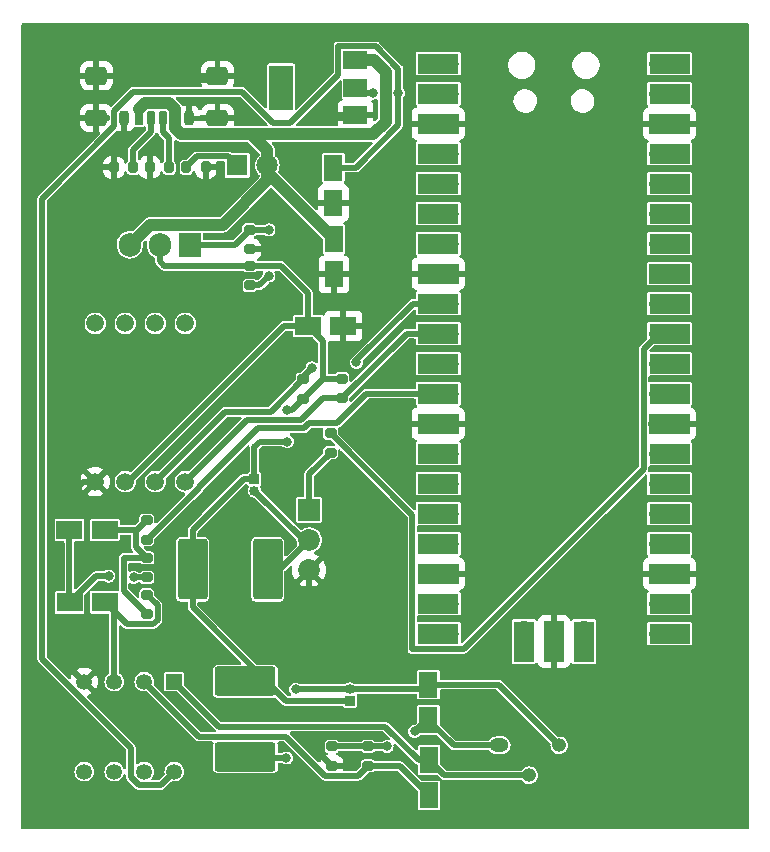
<source format=gtl>
%TF.GenerationSoftware,KiCad,Pcbnew,7.0.9*%
%TF.CreationDate,2024-01-26T17:26:55+01:00*%
%TF.ProjectId,BPN,42504e2e-6b69-4636-9164-5f7063625858,rev?*%
%TF.SameCoordinates,Original*%
%TF.FileFunction,Copper,L1,Top*%
%TF.FilePolarity,Positive*%
%FSLAX46Y46*%
G04 Gerber Fmt 4.6, Leading zero omitted, Abs format (unit mm)*
G04 Created by KiCad (PCBNEW 7.0.9) date 2024-01-26 17:26:55*
%MOMM*%
%LPD*%
G01*
G04 APERTURE LIST*
G04 Aperture macros list*
%AMRoundRect*
0 Rectangle with rounded corners*
0 $1 Rounding radius*
0 $2 $3 $4 $5 $6 $7 $8 $9 X,Y pos of 4 corners*
0 Add a 4 corners polygon primitive as box body*
4,1,4,$2,$3,$4,$5,$6,$7,$8,$9,$2,$3,0*
0 Add four circle primitives for the rounded corners*
1,1,$1+$1,$2,$3*
1,1,$1+$1,$4,$5*
1,1,$1+$1,$6,$7*
1,1,$1+$1,$8,$9*
0 Add four rect primitives between the rounded corners*
20,1,$1+$1,$2,$3,$4,$5,0*
20,1,$1+$1,$4,$5,$6,$7,0*
20,1,$1+$1,$6,$7,$8,$9,0*
20,1,$1+$1,$8,$9,$2,$3,0*%
G04 Aperture macros list end*
%TA.AperFunction,SMDPad,CuDef*%
%ADD10RoundRect,0.200000X0.275000X-0.200000X0.275000X0.200000X-0.275000X0.200000X-0.275000X-0.200000X0*%
%TD*%
%TA.AperFunction,ComponentPad*%
%ADD11R,0.850000X0.850000*%
%TD*%
%TA.AperFunction,ComponentPad*%
%ADD12O,0.850000X0.850000*%
%TD*%
%TA.AperFunction,SMDPad,CuDef*%
%ADD13RoundRect,0.250000X-0.987500X-2.325000X0.987500X-2.325000X0.987500X2.325000X-0.987500X2.325000X0*%
%TD*%
%TA.AperFunction,SMDPad,CuDef*%
%ADD14R,2.200000X1.600000*%
%TD*%
%TA.AperFunction,SMDPad,CuDef*%
%ADD15R,1.600000X2.200000*%
%TD*%
%TA.AperFunction,ComponentPad*%
%ADD16R,1.850000X1.850000*%
%TD*%
%TA.AperFunction,ComponentPad*%
%ADD17C,1.850000*%
%TD*%
%TA.AperFunction,ComponentPad*%
%ADD18R,1.348000X1.348000*%
%TD*%
%TA.AperFunction,ComponentPad*%
%ADD19C,1.348000*%
%TD*%
%TA.AperFunction,SMDPad,CuDef*%
%ADD20RoundRect,0.200000X0.200000X0.275000X-0.200000X0.275000X-0.200000X-0.275000X0.200000X-0.275000X0*%
%TD*%
%TA.AperFunction,SMDPad,CuDef*%
%ADD21R,2.000000X1.500000*%
%TD*%
%TA.AperFunction,SMDPad,CuDef*%
%ADD22R,2.000000X3.800000*%
%TD*%
%TA.AperFunction,ComponentPad*%
%ADD23O,1.700000X1.700000*%
%TD*%
%TA.AperFunction,SMDPad,CuDef*%
%ADD24R,3.500000X1.700000*%
%TD*%
%TA.AperFunction,ComponentPad*%
%ADD25R,1.700000X1.700000*%
%TD*%
%TA.AperFunction,SMDPad,CuDef*%
%ADD26R,1.700000X3.500000*%
%TD*%
%TA.AperFunction,ComponentPad*%
%ADD27R,1.905000X2.000000*%
%TD*%
%TA.AperFunction,ComponentPad*%
%ADD28O,1.905000X2.000000*%
%TD*%
%TA.AperFunction,SMDPad,CuDef*%
%ADD29RoundRect,0.200000X-0.275000X0.200000X-0.275000X-0.200000X0.275000X-0.200000X0.275000X0.200000X0*%
%TD*%
%TA.AperFunction,ComponentPad*%
%ADD30O,1.600000X1.200000*%
%TD*%
%TA.AperFunction,ComponentPad*%
%ADD31O,1.200000X1.200000*%
%TD*%
%TA.AperFunction,SMDPad,CuDef*%
%ADD32RoundRect,0.175000X0.175000X0.425000X-0.175000X0.425000X-0.175000X-0.425000X0.175000X-0.425000X0*%
%TD*%
%TA.AperFunction,SMDPad,CuDef*%
%ADD33RoundRect,0.190000X-0.190000X-0.410000X0.190000X-0.410000X0.190000X0.410000X-0.190000X0.410000X0*%
%TD*%
%TA.AperFunction,SMDPad,CuDef*%
%ADD34RoundRect,0.200000X-0.200000X-0.400000X0.200000X-0.400000X0.200000X0.400000X-0.200000X0.400000X0*%
%TD*%
%TA.AperFunction,SMDPad,CuDef*%
%ADD35RoundRect,0.175000X-0.175000X-0.425000X0.175000X-0.425000X0.175000X0.425000X-0.175000X0.425000X0*%
%TD*%
%TA.AperFunction,SMDPad,CuDef*%
%ADD36RoundRect,0.190000X0.190000X0.410000X-0.190000X0.410000X-0.190000X-0.410000X0.190000X-0.410000X0*%
%TD*%
%TA.AperFunction,SMDPad,CuDef*%
%ADD37RoundRect,0.200000X0.200000X0.400000X-0.200000X0.400000X-0.200000X-0.400000X0.200000X-0.400000X0*%
%TD*%
%TA.AperFunction,SMDPad,CuDef*%
%ADD38RoundRect,0.250000X0.650000X0.425000X-0.650000X0.425000X-0.650000X-0.425000X0.650000X-0.425000X0*%
%TD*%
%TA.AperFunction,SMDPad,CuDef*%
%ADD39RoundRect,0.250000X0.650000X0.500000X-0.650000X0.500000X-0.650000X-0.500000X0.650000X-0.500000X0*%
%TD*%
%TA.AperFunction,ComponentPad*%
%ADD40R,1.800000X1.800000*%
%TD*%
%TA.AperFunction,ComponentPad*%
%ADD41C,1.800000*%
%TD*%
%TA.AperFunction,ComponentPad*%
%ADD42C,1.500000*%
%TD*%
%TA.AperFunction,SMDPad,CuDef*%
%ADD43RoundRect,0.250000X-2.325000X0.987500X-2.325000X-0.987500X2.325000X-0.987500X2.325000X0.987500X0*%
%TD*%
%TA.AperFunction,ViaPad*%
%ADD44C,0.800000*%
%TD*%
%TA.AperFunction,Conductor*%
%ADD45C,0.500000*%
%TD*%
%TA.AperFunction,Conductor*%
%ADD46C,1.000000*%
%TD*%
%TA.AperFunction,Conductor*%
%ADD47C,0.250000*%
%TD*%
G04 APERTURE END LIST*
D10*
%TO.P,R9,1*%
%TO.N,Net-(U4A--)*%
X176357822Y-137683945D03*
%TO.P,R9,2*%
%TO.N,Net-(Q1-E)*%
X176357822Y-136033945D03*
%TD*%
D11*
%TO.P,J3,1,Pin_1*%
%TO.N,+3V3*%
X166744422Y-113392445D03*
D12*
%TO.P,J3,2,Pin_2*%
%TO.N,Net-(D3-A)*%
X166744422Y-114392445D03*
%TD*%
D13*
%TO.P,D3,1,K*%
%TO.N,+3V3*%
X161499722Y-121035045D03*
%TO.P,D3,2,A*%
%TO.N,Net-(D3-A)*%
X167874722Y-121035045D03*
%TD*%
D14*
%TO.P,C1,1*%
%TO.N,+3V3*%
X171262822Y-100422445D03*
%TO.P,C1,2*%
%TO.N,GND*%
X174262822Y-100422445D03*
%TD*%
D15*
%TO.P,C2,1*%
%TO.N,+5V*%
X173470022Y-93064845D03*
%TO.P,C2,2*%
%TO.N,GND*%
X173470022Y-96064845D03*
%TD*%
D16*
%TO.P,Q2,1,G*%
%TO.N,Net-(Q2-G)*%
X171367222Y-116018045D03*
D17*
%TO.P,Q2,2,D*%
%TO.N,Net-(D3-A)*%
X171367222Y-118558045D03*
%TO.P,Q2,3,S*%
%TO.N,GND*%
X171367222Y-121098045D03*
%TD*%
D18*
%TO.P,U4,1*%
%TO.N,Net-(Q1-B)*%
X159937222Y-130546845D03*
D19*
%TO.P,U4,2,-*%
%TO.N,Net-(U4A--)*%
X157397222Y-130546845D03*
%TO.P,U4,3,+*%
%TO.N,Net-(U4A-+)*%
X154857222Y-130546845D03*
%TO.P,U4,4,V-*%
%TO.N,GND*%
X152317222Y-130546845D03*
%TO.P,U4,5*%
%TO.N,N/C*%
X152317222Y-138166845D03*
%TO.P,U4,6*%
X154857222Y-138166845D03*
%TO.P,U4,7*%
X157397222Y-138166845D03*
%TO.P,U4,8,V+*%
%TO.N,VDD*%
X159937222Y-138166845D03*
%TD*%
D20*
%TO.P,R1,1*%
%TO.N,Net-(J1-CC2)*%
X156464222Y-87006645D03*
%TO.P,R1,2*%
%TO.N,GND*%
X154814222Y-87006645D03*
%TD*%
D15*
%TO.P,C6,1*%
%TO.N,Net-(Q1-B)*%
X181527222Y-137174845D03*
%TO.P,C6,2*%
%TO.N,Net-(U4A--)*%
X181527222Y-140174845D03*
%TD*%
D10*
%TO.P,R10,2*%
%TO.N,Net-(Q1-E)*%
X173297622Y-136021045D03*
%TO.P,R10,1*%
%TO.N,GND*%
X173297622Y-137671045D03*
%TD*%
D15*
%TO.P,C3,1*%
%TO.N,VDD*%
X173419222Y-87019645D03*
%TO.P,C3,2*%
%TO.N,GND*%
X173419222Y-90019645D03*
%TD*%
D20*
%TO.P,R3,1*%
%TO.N,GND*%
X162611022Y-86994445D03*
%TO.P,R3,2*%
%TO.N,Net-(D1-K)*%
X160961022Y-86994445D03*
%TD*%
D10*
%TO.P,R13,1*%
%TO.N,Net-(Q2-G)*%
X173183822Y-111153445D03*
%TO.P,R13,2*%
%TO.N,/Pump*%
X173183822Y-109503445D03*
%TD*%
%TO.P,R12,1*%
%TO.N,+3V3*%
X170859222Y-106593645D03*
%TO.P,R12,2*%
%TO.N,/SDA*%
X170859222Y-104943645D03*
%TD*%
D14*
%TO.P,C5,1*%
%TO.N,Net-(U4A-+)*%
X154095222Y-123841245D03*
%TO.P,C5,2*%
%TO.N,Net-(C4-Pad2)*%
X151095222Y-123841245D03*
%TD*%
D10*
%TO.P,R7,1*%
%TO.N,Net-(C4-Pad2)*%
X157636622Y-121719845D03*
%TO.P,R7,2*%
%TO.N,Net-(C4-Pad1)*%
X157636622Y-120069845D03*
%TD*%
D21*
%TO.P,U2,1,GND*%
%TO.N,GND*%
X175296022Y-82550445D03*
%TO.P,U2,2,VO*%
%TO.N,VDD*%
X175296022Y-80250445D03*
%TO.P,U2,3,VI*%
%TO.N,+5V*%
X175296022Y-77950445D03*
D22*
%TO.P,U2,4*%
%TO.N,N/C*%
X168996022Y-80250445D03*
%TD*%
D23*
%TO.P,U3,1,GPIO0*%
%TO.N,unconnected-(U3-GPIO0-Pad1)*%
X183203622Y-78222845D03*
D24*
X182303622Y-78222845D03*
D23*
%TO.P,U3,2,GPIO1*%
%TO.N,unconnected-(U3-GPIO1-Pad2)*%
X183203622Y-80762845D03*
D24*
X182303622Y-80762845D03*
D25*
%TO.P,U3,3,GND*%
%TO.N,GND*%
X183203622Y-83302845D03*
D24*
X182303622Y-83302845D03*
D23*
%TO.P,U3,4,GPIO2*%
%TO.N,unconnected-(U3-GPIO2-Pad4)*%
X183203622Y-85842845D03*
D24*
X182303622Y-85842845D03*
D23*
%TO.P,U3,5,GPIO3*%
%TO.N,unconnected-(U3-GPIO3-Pad5)*%
X183203622Y-88382845D03*
D24*
X182303622Y-88382845D03*
D23*
%TO.P,U3,6,GPIO4*%
%TO.N,unconnected-(U3-GPIO4-Pad6)*%
X183203622Y-90922845D03*
D24*
X182303622Y-90922845D03*
D23*
%TO.P,U3,7,GPIO5*%
%TO.N,unconnected-(U3-GPIO5-Pad7)*%
X183203622Y-93462845D03*
D24*
X182303622Y-93462845D03*
D25*
%TO.P,U3,8,GND*%
%TO.N,GND*%
X183203622Y-96002845D03*
D24*
X182303622Y-96002845D03*
D23*
%TO.P,U3,9,GPIO6*%
%TO.N,/SDA*%
X183203622Y-98542845D03*
D24*
X182303622Y-98542845D03*
D23*
%TO.P,U3,10,GPIO7*%
%TO.N,/SCL*%
X183203622Y-101082845D03*
D24*
X182303622Y-101082845D03*
D23*
%TO.P,U3,11,GPIO8*%
%TO.N,unconnected-(U3-GPIO8-Pad11)*%
X183203622Y-103622845D03*
D24*
X182303622Y-103622845D03*
D23*
%TO.P,U3,12,GPIO9*%
%TO.N,/Valve*%
X183203622Y-106162845D03*
D24*
X182303622Y-106162845D03*
D25*
%TO.P,U3,13,GND*%
%TO.N,GND*%
X183203622Y-108702845D03*
D24*
X182303622Y-108702845D03*
D23*
%TO.P,U3,14,GPIO10*%
%TO.N,unconnected-(U3-GPIO10-Pad14)*%
X183203622Y-111242845D03*
D24*
X182303622Y-111242845D03*
D23*
%TO.P,U3,15,GPIO11*%
%TO.N,unconnected-(U3-GPIO11-Pad15)*%
X183203622Y-113782845D03*
D24*
X182303622Y-113782845D03*
D23*
%TO.P,U3,16,GPIO12*%
%TO.N,unconnected-(U3-GPIO12-Pad16)*%
X183203622Y-116322845D03*
D24*
X182303622Y-116322845D03*
D23*
%TO.P,U3,17,GPIO13*%
%TO.N,unconnected-(U3-GPIO13-Pad17)*%
X183203622Y-118862845D03*
D24*
X182303622Y-118862845D03*
D25*
%TO.P,U3,18,GND*%
%TO.N,GND*%
X183203622Y-121402845D03*
D24*
X182303622Y-121402845D03*
D23*
%TO.P,U3,19,GPIO14*%
%TO.N,unconnected-(U3-GPIO14-Pad19)*%
X183203622Y-123942845D03*
D24*
X182303622Y-123942845D03*
D23*
%TO.P,U3,20,GPIO15*%
%TO.N,unconnected-(U3-GPIO15-Pad20)*%
X183203622Y-126482845D03*
D24*
X182303622Y-126482845D03*
D23*
%TO.P,U3,21,GPIO16*%
%TO.N,unconnected-(U3-GPIO16-Pad21)*%
X200983622Y-126482845D03*
D24*
X201883622Y-126482845D03*
D23*
%TO.P,U3,22,GPIO17*%
%TO.N,unconnected-(U3-GPIO17-Pad22)*%
X200983622Y-123942845D03*
D24*
X201883622Y-123942845D03*
D25*
%TO.P,U3,23,GND*%
%TO.N,GND*%
X200983622Y-121402845D03*
D24*
X201883622Y-121402845D03*
D23*
%TO.P,U3,24,GPIO18*%
%TO.N,unconnected-(U3-GPIO18-Pad24)*%
X200983622Y-118862845D03*
D24*
X201883622Y-118862845D03*
D23*
%TO.P,U3,25,GPIO19*%
%TO.N,unconnected-(U3-GPIO19-Pad25)*%
X200983622Y-116322845D03*
D24*
X201883622Y-116322845D03*
D23*
%TO.P,U3,26,GPIO20*%
%TO.N,unconnected-(U3-GPIO20-Pad26)*%
X200983622Y-113782845D03*
D24*
X201883622Y-113782845D03*
D23*
%TO.P,U3,27,GPIO21*%
%TO.N,unconnected-(U3-GPIO21-Pad27)*%
X200983622Y-111242845D03*
D24*
X201883622Y-111242845D03*
D25*
%TO.P,U3,28,GND*%
%TO.N,GND*%
X200983622Y-108702845D03*
D24*
X201883622Y-108702845D03*
D23*
%TO.P,U3,29,GPIO22*%
%TO.N,unconnected-(U3-GPIO22-Pad29)*%
X200983622Y-106162845D03*
D24*
X201883622Y-106162845D03*
D23*
%TO.P,U3,30,RUN*%
%TO.N,unconnected-(U3-RUN-Pad30)*%
X200983622Y-103622845D03*
D24*
X201883622Y-103622845D03*
D23*
%TO.P,U3,31,GPIO26_ADC0*%
%TO.N,/Pump*%
X200983622Y-101082845D03*
D24*
X201883622Y-101082845D03*
D23*
%TO.P,U3,32,GPIO27_ADC1*%
%TO.N,unconnected-(U3-GPIO27_ADC1-Pad32)*%
X200983622Y-98542845D03*
D24*
X201883622Y-98542845D03*
D25*
%TO.P,U3,33,AGND*%
%TO.N,unconnected-(U3-AGND-Pad33)*%
X200983622Y-96002845D03*
D24*
X201883622Y-96002845D03*
D23*
%TO.P,U3,34,GPIO28_ADC2*%
%TO.N,unconnected-(U3-GPIO28_ADC2-Pad34)*%
X200983622Y-93462845D03*
D24*
X201883622Y-93462845D03*
D23*
%TO.P,U3,35,ADC_VREF*%
%TO.N,unconnected-(U3-ADC_VREF-Pad35)*%
X200983622Y-90922845D03*
D24*
X201883622Y-90922845D03*
D23*
%TO.P,U3,36,3V3*%
%TO.N,unconnected-(U3-3V3-Pad36)*%
X200983622Y-88382845D03*
D24*
X201883622Y-88382845D03*
D23*
%TO.P,U3,37,3V3_EN*%
%TO.N,unconnected-(U3-3V3_EN-Pad37)*%
X200983622Y-85842845D03*
D24*
X201883622Y-85842845D03*
D25*
%TO.P,U3,38,GND*%
%TO.N,GND*%
X200983622Y-83302845D03*
D24*
X201883622Y-83302845D03*
D23*
%TO.P,U3,39,VSYS*%
%TO.N,unconnected-(U3-VSYS-Pad39)*%
X200983622Y-80762845D03*
D24*
X201883622Y-80762845D03*
D23*
%TO.P,U3,40,VBUS*%
%TO.N,unconnected-(U3-VBUS-Pad40)*%
X200983622Y-78222845D03*
D24*
X201883622Y-78222845D03*
D23*
%TO.P,U3,41,SWCLK*%
%TO.N,unconnected-(U3-SWCLK-Pad41)*%
X189553622Y-126252845D03*
D26*
X189553622Y-127152845D03*
D25*
%TO.P,U3,42,GND*%
%TO.N,GND*%
X192093622Y-126252845D03*
D26*
X192093622Y-127152845D03*
D23*
%TO.P,U3,43,SWDIO*%
%TO.N,unconnected-(U3-SWDIO-Pad43)*%
X194633622Y-126252845D03*
D26*
X194633622Y-127152845D03*
%TD*%
D10*
%TO.P,R8,1*%
%TO.N,Net-(C4-Pad1)*%
X157624422Y-124818645D03*
%TO.P,R8,2*%
%TO.N,Net-(U4A-+)*%
X157624422Y-123168645D03*
%TD*%
D20*
%TO.P,R2,1*%
%TO.N,Net-(J1-CC1)*%
X159512222Y-86994445D03*
%TO.P,R2,2*%
%TO.N,GND*%
X157862222Y-86994445D03*
%TD*%
D27*
%TO.P,U1,1,ADJ*%
%TO.N,Net-(U1-ADJ)*%
X161278022Y-93566245D03*
D28*
%TO.P,U1,2,VO*%
%TO.N,+3V3*%
X158738022Y-93566245D03*
%TO.P,U1,3,VI*%
%TO.N,+5V*%
X156198022Y-93566245D03*
%TD*%
D29*
%TO.P,R4,1*%
%TO.N,Net-(U1-ADJ)*%
X166338022Y-92294445D03*
%TO.P,R4,2*%
%TO.N,GND*%
X166338022Y-93944445D03*
%TD*%
D30*
%TO.P,Q1,1,E*%
%TO.N,Net-(Q1-E)*%
X187470822Y-135931645D03*
D31*
%TO.P,Q1,2,B*%
%TO.N,Net-(Q1-B)*%
X190010822Y-138471645D03*
%TO.P,Q1,3,C*%
%TO.N,Net-(D2-A)*%
X192550822Y-135931645D03*
%TD*%
D10*
%TO.P,R6,1*%
%TO.N,/Valve*%
X157624422Y-118519445D03*
%TO.P,R6,2*%
%TO.N,Net-(C4-Pad1)*%
X157624422Y-116869445D03*
%TD*%
D14*
%TO.P,C4,1*%
%TO.N,Net-(C4-Pad1)*%
X154068422Y-117694445D03*
%TO.P,C4,2*%
%TO.N,Net-(C4-Pad2)*%
X151068422Y-117694445D03*
%TD*%
D15*
%TO.P,C7,1*%
%TO.N,Net-(D2-A)*%
X181476422Y-130798045D03*
%TO.P,C7,2*%
%TO.N,Net-(Q1-E)*%
X181476422Y-133798045D03*
%TD*%
D29*
%TO.P,R11,1*%
%TO.N,+3V3*%
X174161222Y-104892845D03*
%TO.P,R11,2*%
%TO.N,/SCL*%
X174161222Y-106542845D03*
%TD*%
D32*
%TO.P,J1,A5,CC1*%
%TO.N,Net-(J1-CC1)*%
X158984022Y-82864145D03*
D33*
%TO.P,J1,A9,VBUS*%
%TO.N,+5V*%
X156964022Y-82864145D03*
D34*
%TO.P,J1,A12,GND*%
%TO.N,GND*%
X155734022Y-82864145D03*
D35*
%TO.P,J1,B5,CC2*%
%TO.N,Net-(J1-CC2)*%
X157984022Y-82864145D03*
D36*
%TO.P,J1,B9,VBUS*%
%TO.N,+5V*%
X160004022Y-82864145D03*
D37*
%TO.P,J1,B12,GND*%
%TO.N,GND*%
X161234022Y-82864145D03*
D38*
%TO.P,J1,S1,SHIELD*%
X163609022Y-82809145D03*
D39*
X163609022Y-79229145D03*
D38*
X153359022Y-82809145D03*
D39*
X153359022Y-79229145D03*
%TD*%
D11*
%TO.P,J2,1,Pin_1*%
%TO.N,+3V3*%
X174821622Y-132185345D03*
D12*
%TO.P,J2,2,Pin_2*%
%TO.N,Net-(D2-A)*%
X174821622Y-131185345D03*
%TD*%
D29*
%TO.P,R5,1*%
%TO.N,+3V3*%
X166358022Y-95337645D03*
%TO.P,R5,2*%
%TO.N,Net-(U1-ADJ)*%
X166358022Y-96987645D03*
%TD*%
D40*
%TO.P,D1,1,K*%
%TO.N,Net-(D1-K)*%
X165286222Y-86840445D03*
D41*
%TO.P,D1,2,A*%
%TO.N,+5V*%
X167826222Y-86840445D03*
%TD*%
D42*
%TO.P,U5,1,GND*%
%TO.N,GND*%
X153262022Y-113610845D03*
%TO.P,U5,2,VCC*%
%TO.N,+3V3*%
X155802022Y-113610845D03*
%TO.P,U5,3,SDA*%
%TO.N,/SDA*%
X158342022Y-113610845D03*
%TO.P,U5,4,SCL*%
%TO.N,/SCL*%
X160882022Y-113610845D03*
%TO.P,U5,5,NC*%
%TO.N,unconnected-(U5-NC-Pad5)*%
X160882022Y-100210845D03*
%TO.P,U5,6,NC*%
%TO.N,unconnected-(U5-NC-Pad6)*%
X158342022Y-100210845D03*
%TO.P,U5,7,NC*%
%TO.N,unconnected-(U5-NC-Pad7)*%
X155802022Y-100210845D03*
%TO.P,U5,8,NC*%
%TO.N,unconnected-(U5-NC-Pad8)*%
X153262022Y-100210845D03*
%TD*%
D43*
%TO.P,D2,1,K*%
%TO.N,+3V3*%
X165982422Y-130521845D03*
%TO.P,D2,2,A*%
%TO.N,Net-(D2-A)*%
X165982422Y-136896845D03*
%TD*%
D44*
%TO.N,GND*%
X171875222Y-82845645D03*
X166338022Y-82845645D03*
X161258022Y-79645245D03*
X161234022Y-81500845D03*
X172180022Y-135220445D03*
X172078422Y-127346445D03*
%TO.N,Net-(U1-ADJ)*%
X167963622Y-96187145D03*
%TO.N,Net-(C4-Pad2)*%
X156519522Y-121707645D03*
X154400022Y-121606045D03*
%TO.N,VDD*%
X176736922Y-80712045D03*
%TO.N,Net-(D2-A)*%
X170227722Y-131185345D03*
%TO.N,+3V3*%
X169538422Y-110226845D03*
X169538422Y-107548545D03*
%TO.N,Net-(Q1-E)*%
X180312510Y-134758757D03*
%TO.N,/SDA*%
X171621222Y-103978445D03*
%TO.N,VDD*%
X178936422Y-80712045D03*
%TO.N,Net-(U1-ADJ)*%
X167963622Y-92294445D03*
%TO.N,/SDA*%
X175380422Y-103521245D03*
%TO.N,Net-(Q1-E)*%
X177971222Y-136033245D03*
%TO.N,Net-(D2-A)*%
X169436822Y-136998445D03*
%TD*%
D45*
%TO.N,GND*%
X155734022Y-84565978D02*
X155700000Y-84600000D01*
X155734022Y-82864145D02*
X155734022Y-84565978D01*
X183203622Y-121402845D02*
X185794422Y-121402845D01*
X183203622Y-121402845D02*
X181679622Y-121402845D01*
X200983622Y-108702845D02*
X205352422Y-108702845D01*
X205352422Y-108702845D02*
X205606422Y-108448845D01*
X181679622Y-121402845D02*
X181628822Y-121352045D01*
X167837622Y-93944445D02*
X167912822Y-93869245D01*
X166338022Y-93944445D02*
X167837622Y-93944445D01*
%TO.N,+3V3*%
X169538422Y-110226845D02*
X167201622Y-110226845D01*
X167201622Y-110226845D02*
X166744422Y-110684045D01*
X166744422Y-110684045D02*
X166744422Y-113392445D01*
X166744422Y-113392445D02*
X165819422Y-113392445D01*
X165819422Y-113392445D02*
X161499722Y-117712145D01*
X161499722Y-117712145D02*
X161499722Y-121035045D01*
%TO.N,GND*%
X166301522Y-82809145D02*
X166338022Y-82845645D01*
X163609022Y-82809145D02*
X166301522Y-82809145D01*
X171875222Y-82845645D02*
X175000822Y-82845645D01*
X175000822Y-82845645D02*
X175296022Y-82550445D01*
X161258022Y-79645245D02*
X163192922Y-79645245D01*
X163192922Y-79645245D02*
X163609022Y-79229145D01*
X161234022Y-82864145D02*
X161234022Y-81500845D01*
X161207222Y-81474045D02*
X161234022Y-81500845D01*
X172180022Y-135220445D02*
X172180022Y-136553445D01*
X171367222Y-121098045D02*
X171367222Y-126635245D01*
X171367222Y-126635245D02*
X172078422Y-127346445D01*
X172180022Y-136553445D02*
X173297622Y-137671045D01*
%TO.N,Net-(U1-ADJ)*%
X167963622Y-96187145D02*
X167163122Y-96987645D01*
X167163122Y-96987645D02*
X166358022Y-96987645D01*
X166338022Y-92294445D02*
X167963622Y-92294445D01*
%TO.N,+3V3*%
X166358022Y-95337645D02*
X168974822Y-95337645D01*
X171262822Y-97625645D02*
X171262822Y-100422445D01*
X168974822Y-95337645D02*
X171262822Y-97625645D01*
%TO.N,Net-(Q1-E)*%
X183610022Y-135931645D02*
X181476422Y-133798045D01*
%TO.N,Net-(C4-Pad2)*%
X156531722Y-121719845D02*
X156519522Y-121707645D01*
X157636622Y-121719845D02*
X156531722Y-121719845D01*
%TO.N,Net-(C4-Pad1)*%
X157636622Y-120069845D02*
X155670022Y-120069845D01*
X155670022Y-122864245D02*
X157624422Y-124818645D01*
X155670022Y-120069845D02*
X155670022Y-122864245D01*
%TO.N,Net-(C4-Pad2)*%
X153330422Y-121606045D02*
X154400022Y-121606045D01*
X151095222Y-123841245D02*
X153330422Y-121606045D01*
%TO.N,VDD*%
X176736922Y-80712045D02*
X175757622Y-80712045D01*
X175757622Y-80712045D02*
X175296022Y-80250445D01*
D46*
%TO.N,+5V*%
X166442714Y-84184145D02*
X176812322Y-84184145D01*
X176812322Y-84184145D02*
X177836422Y-83160045D01*
X177836422Y-78900845D02*
X176886022Y-77950445D01*
X177836422Y-83160045D02*
X177836422Y-78900845D01*
X176886022Y-77950445D02*
X175296022Y-77950445D01*
D45*
%TO.N,Net-(D2-A)*%
X174821622Y-131185345D02*
X181089122Y-131185345D01*
X181089122Y-131185345D02*
X181476422Y-130798045D01*
X174821622Y-131185345D02*
X170227722Y-131185345D01*
X170148022Y-131105645D02*
X170227722Y-131185345D01*
%TO.N,+3V3*%
X174821622Y-132185345D02*
X169423922Y-132185345D01*
X169423922Y-132185345D02*
X161499722Y-124261145D01*
X161499722Y-124261145D02*
X161499722Y-121035045D01*
%TO.N,Net-(D3-A)*%
X166744422Y-114392445D02*
X170910022Y-118558045D01*
X170910022Y-118558045D02*
X171367222Y-118558045D01*
%TO.N,+3V3*%
X169538422Y-107548545D02*
X169904322Y-107548545D01*
X169904322Y-107548545D02*
X170859222Y-106593645D01*
%TO.N,Net-(Q1-E)*%
X180312510Y-134758757D02*
X180460422Y-134610845D01*
%TO.N,Net-(Q1-B)*%
X181527222Y-137174845D02*
X180636822Y-137174845D01*
X180636822Y-137174845D02*
X177818822Y-134356845D01*
X177818822Y-134356845D02*
X163747222Y-134356845D01*
X163747222Y-134356845D02*
X159937222Y-130546845D01*
%TO.N,Net-(Q1-E)*%
X181476422Y-133798045D02*
X181273222Y-133798045D01*
X181273222Y-133798045D02*
X180312510Y-134758757D01*
%TO.N,/SDA*%
X170859222Y-104943645D02*
X170859222Y-104740445D01*
X170859222Y-104740445D02*
X171621222Y-103978445D01*
%TO.N,VDD*%
X159937222Y-138166845D02*
X158813222Y-139290845D01*
X158813222Y-139290845D02*
X156931645Y-139290845D01*
X156931645Y-139290845D02*
X156273222Y-138632422D01*
X156273222Y-138632422D02*
X156273222Y-136132445D01*
X148772422Y-89650525D02*
X154884022Y-83538925D01*
X173846022Y-79180545D02*
X173846022Y-76750445D01*
X177029525Y-76750445D02*
X178936422Y-78657342D01*
X156273222Y-136132445D02*
X148772422Y-128631645D01*
X148772422Y-128631645D02*
X148772422Y-89650525D01*
X154884022Y-82189365D02*
X156459242Y-80614145D01*
X154884022Y-83538925D02*
X154884022Y-82189365D01*
X156459242Y-80614145D02*
X165699222Y-80614145D01*
X165699222Y-80614145D02*
X168319222Y-83234145D01*
X168319222Y-83234145D02*
X169792422Y-83234145D01*
X169792422Y-83234145D02*
X173846022Y-79180545D01*
X173846022Y-76750445D02*
X177029525Y-76750445D01*
X178936422Y-78657342D02*
X178936422Y-80712045D01*
X173419222Y-87019645D02*
X175320324Y-87019645D01*
X175320324Y-87019645D02*
X178936422Y-83403547D01*
X178936422Y-83403547D02*
X178936422Y-80712045D01*
%TO.N,/SDA*%
X180155622Y-98542845D02*
X175380422Y-103318045D01*
X175380422Y-103318045D02*
X175380422Y-103521245D01*
%TO.N,/SCL*%
X183203622Y-101082845D02*
X179621222Y-101082845D01*
X179621222Y-101082845D02*
X174161222Y-106542845D01*
%TO.N,/Valve*%
X176224202Y-106162845D02*
X173733602Y-108653445D01*
X161333022Y-114810845D02*
X157624422Y-118519445D01*
X170945971Y-109098045D02*
X167045822Y-109098045D01*
X173733602Y-108653445D02*
X171390572Y-108653445D01*
X183203622Y-106162845D02*
X176224202Y-106162845D01*
X162082022Y-114061845D02*
X162082022Y-114107902D01*
X162082022Y-114107902D02*
X161379079Y-114810845D01*
X171390572Y-108653445D02*
X170945971Y-109098045D01*
X167045822Y-109098045D02*
X162082022Y-114061845D01*
X161379079Y-114810845D02*
X161333022Y-114810845D01*
%TO.N,Net-(U4A-+)*%
X154095222Y-123841245D02*
X155922622Y-125668645D01*
X158174202Y-125668645D02*
X158549422Y-125293425D01*
X155922622Y-125668645D02*
X158174202Y-125668645D01*
X158549422Y-125293425D02*
X158549422Y-124093645D01*
X158549422Y-124093645D02*
X157624422Y-123168645D01*
%TO.N,Net-(C4-Pad1)*%
X157624422Y-116869445D02*
X156699422Y-117794445D01*
X156699422Y-117794445D02*
X156699422Y-119132645D01*
X156699422Y-119132645D02*
X157636622Y-120069845D01*
%TO.N,Net-(D2-A)*%
X192550822Y-135931645D02*
X187417222Y-130798045D01*
X187417222Y-130798045D02*
X181476422Y-130798045D01*
%TO.N,Net-(Q1-B)*%
X190010822Y-138471645D02*
X182824022Y-138471645D01*
X182824022Y-138471645D02*
X181527222Y-137174845D01*
%TO.N,Net-(Q1-E)*%
X181185722Y-133507345D02*
X181476422Y-133798045D01*
X176357822Y-136033945D02*
X177970522Y-136033945D01*
X177970522Y-136033945D02*
X177971222Y-136033245D01*
X173297622Y-136021045D02*
X176344922Y-136021045D01*
X176344922Y-136021045D02*
X176357822Y-136033945D01*
%TO.N,Net-(U4A--)*%
X176357822Y-137683945D02*
X179036322Y-137683945D01*
X179036322Y-137683945D02*
X181527222Y-140174845D01*
X175520722Y-138521045D02*
X176357822Y-137683945D01*
X172747842Y-138521045D02*
X175520722Y-138521045D01*
X157397222Y-130546845D02*
X162059722Y-135209345D01*
X162059722Y-135209345D02*
X169436142Y-135209345D01*
X169436142Y-135209345D02*
X172747842Y-138521045D01*
D47*
%TO.N,Net-(Q1-B)*%
X181043122Y-137658945D02*
X181527222Y-137174845D01*
D45*
%TO.N,Net-(U1-ADJ)*%
X164204422Y-93564445D02*
X165068022Y-93564445D01*
X164202622Y-93566245D02*
X164204422Y-93564445D01*
X161278022Y-93566245D02*
X164202622Y-93566245D01*
X165068022Y-93564445D02*
X166338022Y-92294445D01*
%TO.N,+3V3*%
X171784222Y-105668645D02*
X170859222Y-106593645D01*
X172560022Y-104892845D02*
X171784222Y-105668645D01*
X159104422Y-95337645D02*
X166358022Y-95337645D01*
X156045222Y-113610845D02*
X169233622Y-100422445D01*
X174161222Y-104892845D02*
X172560022Y-104892845D01*
X171262822Y-100422445D02*
X172560022Y-101719645D01*
X169233622Y-100422445D02*
X171262822Y-100422445D01*
X155802022Y-113610845D02*
X156045222Y-113610845D01*
X158738022Y-93566245D02*
X158738022Y-94971245D01*
X158738022Y-94971245D02*
X159104422Y-95337645D01*
X172560022Y-101719645D02*
X172560022Y-104892845D01*
D46*
%TO.N,+5V*%
X167826222Y-86840445D02*
X167826222Y-85567653D01*
X167826222Y-86840445D02*
X167826222Y-88113237D01*
X160034022Y-83704445D02*
X160034022Y-82071859D01*
X157441736Y-81564145D02*
X156934022Y-82071859D01*
X159526308Y-81564145D02*
X157441736Y-81564145D01*
X157898022Y-91866245D02*
X156198022Y-93566245D01*
X160513722Y-84184145D02*
X160034022Y-83704445D01*
X164073214Y-91866245D02*
X157898022Y-91866245D01*
X167826222Y-87421045D02*
X173470022Y-93064845D01*
X167826222Y-86840445D02*
X167826222Y-87421045D01*
X166442714Y-84184145D02*
X160513722Y-84184145D01*
X167826222Y-88113237D02*
X164073214Y-91866245D01*
X160034022Y-82071859D02*
X159526308Y-81564145D01*
X167826222Y-85567653D02*
X166442714Y-84184145D01*
D45*
%TO.N,GND*%
X153262022Y-113610845D02*
X152201362Y-113610845D01*
X149472422Y-116339785D02*
X149472422Y-127702045D01*
X149472422Y-127702045D02*
X152317222Y-130546845D01*
X152201362Y-113610845D02*
X149472422Y-116339785D01*
%TO.N,Net-(U4A-+)*%
X154857222Y-124603245D02*
X154095222Y-123841245D01*
X154857222Y-130546845D02*
X154857222Y-124603245D01*
%TO.N,Net-(U4A--)*%
X157397222Y-130496045D02*
X157448022Y-130445245D01*
X157397222Y-130546845D02*
X157397222Y-130496045D01*
%TO.N,/SDA*%
X158342022Y-113610845D02*
X164254822Y-107698045D01*
X180155622Y-98542845D02*
X183203622Y-98542845D01*
X164254822Y-107698045D02*
X168104822Y-107698045D01*
X168104822Y-107698045D02*
X170859222Y-104943645D01*
%TO.N,/SCL*%
X160882022Y-113610845D02*
X166094822Y-108398045D01*
X170656022Y-108398045D02*
X172511222Y-106542845D01*
X166094822Y-108398045D02*
X170656022Y-108398045D01*
X172511222Y-106542845D02*
X174161222Y-106542845D01*
%TO.N,/Pump*%
X184443622Y-127782845D02*
X199683622Y-112542845D01*
X180103622Y-116423245D02*
X180103622Y-127782845D01*
X180103622Y-127782845D02*
X184443622Y-127782845D01*
X199683622Y-112542845D02*
X199683622Y-102382845D01*
X173183822Y-109503445D02*
X180103622Y-116423245D01*
X199683622Y-102382845D02*
X200983622Y-101082845D01*
%TO.N,Net-(Q1-E)*%
X187470822Y-135931645D02*
X183610022Y-135931645D01*
%TO.N,Net-(D1-K)*%
X164515222Y-86069445D02*
X165286222Y-86840445D01*
X161886022Y-86069445D02*
X164515222Y-86069445D01*
X160961022Y-86994445D02*
X161886022Y-86069445D01*
%TO.N,Net-(D3-A)*%
X167874722Y-121035045D02*
X168890222Y-121035045D01*
X168890222Y-121035045D02*
X171367222Y-118558045D01*
%TO.N,Net-(J1-CC1)*%
X158984022Y-83997947D02*
X159512222Y-84526147D01*
X158984022Y-82864145D02*
X158984022Y-83997947D01*
X159512222Y-84526147D02*
X159512222Y-86994445D01*
%TO.N,Net-(J1-CC2)*%
X156464222Y-85505845D02*
X156464222Y-87006645D01*
X157984022Y-83986045D02*
X156464222Y-85505845D01*
X157984022Y-82864145D02*
X157984022Y-83986045D01*
%TO.N,Net-(D2-A)*%
X166490422Y-136998445D02*
X166388822Y-136896845D01*
X166388822Y-136896845D02*
X165982422Y-136896845D01*
X169436822Y-136998445D02*
X166490422Y-136998445D01*
%TO.N,Net-(Q2-G)*%
X173183822Y-111153445D02*
X171367222Y-112970045D01*
X171367222Y-112970045D02*
X171367222Y-116018045D01*
%TO.N,Net-(C4-Pad1)*%
X156799422Y-117694445D02*
X157624422Y-116869445D01*
X154068422Y-117694445D02*
X156799422Y-117694445D01*
%TO.N,Net-(C4-Pad2)*%
X151068422Y-117694445D02*
X151068422Y-123814445D01*
X151068422Y-123814445D02*
X151095222Y-123841245D01*
%TD*%
%TA.AperFunction,Conductor*%
%TO.N,GND*%
G36*
X177668606Y-134777030D02*
G01*
X177689248Y-134793664D01*
X178176281Y-135280697D01*
X178209766Y-135342020D01*
X178204782Y-135411712D01*
X178162910Y-135467645D01*
X178097446Y-135492062D01*
X178072415Y-135491317D01*
X177971224Y-135477995D01*
X177971221Y-135477995D01*
X177827513Y-135496915D01*
X177827509Y-135496916D01*
X177693598Y-135552383D01*
X177693596Y-135552384D01*
X177621350Y-135607821D01*
X177556181Y-135633015D01*
X177545864Y-135633445D01*
X176979365Y-135633445D01*
X176912326Y-135613760D01*
X176891688Y-135597130D01*
X176839305Y-135544747D01*
X176795254Y-135523212D01*
X176734213Y-135493371D01*
X176666083Y-135483445D01*
X176666082Y-135483445D01*
X176049562Y-135483445D01*
X176049561Y-135483445D01*
X175981430Y-135493371D01*
X175876336Y-135544748D01*
X175836861Y-135584225D01*
X175775538Y-135617711D01*
X175749179Y-135620545D01*
X173919165Y-135620545D01*
X173852126Y-135600860D01*
X173831488Y-135584230D01*
X173779105Y-135531847D01*
X173674015Y-135480472D01*
X173674013Y-135480471D01*
X173605883Y-135470545D01*
X173605882Y-135470545D01*
X172989362Y-135470545D01*
X172989361Y-135470545D01*
X172921230Y-135480471D01*
X172816136Y-135531848D01*
X172733425Y-135614559D01*
X172682048Y-135719653D01*
X172672122Y-135787784D01*
X172672122Y-136254305D01*
X172682048Y-136322436D01*
X172733425Y-136427530D01*
X172816136Y-136510241D01*
X172816137Y-136510241D01*
X172816139Y-136510243D01*
X172900631Y-136551548D01*
X172952213Y-136598676D01*
X172970128Y-136666210D01*
X172948687Y-136732709D01*
X172894698Y-136777059D01*
X172883062Y-136781334D01*
X172733225Y-136828026D01*
X172587744Y-136915972D01*
X172467549Y-137036167D01*
X172379602Y-137181649D01*
X172344463Y-137294416D01*
X172305726Y-137352564D01*
X172241700Y-137380538D01*
X172172715Y-137369456D01*
X172138397Y-137345207D01*
X169762217Y-134969026D01*
X169728732Y-134907703D01*
X169733716Y-134838011D01*
X169775588Y-134782078D01*
X169841052Y-134757661D01*
X169849898Y-134757345D01*
X177601567Y-134757345D01*
X177668606Y-134777030D01*
G37*
%TD.AperFunction*%
%TA.AperFunction,Conductor*%
G36*
X182734940Y-121188805D02*
G01*
X182693622Y-121329518D01*
X182693622Y-121476172D01*
X182734940Y-121616885D01*
X182758050Y-121652845D01*
X182177622Y-121652845D01*
X182110583Y-121633160D01*
X182064828Y-121580356D01*
X182053622Y-121528845D01*
X182053622Y-121276845D01*
X182073307Y-121209806D01*
X182126111Y-121164051D01*
X182177622Y-121152845D01*
X182758050Y-121152845D01*
X182734940Y-121188805D01*
G37*
%TD.AperFunction*%
%TA.AperFunction,Conductor*%
G36*
X200514940Y-108488805D02*
G01*
X200473622Y-108629518D01*
X200473622Y-108776172D01*
X200514940Y-108916885D01*
X200538050Y-108952845D01*
X200208122Y-108952845D01*
X200141083Y-108933160D01*
X200095328Y-108880356D01*
X200084122Y-108828845D01*
X200084122Y-108576845D01*
X200103807Y-108509806D01*
X200156611Y-108464051D01*
X200208122Y-108452845D01*
X200538050Y-108452845D01*
X200514940Y-108488805D01*
G37*
%TD.AperFunction*%
%TA.AperFunction,Conductor*%
G36*
X165549006Y-81034330D02*
G01*
X165569648Y-81050964D01*
X167840648Y-83321964D01*
X167874133Y-83383287D01*
X167869149Y-83452979D01*
X167827277Y-83508912D01*
X167761813Y-83533329D01*
X167752967Y-83533645D01*
X166503669Y-83533645D01*
X166484269Y-83532118D01*
X166463310Y-83528798D01*
X166463309Y-83528798D01*
X166439500Y-83531048D01*
X166414944Y-83533370D01*
X166409106Y-83533645D01*
X165120456Y-83533645D01*
X165053417Y-83513960D01*
X165007662Y-83461156D01*
X164997946Y-83393586D01*
X164997840Y-83393576D01*
X164997883Y-83393149D01*
X164997718Y-83391998D01*
X164998379Y-83388296D01*
X165009021Y-83284131D01*
X165009022Y-83284118D01*
X165009022Y-83059145D01*
X162209023Y-83059145D01*
X162190342Y-83077826D01*
X162129019Y-83111311D01*
X162102661Y-83114145D01*
X161108022Y-83114145D01*
X161040983Y-83094460D01*
X160995228Y-83041656D01*
X160984022Y-82990145D01*
X160984022Y-82614145D01*
X161484022Y-82614145D01*
X162134021Y-82614145D01*
X162152702Y-82595464D01*
X162214025Y-82561979D01*
X162240383Y-82559145D01*
X163359022Y-82559145D01*
X163359022Y-81634145D01*
X163859022Y-81634145D01*
X163859022Y-82559145D01*
X165009021Y-82559145D01*
X165009021Y-82334173D01*
X165009020Y-82334158D01*
X164998527Y-82231447D01*
X164943380Y-82065025D01*
X164943378Y-82065020D01*
X164851337Y-81915799D01*
X164727367Y-81791829D01*
X164578146Y-81699788D01*
X164578141Y-81699786D01*
X164411719Y-81644639D01*
X164411712Y-81644638D01*
X164309008Y-81634145D01*
X163859022Y-81634145D01*
X163359022Y-81634145D01*
X162909050Y-81634145D01*
X162909034Y-81634146D01*
X162806324Y-81644639D01*
X162639902Y-81699786D01*
X162639897Y-81699788D01*
X162490676Y-81791829D01*
X162366706Y-81915799D01*
X162274665Y-82065020D01*
X162274662Y-82065028D01*
X162265836Y-82091663D01*
X162226063Y-82149107D01*
X162161547Y-82175929D01*
X162092771Y-82163613D01*
X162042014Y-82116807D01*
X161989094Y-82029267D01*
X161868899Y-81909072D01*
X161723417Y-81821125D01*
X161723418Y-81821125D01*
X161561127Y-81770554D01*
X161561128Y-81770554D01*
X161490594Y-81764145D01*
X161484022Y-81764145D01*
X161484022Y-82614145D01*
X160984022Y-82614145D01*
X160984022Y-81764145D01*
X160984021Y-81764144D01*
X160977458Y-81764145D01*
X160977439Y-81764146D01*
X160906919Y-81770553D01*
X160906911Y-81770554D01*
X160755796Y-81817644D01*
X160685936Y-81818796D01*
X160626544Y-81781995D01*
X160610240Y-81758990D01*
X160608592Y-81755993D01*
X160608590Y-81755988D01*
X160580036Y-81716686D01*
X160576833Y-81711810D01*
X160553030Y-81671562D01*
X160552103Y-81669994D01*
X160552101Y-81669992D01*
X160552100Y-81669990D01*
X160537097Y-81654988D01*
X160524457Y-81640189D01*
X160520620Y-81634908D01*
X160511985Y-81623022D01*
X160511983Y-81623019D01*
X160474550Y-81592053D01*
X160470228Y-81588119D01*
X160108435Y-81226326D01*
X160074950Y-81165003D01*
X160079934Y-81095311D01*
X160121806Y-81039378D01*
X160187270Y-81014961D01*
X160196116Y-81014645D01*
X165481967Y-81014645D01*
X165549006Y-81034330D01*
G37*
%TD.AperFunction*%
%TA.AperFunction,Conductor*%
G36*
X174064856Y-79630618D02*
G01*
X174120789Y-79672490D01*
X174145206Y-79737954D01*
X174145522Y-79746800D01*
X174145522Y-81015265D01*
X174145522Y-81015267D01*
X174145521Y-81015267D01*
X174154253Y-81059162D01*
X174154256Y-81059169D01*
X174187517Y-81108948D01*
X174195527Y-81116958D01*
X174229012Y-81178281D01*
X174224028Y-81247973D01*
X174182156Y-81303906D01*
X174151179Y-81320821D01*
X174053935Y-81357090D01*
X174053928Y-81357094D01*
X173938834Y-81443254D01*
X173938831Y-81443257D01*
X173852671Y-81558351D01*
X173852667Y-81558358D01*
X173802425Y-81693065D01*
X173802423Y-81693072D01*
X173796022Y-81752600D01*
X173796022Y-82300445D01*
X176796022Y-82300445D01*
X176796022Y-81752617D01*
X176796021Y-81752600D01*
X176789620Y-81693072D01*
X176789618Y-81693065D01*
X176739376Y-81558358D01*
X176739375Y-81558356D01*
X176667774Y-81462710D01*
X176643357Y-81397246D01*
X176658208Y-81328973D01*
X176707613Y-81279567D01*
X176750853Y-81265460D01*
X176880631Y-81248375D01*
X177014470Y-81192938D01*
X177083939Y-81185469D01*
X177146418Y-81216745D01*
X177182070Y-81276834D01*
X177185922Y-81307499D01*
X177185922Y-82839237D01*
X177166237Y-82906276D01*
X177149603Y-82926918D01*
X177007703Y-83068818D01*
X176946380Y-83102303D01*
X176876688Y-83097319D01*
X176820755Y-83055447D01*
X176796338Y-82989983D01*
X176796022Y-82981137D01*
X176796022Y-82800445D01*
X173796022Y-82800445D01*
X173796022Y-83348286D01*
X173801195Y-83396388D01*
X173788791Y-83465148D01*
X173741181Y-83516286D01*
X173677906Y-83533645D01*
X170358677Y-83533645D01*
X170291638Y-83513960D01*
X170245883Y-83461156D01*
X170235939Y-83391998D01*
X170264964Y-83328442D01*
X170270996Y-83321964D01*
X173933841Y-79659119D01*
X173995164Y-79625634D01*
X174064856Y-79630618D01*
G37*
%TD.AperFunction*%
%TA.AperFunction,Conductor*%
G36*
X208542539Y-74820185D02*
G01*
X208588294Y-74872989D01*
X208599500Y-74924500D01*
X208599500Y-142875500D01*
X208579815Y-142942539D01*
X208527011Y-142988294D01*
X208475500Y-142999500D01*
X147124500Y-142999500D01*
X147057461Y-142979815D01*
X147011706Y-142927011D01*
X147000500Y-142875500D01*
X147000500Y-138166845D01*
X151488180Y-138166845D01*
X151506297Y-138339213D01*
X151506298Y-138339216D01*
X151559852Y-138504044D01*
X151638174Y-138639701D01*
X151646513Y-138654144D01*
X151762485Y-138782943D01*
X151867376Y-138859151D01*
X151902701Y-138884816D01*
X152061028Y-138955309D01*
X152061031Y-138955309D01*
X152061034Y-138955311D01*
X152230564Y-138991345D01*
X152403880Y-138991345D01*
X152573410Y-138955311D01*
X152573413Y-138955309D01*
X152573415Y-138955309D01*
X152664623Y-138914700D01*
X152731743Y-138884816D01*
X152871959Y-138782943D01*
X152987931Y-138654144D01*
X153074590Y-138504047D01*
X153128147Y-138339213D01*
X153146264Y-138166845D01*
X153128147Y-137994477D01*
X153074590Y-137829643D01*
X152987931Y-137679546D01*
X152871959Y-137550747D01*
X152734236Y-137450685D01*
X152731742Y-137448873D01*
X152573415Y-137378380D01*
X152573407Y-137378378D01*
X152403880Y-137342345D01*
X152230564Y-137342345D01*
X152061036Y-137378378D01*
X152061028Y-137378380D01*
X151902701Y-137448873D01*
X151773168Y-137542985D01*
X151762485Y-137550747D01*
X151646513Y-137679546D01*
X151646511Y-137679547D01*
X151646510Y-137679550D01*
X151559852Y-137829645D01*
X151509271Y-137985323D01*
X151506297Y-137994477D01*
X151488180Y-138166845D01*
X147000500Y-138166845D01*
X147000500Y-128695074D01*
X148371922Y-128695074D01*
X148371923Y-128695084D01*
X148378768Y-128716152D01*
X148383309Y-128735063D01*
X148386776Y-128756949D01*
X148386777Y-128756952D01*
X148396834Y-128776690D01*
X148404279Y-128794663D01*
X148411126Y-128815735D01*
X148424148Y-128833659D01*
X148434312Y-128850245D01*
X148444372Y-128869987D01*
X148465286Y-128890901D01*
X148465315Y-128890932D01*
X155836403Y-136262019D01*
X155869888Y-136323342D01*
X155872722Y-136349700D01*
X155872722Y-137841187D01*
X155853037Y-137908226D01*
X155800233Y-137953981D01*
X155731075Y-137963925D01*
X155667519Y-137934900D01*
X155630791Y-137879505D01*
X155618341Y-137841187D01*
X155614590Y-137829643D01*
X155527931Y-137679546D01*
X155411959Y-137550747D01*
X155274236Y-137450685D01*
X155271742Y-137448873D01*
X155113415Y-137378380D01*
X155113407Y-137378378D01*
X154943880Y-137342345D01*
X154770564Y-137342345D01*
X154601036Y-137378378D01*
X154601028Y-137378380D01*
X154442701Y-137448873D01*
X154313168Y-137542985D01*
X154302485Y-137550747D01*
X154186513Y-137679546D01*
X154186511Y-137679547D01*
X154186510Y-137679550D01*
X154099852Y-137829645D01*
X154049271Y-137985323D01*
X154046297Y-137994477D01*
X154028180Y-138166845D01*
X154046297Y-138339213D01*
X154046298Y-138339216D01*
X154099852Y-138504044D01*
X154178174Y-138639701D01*
X154186513Y-138654144D01*
X154302485Y-138782943D01*
X154407376Y-138859151D01*
X154442701Y-138884816D01*
X154601028Y-138955309D01*
X154601031Y-138955309D01*
X154601034Y-138955311D01*
X154770564Y-138991345D01*
X154943880Y-138991345D01*
X155113410Y-138955311D01*
X155113413Y-138955309D01*
X155113415Y-138955309D01*
X155204623Y-138914700D01*
X155271743Y-138884816D01*
X155411959Y-138782943D01*
X155527931Y-138654144D01*
X155614590Y-138504047D01*
X155630791Y-138454185D01*
X155670228Y-138396509D01*
X155734586Y-138369310D01*
X155803433Y-138381224D01*
X155854909Y-138428468D01*
X155872722Y-138492502D01*
X155872722Y-138695851D01*
X155872723Y-138695861D01*
X155879568Y-138716929D01*
X155884109Y-138735840D01*
X155887576Y-138757726D01*
X155887577Y-138757729D01*
X155897634Y-138777467D01*
X155905079Y-138795440D01*
X155911926Y-138816512D01*
X155924948Y-138834436D01*
X155935112Y-138851022D01*
X155941512Y-138863582D01*
X155945172Y-138870764D01*
X155966086Y-138891678D01*
X155966115Y-138891709D01*
X156672631Y-139598225D01*
X156672651Y-139598243D01*
X156693303Y-139618895D01*
X156713035Y-139628949D01*
X156713043Y-139628953D01*
X156729632Y-139639119D01*
X156747554Y-139652140D01*
X156747555Y-139652140D01*
X156747556Y-139652141D01*
X156768625Y-139658987D01*
X156786594Y-139666429D01*
X156806341Y-139676491D01*
X156828227Y-139679957D01*
X156847142Y-139684498D01*
X156868212Y-139691345D01*
X156868214Y-139691345D01*
X158876653Y-139691345D01*
X158876655Y-139691345D01*
X158897723Y-139684499D01*
X158916639Y-139679957D01*
X158938526Y-139676491D01*
X158958266Y-139666431D01*
X158976233Y-139658989D01*
X158997312Y-139652141D01*
X159015248Y-139639108D01*
X159031810Y-139628959D01*
X159051564Y-139618895D01*
X159067056Y-139603402D01*
X159067063Y-139603397D01*
X159462501Y-139207958D01*
X159661563Y-139008895D01*
X159722884Y-138975412D01*
X159775020Y-138975288D01*
X159850564Y-138991345D01*
X159850565Y-138991345D01*
X160023880Y-138991345D01*
X160193410Y-138955311D01*
X160193413Y-138955309D01*
X160193415Y-138955309D01*
X160284623Y-138914700D01*
X160351743Y-138884816D01*
X160491959Y-138782943D01*
X160607931Y-138654144D01*
X160694590Y-138504047D01*
X160748147Y-138339213D01*
X160766264Y-138166845D01*
X160748147Y-137994477D01*
X160694590Y-137829643D01*
X160607931Y-137679546D01*
X160491959Y-137550747D01*
X160354236Y-137450685D01*
X160351742Y-137448873D01*
X160193415Y-137378380D01*
X160193407Y-137378378D01*
X160023880Y-137342345D01*
X159850564Y-137342345D01*
X159681036Y-137378378D01*
X159681028Y-137378380D01*
X159522701Y-137448873D01*
X159393168Y-137542985D01*
X159382485Y-137550747D01*
X159266513Y-137679546D01*
X159266511Y-137679547D01*
X159266510Y-137679550D01*
X159179852Y-137829645D01*
X159129271Y-137985323D01*
X159126297Y-137994477D01*
X159108180Y-138166845D01*
X159126297Y-138339213D01*
X159126297Y-138339215D01*
X159126736Y-138343384D01*
X159126412Y-138341116D01*
X159116406Y-138410265D01*
X159091339Y-138446333D01*
X158683648Y-138854026D01*
X158622325Y-138887511D01*
X158595967Y-138890345D01*
X158133763Y-138890345D01*
X158066724Y-138870660D01*
X158020969Y-138817856D01*
X158011025Y-138748698D01*
X158040050Y-138685142D01*
X158041613Y-138683373D01*
X158043061Y-138681764D01*
X158067931Y-138654144D01*
X158154590Y-138504047D01*
X158208147Y-138339213D01*
X158226264Y-138166845D01*
X158208147Y-137994477D01*
X158154590Y-137829643D01*
X158067931Y-137679546D01*
X157951959Y-137550747D01*
X157814236Y-137450685D01*
X157811742Y-137448873D01*
X157653415Y-137378380D01*
X157653407Y-137378378D01*
X157483880Y-137342345D01*
X157310564Y-137342345D01*
X157141036Y-137378378D01*
X157141028Y-137378380D01*
X156982701Y-137448873D01*
X156982696Y-137448876D01*
X156870607Y-137530314D01*
X156804801Y-137553794D01*
X156736747Y-137537968D01*
X156688052Y-137487862D01*
X156673722Y-137429996D01*
X156673722Y-136069013D01*
X156673722Y-136069012D01*
X156666874Y-136047936D01*
X156662333Y-136029023D01*
X156658868Y-136007141D01*
X156648810Y-135987403D01*
X156641362Y-135969421D01*
X156634518Y-135948355D01*
X156621493Y-135930427D01*
X156611328Y-135913839D01*
X156601272Y-135894103D01*
X156580620Y-135873451D01*
X156580602Y-135873431D01*
X152592921Y-131885751D01*
X152559436Y-131824428D01*
X152564420Y-131754736D01*
X152606292Y-131698803D01*
X152635808Y-131682443D01*
X152842760Y-131602269D01*
X152842761Y-131602268D01*
X152951663Y-131534838D01*
X152379103Y-130962279D01*
X152448627Y-130951268D01*
X152567169Y-130890867D01*
X152661244Y-130796792D01*
X152721645Y-130678250D01*
X152732656Y-130608726D01*
X153307519Y-131183589D01*
X153307520Y-131183589D01*
X153319652Y-131167526D01*
X153319655Y-131167521D01*
X153416633Y-130972763D01*
X153476177Y-130763486D01*
X153496252Y-130546845D01*
X153496252Y-130546844D01*
X153476177Y-130330203D01*
X153416633Y-130120926D01*
X153319654Y-129926168D01*
X153319652Y-129926165D01*
X153307518Y-129910098D01*
X152732656Y-130484962D01*
X152721645Y-130415440D01*
X152661244Y-130296898D01*
X152567169Y-130202823D01*
X152448627Y-130142422D01*
X152379103Y-130131410D01*
X152951663Y-129558850D01*
X152951662Y-129558849D01*
X152842764Y-129491422D01*
X152842758Y-129491419D01*
X152639881Y-129412825D01*
X152426007Y-129372845D01*
X152208437Y-129372845D01*
X151994562Y-129412825D01*
X151791685Y-129491419D01*
X151791679Y-129491423D01*
X151682780Y-129558849D01*
X151682779Y-129558850D01*
X152255340Y-130131410D01*
X152185817Y-130142422D01*
X152067275Y-130202823D01*
X151973200Y-130296898D01*
X151912799Y-130415440D01*
X151901787Y-130484963D01*
X151326923Y-129910098D01*
X151314794Y-129926159D01*
X151314786Y-129926172D01*
X151217809Y-130120928D01*
X151217807Y-130120932D01*
X151189231Y-130221368D01*
X151151952Y-130280461D01*
X151088642Y-130310018D01*
X151019402Y-130300656D01*
X150982284Y-130275114D01*
X149209241Y-128502071D01*
X149175756Y-128440748D01*
X149172922Y-128414390D01*
X149172922Y-118509267D01*
X149817921Y-118509267D01*
X149826653Y-118553162D01*
X149826656Y-118553169D01*
X149847753Y-118584743D01*
X149859918Y-118602949D01*
X149909700Y-118636212D01*
X149909703Y-118636212D01*
X149909704Y-118636213D01*
X149953599Y-118644945D01*
X149953602Y-118644945D01*
X150543922Y-118644945D01*
X150610961Y-118664630D01*
X150656716Y-118717434D01*
X150667922Y-118768945D01*
X150667922Y-122766745D01*
X150648237Y-122833784D01*
X150595433Y-122879539D01*
X150543922Y-122890745D01*
X149980400Y-122890745D01*
X149936504Y-122899476D01*
X149936497Y-122899479D01*
X149886718Y-122932740D01*
X149886717Y-122932741D01*
X149853456Y-122982520D01*
X149853453Y-122982527D01*
X149844722Y-123026422D01*
X149844722Y-123026425D01*
X149844722Y-124656065D01*
X149844722Y-124656067D01*
X149844721Y-124656067D01*
X149853453Y-124699962D01*
X149853454Y-124699966D01*
X149853455Y-124699967D01*
X149886718Y-124749749D01*
X149936500Y-124783012D01*
X149936503Y-124783012D01*
X149936504Y-124783013D01*
X149980399Y-124791745D01*
X149980402Y-124791745D01*
X152210044Y-124791745D01*
X152253939Y-124783013D01*
X152253939Y-124783012D01*
X152253944Y-124783012D01*
X152303726Y-124749749D01*
X152336989Y-124699967D01*
X152345722Y-124656065D01*
X152345722Y-123208499D01*
X152365407Y-123141460D01*
X152382041Y-123120818D01*
X152476437Y-123026422D01*
X152648204Y-122854654D01*
X152709525Y-122821171D01*
X152779216Y-122826155D01*
X152788230Y-122832902D01*
X152776163Y-122812560D01*
X152778664Y-122742735D01*
X152808631Y-122694227D01*
X153459995Y-122042864D01*
X153521318Y-122009379D01*
X153547676Y-122006545D01*
X153975576Y-122006545D01*
X154042615Y-122026230D01*
X154051062Y-122032169D01*
X154100604Y-122070184D01*
X154122397Y-122086906D01*
X154256313Y-122142375D01*
X154383302Y-122159093D01*
X154400021Y-122161295D01*
X154400022Y-122161295D01*
X154400023Y-122161295D01*
X154414999Y-122159323D01*
X154543731Y-122142375D01*
X154677647Y-122086906D01*
X154792643Y-121998666D01*
X154880883Y-121883670D01*
X154936352Y-121749754D01*
X154955272Y-121606045D01*
X154936352Y-121462336D01*
X154894784Y-121361980D01*
X154880884Y-121328422D01*
X154880883Y-121328421D01*
X154880883Y-121328420D01*
X154792643Y-121213424D01*
X154677647Y-121125184D01*
X154677646Y-121125183D01*
X154677644Y-121125182D01*
X154543734Y-121069716D01*
X154543732Y-121069715D01*
X154543731Y-121069715D01*
X154463271Y-121059122D01*
X154400023Y-121050795D01*
X154400021Y-121050795D01*
X154256313Y-121069715D01*
X154256309Y-121069716D01*
X154122398Y-121125183D01*
X154122396Y-121125184D01*
X154051062Y-121179921D01*
X153985893Y-121205115D01*
X153975576Y-121205545D01*
X153266989Y-121205545D01*
X153245913Y-121212392D01*
X153227004Y-121216932D01*
X153205118Y-121220399D01*
X153185377Y-121230457D01*
X153167409Y-121237899D01*
X153146334Y-121244747D01*
X153146331Y-121244749D01*
X153128406Y-121257772D01*
X153111821Y-121267935D01*
X153092081Y-121277993D01*
X153080797Y-121289277D01*
X153069513Y-121300562D01*
X152009857Y-122360217D01*
X151680603Y-122689471D01*
X151619280Y-122722956D01*
X151549588Y-122717972D01*
X151493655Y-122676100D01*
X151469238Y-122610636D01*
X151468922Y-122601790D01*
X151468922Y-118768945D01*
X151488607Y-118701906D01*
X151541411Y-118656151D01*
X151592922Y-118644945D01*
X152183244Y-118644945D01*
X152227139Y-118636213D01*
X152227139Y-118636212D01*
X152227144Y-118636212D01*
X152276926Y-118602949D01*
X152310189Y-118553167D01*
X152318922Y-118509265D01*
X152318922Y-116879625D01*
X152318922Y-116879622D01*
X152310190Y-116835727D01*
X152310189Y-116835726D01*
X152310189Y-116835723D01*
X152276926Y-116785941D01*
X152276925Y-116785940D01*
X152227146Y-116752679D01*
X152227139Y-116752676D01*
X152183244Y-116743945D01*
X152183242Y-116743945D01*
X149953602Y-116743945D01*
X149953600Y-116743945D01*
X149909704Y-116752676D01*
X149909697Y-116752679D01*
X149859918Y-116785940D01*
X149859917Y-116785941D01*
X149826656Y-116835720D01*
X149826653Y-116835727D01*
X149817922Y-116879622D01*
X149817922Y-116879625D01*
X149817922Y-118509265D01*
X149817922Y-118509267D01*
X149817921Y-118509267D01*
X149172922Y-118509267D01*
X149172922Y-113610845D01*
X152007247Y-113610845D01*
X152026309Y-113828729D01*
X152026311Y-113828739D01*
X152082916Y-114039995D01*
X152082920Y-114040004D01*
X152175357Y-114238236D01*
X152218895Y-114300416D01*
X152218897Y-114300417D01*
X152864068Y-113655245D01*
X152876857Y-113735993D01*
X152934381Y-113848890D01*
X153023977Y-113938486D01*
X153136874Y-113996010D01*
X153217621Y-114008798D01*
X152572448Y-114653969D01*
X152634633Y-114697511D01*
X152634635Y-114697512D01*
X152832862Y-114789946D01*
X152832871Y-114789950D01*
X153044127Y-114846555D01*
X153044137Y-114846557D01*
X153262021Y-114865620D01*
X153262023Y-114865620D01*
X153479906Y-114846557D01*
X153479916Y-114846555D01*
X153691172Y-114789950D01*
X153691181Y-114789946D01*
X153889409Y-114697511D01*
X153951594Y-114653969D01*
X153306423Y-114008798D01*
X153387170Y-113996010D01*
X153500067Y-113938486D01*
X153589663Y-113848890D01*
X153647187Y-113735993D01*
X153659975Y-113655245D01*
X154305146Y-114300417D01*
X154348688Y-114238232D01*
X154441123Y-114040004D01*
X154441127Y-114039995D01*
X154497732Y-113828739D01*
X154497734Y-113828729D01*
X154516797Y-113610845D01*
X154516797Y-113610844D01*
X154497734Y-113392960D01*
X154497732Y-113392950D01*
X154441127Y-113181694D01*
X154441123Y-113181685D01*
X154348690Y-112983460D01*
X154305145Y-112921273D01*
X153659975Y-113566443D01*
X153647187Y-113485697D01*
X153589663Y-113372800D01*
X153500067Y-113283204D01*
X153387170Y-113225680D01*
X153306423Y-113212891D01*
X153951594Y-112567720D01*
X153951593Y-112567718D01*
X153889413Y-112524180D01*
X153691181Y-112431743D01*
X153691172Y-112431739D01*
X153479916Y-112375134D01*
X153479906Y-112375132D01*
X153262023Y-112356070D01*
X153262021Y-112356070D01*
X153044137Y-112375132D01*
X153044127Y-112375134D01*
X152832871Y-112431739D01*
X152832862Y-112431743D01*
X152634636Y-112524177D01*
X152634634Y-112524178D01*
X152572450Y-112567720D01*
X152572449Y-112567720D01*
X153217621Y-113212891D01*
X153136874Y-113225680D01*
X153023977Y-113283204D01*
X152934381Y-113372800D01*
X152876857Y-113485697D01*
X152864068Y-113566443D01*
X152218897Y-112921272D01*
X152218897Y-112921273D01*
X152175355Y-112983457D01*
X152175354Y-112983459D01*
X152082920Y-113181685D01*
X152082916Y-113181694D01*
X152026311Y-113392950D01*
X152026309Y-113392960D01*
X152007247Y-113610844D01*
X152007247Y-113610845D01*
X149172922Y-113610845D01*
X149172922Y-100210845D01*
X152356562Y-100210845D01*
X152376348Y-100399101D01*
X152376349Y-100399104D01*
X152434840Y-100579122D01*
X152434843Y-100579129D01*
X152529489Y-100743061D01*
X152601417Y-100822945D01*
X152656151Y-100883733D01*
X152809287Y-100994993D01*
X152809292Y-100994996D01*
X152982214Y-101071987D01*
X152982219Y-101071989D01*
X153167376Y-101111345D01*
X153167377Y-101111345D01*
X153356666Y-101111345D01*
X153356668Y-101111345D01*
X153541825Y-101071989D01*
X153714752Y-100994996D01*
X153867893Y-100883733D01*
X153994555Y-100743061D01*
X154089201Y-100579129D01*
X154147696Y-100399101D01*
X154167482Y-100210845D01*
X154896562Y-100210845D01*
X154916348Y-100399101D01*
X154916349Y-100399104D01*
X154974840Y-100579122D01*
X154974843Y-100579129D01*
X155069489Y-100743061D01*
X155141417Y-100822945D01*
X155196151Y-100883733D01*
X155349287Y-100994993D01*
X155349292Y-100994996D01*
X155522214Y-101071987D01*
X155522219Y-101071989D01*
X155707376Y-101111345D01*
X155707377Y-101111345D01*
X155896666Y-101111345D01*
X155896668Y-101111345D01*
X156081825Y-101071989D01*
X156254752Y-100994996D01*
X156407893Y-100883733D01*
X156534555Y-100743061D01*
X156629201Y-100579129D01*
X156687696Y-100399101D01*
X156707482Y-100210845D01*
X157436562Y-100210845D01*
X157456348Y-100399101D01*
X157456349Y-100399104D01*
X157514840Y-100579122D01*
X157514843Y-100579129D01*
X157609489Y-100743061D01*
X157681417Y-100822945D01*
X157736151Y-100883733D01*
X157889287Y-100994993D01*
X157889292Y-100994996D01*
X158062214Y-101071987D01*
X158062219Y-101071989D01*
X158247376Y-101111345D01*
X158247377Y-101111345D01*
X158436666Y-101111345D01*
X158436668Y-101111345D01*
X158621825Y-101071989D01*
X158794752Y-100994996D01*
X158947893Y-100883733D01*
X159074555Y-100743061D01*
X159169201Y-100579129D01*
X159227696Y-100399101D01*
X159247482Y-100210845D01*
X159976562Y-100210845D01*
X159996348Y-100399101D01*
X159996349Y-100399104D01*
X160054840Y-100579122D01*
X160054843Y-100579129D01*
X160149489Y-100743061D01*
X160221417Y-100822945D01*
X160276151Y-100883733D01*
X160429287Y-100994993D01*
X160429292Y-100994996D01*
X160602214Y-101071987D01*
X160602219Y-101071989D01*
X160787376Y-101111345D01*
X160787377Y-101111345D01*
X160976666Y-101111345D01*
X160976668Y-101111345D01*
X161161825Y-101071989D01*
X161334752Y-100994996D01*
X161487893Y-100883733D01*
X161614555Y-100743061D01*
X161709201Y-100579129D01*
X161767696Y-100399101D01*
X161787482Y-100210845D01*
X161767696Y-100022589D01*
X161709201Y-99842561D01*
X161614555Y-99678629D01*
X161487893Y-99537957D01*
X161487892Y-99537956D01*
X161334756Y-99426696D01*
X161334751Y-99426693D01*
X161161829Y-99349702D01*
X161161824Y-99349700D01*
X161016023Y-99318710D01*
X160976668Y-99310345D01*
X160787376Y-99310345D01*
X160754919Y-99317243D01*
X160602219Y-99349700D01*
X160602214Y-99349702D01*
X160429292Y-99426693D01*
X160429287Y-99426696D01*
X160276151Y-99537956D01*
X160149488Y-99678630D01*
X160054843Y-99842560D01*
X160054840Y-99842567D01*
X160015065Y-99964984D01*
X159996348Y-100022589D01*
X159976562Y-100210845D01*
X159247482Y-100210845D01*
X159227696Y-100022589D01*
X159169201Y-99842561D01*
X159074555Y-99678629D01*
X158947893Y-99537957D01*
X158947892Y-99537956D01*
X158794756Y-99426696D01*
X158794751Y-99426693D01*
X158621829Y-99349702D01*
X158621824Y-99349700D01*
X158476023Y-99318710D01*
X158436668Y-99310345D01*
X158247376Y-99310345D01*
X158214919Y-99317243D01*
X158062219Y-99349700D01*
X158062214Y-99349702D01*
X157889292Y-99426693D01*
X157889287Y-99426696D01*
X157736151Y-99537956D01*
X157609488Y-99678630D01*
X157514843Y-99842560D01*
X157514840Y-99842567D01*
X157475065Y-99964984D01*
X157456348Y-100022589D01*
X157436562Y-100210845D01*
X156707482Y-100210845D01*
X156687696Y-100022589D01*
X156629201Y-99842561D01*
X156534555Y-99678629D01*
X156407893Y-99537957D01*
X156407892Y-99537956D01*
X156254756Y-99426696D01*
X156254751Y-99426693D01*
X156081829Y-99349702D01*
X156081824Y-99349700D01*
X155936023Y-99318710D01*
X155896668Y-99310345D01*
X155707376Y-99310345D01*
X155674919Y-99317243D01*
X155522219Y-99349700D01*
X155522214Y-99349702D01*
X155349292Y-99426693D01*
X155349287Y-99426696D01*
X155196151Y-99537956D01*
X155069488Y-99678630D01*
X154974843Y-99842560D01*
X154974840Y-99842567D01*
X154935065Y-99964984D01*
X154916348Y-100022589D01*
X154896562Y-100210845D01*
X154167482Y-100210845D01*
X154147696Y-100022589D01*
X154089201Y-99842561D01*
X153994555Y-99678629D01*
X153867893Y-99537957D01*
X153867892Y-99537956D01*
X153714756Y-99426696D01*
X153714751Y-99426693D01*
X153541829Y-99349702D01*
X153541824Y-99349700D01*
X153396023Y-99318710D01*
X153356668Y-99310345D01*
X153167376Y-99310345D01*
X153134919Y-99317243D01*
X152982219Y-99349700D01*
X152982214Y-99349702D01*
X152809292Y-99426693D01*
X152809287Y-99426696D01*
X152656151Y-99537956D01*
X152529488Y-99678630D01*
X152434843Y-99842560D01*
X152434840Y-99842567D01*
X152395065Y-99964984D01*
X152376348Y-100022589D01*
X152356562Y-100210845D01*
X149172922Y-100210845D01*
X149172922Y-89867779D01*
X149192607Y-89800740D01*
X149209236Y-89780103D01*
X151732694Y-87256645D01*
X153914223Y-87256645D01*
X153914223Y-87338227D01*
X153920630Y-87408747D01*
X153920631Y-87408752D01*
X153971203Y-87571041D01*
X154059149Y-87716522D01*
X154179344Y-87836717D01*
X154324826Y-87924664D01*
X154324825Y-87924664D01*
X154487116Y-87975235D01*
X154487115Y-87975235D01*
X154557630Y-87981643D01*
X154557648Y-87981644D01*
X154564221Y-87981643D01*
X154564222Y-87981643D01*
X154564222Y-87256645D01*
X153914223Y-87256645D01*
X151732694Y-87256645D01*
X152232694Y-86756645D01*
X153914222Y-86756645D01*
X154564222Y-86756645D01*
X154564222Y-86031645D01*
X154564221Y-86031644D01*
X154557658Y-86031645D01*
X154557639Y-86031646D01*
X154487119Y-86038053D01*
X154487114Y-86038054D01*
X154324825Y-86088626D01*
X154179344Y-86176572D01*
X154059149Y-86296767D01*
X153971202Y-86442249D01*
X153920631Y-86604538D01*
X153914222Y-86675072D01*
X153914222Y-86756645D01*
X152232694Y-86756645D01*
X155074689Y-83914650D01*
X155136008Y-83881168D01*
X155205700Y-83886152D01*
X155226514Y-83896216D01*
X155244623Y-83907162D01*
X155244628Y-83907165D01*
X155406916Y-83957735D01*
X155406915Y-83957735D01*
X155477430Y-83964143D01*
X155477448Y-83964144D01*
X155484021Y-83964143D01*
X155484022Y-83964143D01*
X155484022Y-83114145D01*
X155408522Y-83114145D01*
X155341483Y-83094460D01*
X155295728Y-83041656D01*
X155284522Y-82990145D01*
X155284522Y-82738145D01*
X155304207Y-82671106D01*
X155357011Y-82625351D01*
X155408522Y-82614145D01*
X155860022Y-82614145D01*
X155927061Y-82633830D01*
X155972816Y-82686634D01*
X155984022Y-82738145D01*
X155984022Y-83964144D01*
X155990603Y-83964144D01*
X156061124Y-83957736D01*
X156061129Y-83957735D01*
X156223418Y-83907163D01*
X156368897Y-83819218D01*
X156489099Y-83699015D01*
X156517336Y-83652305D01*
X156568863Y-83605116D01*
X156637722Y-83593277D01*
X156675857Y-83604070D01*
X156684535Y-83608117D01*
X156734121Y-83614645D01*
X157193922Y-83614644D01*
X157243509Y-83608117D01*
X157352338Y-83557369D01*
X157371841Y-83537866D01*
X157433164Y-83504381D01*
X157502856Y-83509365D01*
X157558789Y-83551237D01*
X157583206Y-83616701D01*
X157583522Y-83625547D01*
X157583522Y-83768790D01*
X157563837Y-83835829D01*
X157547203Y-83856471D01*
X156158735Y-85244939D01*
X156136171Y-85267504D01*
X156136170Y-85267505D01*
X156126113Y-85287242D01*
X156115953Y-85303822D01*
X156102928Y-85321750D01*
X156102925Y-85321755D01*
X156096076Y-85342833D01*
X156088635Y-85360797D01*
X156078576Y-85380540D01*
X156075109Y-85402427D01*
X156070569Y-85421336D01*
X156063722Y-85442412D01*
X156063722Y-86385101D01*
X156044037Y-86452140D01*
X156027403Y-86472782D01*
X155975024Y-86525160D01*
X155933717Y-86609655D01*
X155886589Y-86661237D01*
X155819055Y-86679151D01*
X155752556Y-86657710D01*
X155708207Y-86603720D01*
X155703932Y-86592084D01*
X155657241Y-86442249D01*
X155569294Y-86296767D01*
X155449099Y-86176572D01*
X155303617Y-86088625D01*
X155303618Y-86088625D01*
X155141327Y-86038054D01*
X155141328Y-86038054D01*
X155070794Y-86031645D01*
X155064222Y-86031645D01*
X155064222Y-87981644D01*
X155070803Y-87981644D01*
X155141324Y-87975236D01*
X155141329Y-87975235D01*
X155303618Y-87924663D01*
X155449099Y-87836717D01*
X155569294Y-87716522D01*
X155657241Y-87571041D01*
X155703932Y-87421204D01*
X155742669Y-87363056D01*
X155806694Y-87335082D01*
X155875680Y-87346164D01*
X155927723Y-87392782D01*
X155933715Y-87403629D01*
X155942307Y-87421204D01*
X155975025Y-87488130D01*
X156057736Y-87570841D01*
X156057737Y-87570841D01*
X156057739Y-87570843D01*
X156162829Y-87622218D01*
X156196895Y-87627181D01*
X156230961Y-87632145D01*
X156230962Y-87632145D01*
X156697483Y-87632145D01*
X156723467Y-87628359D01*
X156765615Y-87622218D01*
X156870705Y-87570843D01*
X156870705Y-87570842D01*
X156879936Y-87566330D01*
X156880502Y-87567487D01*
X156936564Y-87548003D01*
X157004485Y-87564387D01*
X157048742Y-87607705D01*
X157107149Y-87704322D01*
X157227344Y-87824517D01*
X157372826Y-87912464D01*
X157372825Y-87912464D01*
X157535116Y-87963035D01*
X157535115Y-87963035D01*
X157605630Y-87969443D01*
X157605648Y-87969444D01*
X157612221Y-87969443D01*
X157612222Y-87969443D01*
X157612222Y-86019445D01*
X157612221Y-86019444D01*
X157605658Y-86019445D01*
X157605639Y-86019446D01*
X157535119Y-86025853D01*
X157535114Y-86025854D01*
X157372825Y-86076426D01*
X157227344Y-86164372D01*
X157107150Y-86284566D01*
X157107147Y-86284570D01*
X157094838Y-86304932D01*
X157043310Y-86352119D01*
X156974450Y-86363957D01*
X156910122Y-86336687D01*
X156870748Y-86278968D01*
X156864722Y-86240781D01*
X156864722Y-85723100D01*
X156884407Y-85656061D01*
X156901041Y-85635419D01*
X158296574Y-84239886D01*
X158296579Y-84239879D01*
X158312072Y-84224387D01*
X158322131Y-84204643D01*
X158332291Y-84188063D01*
X158345318Y-84170134D01*
X158352164Y-84149062D01*
X158359605Y-84131096D01*
X158369668Y-84111349D01*
X158369668Y-84111346D01*
X158371051Y-84108633D01*
X158419026Y-84057837D01*
X158486847Y-84041042D01*
X158552982Y-84063580D01*
X158593603Y-84114731D01*
X158593946Y-84114557D01*
X158594807Y-84116248D01*
X158596433Y-84118295D01*
X158597902Y-84122323D01*
X158608434Y-84142992D01*
X158615879Y-84160965D01*
X158622726Y-84182037D01*
X158635748Y-84199961D01*
X158645912Y-84216547D01*
X158655972Y-84236289D01*
X158676886Y-84257203D01*
X158676915Y-84257234D01*
X159075403Y-84655721D01*
X159108888Y-84717044D01*
X159111722Y-84743402D01*
X159111722Y-86372901D01*
X159092037Y-86439940D01*
X159075403Y-86460582D01*
X159023024Y-86512960D01*
X158981717Y-86597455D01*
X158934589Y-86649037D01*
X158867055Y-86666951D01*
X158800556Y-86645510D01*
X158756207Y-86591520D01*
X158751932Y-86579884D01*
X158705241Y-86430049D01*
X158617294Y-86284567D01*
X158497099Y-86164372D01*
X158351617Y-86076425D01*
X158351618Y-86076425D01*
X158189327Y-86025854D01*
X158189328Y-86025854D01*
X158118794Y-86019445D01*
X158112222Y-86019445D01*
X158112222Y-87969444D01*
X158118803Y-87969444D01*
X158189324Y-87963036D01*
X158189329Y-87963035D01*
X158351618Y-87912463D01*
X158497099Y-87824517D01*
X158617294Y-87704322D01*
X158705241Y-87558841D01*
X158751932Y-87409004D01*
X158790669Y-87350856D01*
X158854694Y-87322882D01*
X158923680Y-87333964D01*
X158975723Y-87380582D01*
X158981715Y-87391429D01*
X159022140Y-87474120D01*
X159023025Y-87475930D01*
X159105736Y-87558641D01*
X159105737Y-87558641D01*
X159105739Y-87558643D01*
X159210829Y-87610018D01*
X159244895Y-87614981D01*
X159278961Y-87619945D01*
X159278962Y-87619945D01*
X159745483Y-87619945D01*
X159768193Y-87616636D01*
X159813615Y-87610018D01*
X159918705Y-87558643D01*
X160001420Y-87475928D01*
X160052795Y-87370838D01*
X160062722Y-87302705D01*
X160410522Y-87302705D01*
X160420448Y-87370836D01*
X160471825Y-87475930D01*
X160554536Y-87558641D01*
X160554537Y-87558641D01*
X160554539Y-87558643D01*
X160659629Y-87610018D01*
X160693695Y-87614981D01*
X160727761Y-87619945D01*
X160727762Y-87619945D01*
X161194283Y-87619945D01*
X161216993Y-87616636D01*
X161262415Y-87610018D01*
X161367505Y-87558643D01*
X161450220Y-87475928D01*
X161491526Y-87391433D01*
X161538653Y-87339853D01*
X161606187Y-87321938D01*
X161672685Y-87343378D01*
X161717036Y-87397367D01*
X161721311Y-87409004D01*
X161768003Y-87558841D01*
X161855949Y-87704322D01*
X161976144Y-87824517D01*
X162121626Y-87912464D01*
X162121625Y-87912464D01*
X162283916Y-87963035D01*
X162283915Y-87963035D01*
X162354430Y-87969443D01*
X162354448Y-87969444D01*
X162361021Y-87969443D01*
X162361022Y-87969443D01*
X162361022Y-87244445D01*
X162861022Y-87244445D01*
X162861022Y-87969444D01*
X162867603Y-87969444D01*
X162938124Y-87963036D01*
X162938129Y-87963035D01*
X163100418Y-87912463D01*
X163245899Y-87824517D01*
X163366094Y-87704322D01*
X163454041Y-87558840D01*
X163504612Y-87396551D01*
X163511022Y-87326017D01*
X163511022Y-87244445D01*
X162861022Y-87244445D01*
X162361022Y-87244445D01*
X162361022Y-86868445D01*
X162380707Y-86801406D01*
X162433511Y-86755651D01*
X162485022Y-86744445D01*
X163511021Y-86744445D01*
X163511021Y-86662862D01*
X163505779Y-86605165D01*
X163519317Y-86536619D01*
X163567764Y-86486274D01*
X163629270Y-86469945D01*
X164111722Y-86469945D01*
X164178761Y-86489630D01*
X164224516Y-86542434D01*
X164235722Y-86593945D01*
X164235722Y-87755265D01*
X164235722Y-87755267D01*
X164235721Y-87755267D01*
X164244453Y-87799162D01*
X164244456Y-87799169D01*
X164277717Y-87848948D01*
X164277718Y-87848949D01*
X164327500Y-87882212D01*
X164327503Y-87882212D01*
X164327504Y-87882213D01*
X164371399Y-87890945D01*
X164371402Y-87890945D01*
X166201044Y-87890945D01*
X166244939Y-87882213D01*
X166244939Y-87882212D01*
X166244944Y-87882212D01*
X166294726Y-87848949D01*
X166327989Y-87799167D01*
X166336722Y-87755265D01*
X166336722Y-85925625D01*
X166336722Y-85925622D01*
X166327990Y-85881727D01*
X166327989Y-85881726D01*
X166327989Y-85881723D01*
X166294726Y-85831941D01*
X166294725Y-85831940D01*
X166244946Y-85798679D01*
X166244939Y-85798676D01*
X166201044Y-85789945D01*
X166201042Y-85789945D01*
X164853476Y-85789945D01*
X164786437Y-85770260D01*
X164765795Y-85753626D01*
X164753564Y-85741395D01*
X164753562Y-85741394D01*
X164733822Y-85731335D01*
X164717236Y-85721171D01*
X164699312Y-85708149D01*
X164699313Y-85708149D01*
X164678240Y-85701302D01*
X164660267Y-85693857D01*
X164640529Y-85683800D01*
X164640526Y-85683799D01*
X164618640Y-85680332D01*
X164599729Y-85675791D01*
X164578661Y-85668946D01*
X164578656Y-85668945D01*
X164578655Y-85668945D01*
X164546741Y-85668945D01*
X161949455Y-85668945D01*
X161822589Y-85668945D01*
X161804647Y-85674773D01*
X161801513Y-85675792D01*
X161782609Y-85680330D01*
X161760718Y-85683798D01*
X161740978Y-85693856D01*
X161723009Y-85701299D01*
X161701934Y-85708147D01*
X161701933Y-85708147D01*
X161684003Y-85721174D01*
X161667419Y-85731336D01*
X161647682Y-85741392D01*
X161647682Y-85741393D01*
X161625116Y-85763958D01*
X161056448Y-86332626D01*
X160995125Y-86366111D01*
X160968767Y-86368945D01*
X160727761Y-86368945D01*
X160659630Y-86378871D01*
X160554536Y-86430248D01*
X160471825Y-86512959D01*
X160420448Y-86618053D01*
X160410522Y-86686184D01*
X160410522Y-87302705D01*
X160062722Y-87302705D01*
X160062722Y-86686185D01*
X160052795Y-86618052D01*
X160001420Y-86512962D01*
X160001418Y-86512960D01*
X160001418Y-86512959D01*
X159949041Y-86460582D01*
X159915556Y-86399259D01*
X159912722Y-86372901D01*
X159912722Y-84798671D01*
X159932407Y-84731632D01*
X159985211Y-84685877D01*
X160054369Y-84675933D01*
X160117925Y-84704958D01*
X160121588Y-84708263D01*
X160128329Y-84714593D01*
X160132787Y-84717044D01*
X160146927Y-84724817D01*
X160163192Y-84735502D01*
X160179954Y-84748505D01*
X160179957Y-84748506D01*
X160179958Y-84748507D01*
X160224545Y-84767801D01*
X160229781Y-84770366D01*
X160272354Y-84793772D01*
X160288062Y-84797804D01*
X160292908Y-84799049D01*
X160311320Y-84805352D01*
X160330795Y-84813780D01*
X160378793Y-84821382D01*
X160384462Y-84822556D01*
X160431545Y-84834645D01*
X160452773Y-84834645D01*
X160472170Y-84836171D01*
X160493125Y-84839490D01*
X160493126Y-84839491D01*
X160493126Y-84839490D01*
X160493127Y-84839491D01*
X160541483Y-84834920D01*
X160547321Y-84834645D01*
X166121906Y-84834645D01*
X166188945Y-84854330D01*
X166209587Y-84870964D01*
X167139403Y-85800779D01*
X167172888Y-85862102D01*
X167175722Y-85888460D01*
X167175722Y-85956676D01*
X167156037Y-86023715D01*
X167130386Y-86052530D01*
X167079811Y-86094034D01*
X166959381Y-86240781D01*
X166948537Y-86253995D01*
X166932196Y-86284567D01*
X166850991Y-86436488D01*
X166790921Y-86634512D01*
X166770639Y-86840445D01*
X166790921Y-87046377D01*
X166790922Y-87046379D01*
X166850990Y-87244399D01*
X166948537Y-87426895D01*
X166948539Y-87426897D01*
X167079809Y-87586852D01*
X167079810Y-87586853D01*
X167079812Y-87586855D01*
X167108037Y-87610018D01*
X167130386Y-87628359D01*
X167169721Y-87686105D01*
X167175722Y-87724213D01*
X167175722Y-87792429D01*
X167156037Y-87859468D01*
X167139403Y-87880110D01*
X163840087Y-91179426D01*
X163778764Y-91212911D01*
X163752406Y-91215745D01*
X157983527Y-91215745D01*
X157967516Y-91213977D01*
X157967494Y-91214219D01*
X157959727Y-91213485D01*
X157959726Y-91213485D01*
X157887819Y-91215745D01*
X157857097Y-91215745D01*
X157857093Y-91215745D01*
X157857083Y-91215746D01*
X157849815Y-91216664D01*
X157843998Y-91217121D01*
X157795458Y-91218647D01*
X157795447Y-91218649D01*
X157775071Y-91224568D01*
X157756030Y-91228511D01*
X157734975Y-91231171D01*
X157734959Y-91231175D01*
X157689793Y-91249057D01*
X157684266Y-91250949D01*
X157637621Y-91264501D01*
X157619349Y-91275307D01*
X157601883Y-91283864D01*
X157582150Y-91291677D01*
X157542852Y-91320228D01*
X157537975Y-91323431D01*
X157524303Y-91331517D01*
X157496154Y-91348165D01*
X157481148Y-91363171D01*
X157466358Y-91375803D01*
X157449189Y-91388277D01*
X157449187Y-91388279D01*
X157418216Y-91425715D01*
X157414284Y-91430036D01*
X156453400Y-92390919D01*
X156392077Y-92424404D01*
X156348074Y-92425976D01*
X156252698Y-92412264D01*
X156250744Y-92411983D01*
X156250743Y-92411983D01*
X156244845Y-92412264D01*
X156040335Y-92422006D01*
X155835625Y-92471668D01*
X155789891Y-92492553D01*
X155644013Y-92559173D01*
X155644007Y-92559177D01*
X155472429Y-92681357D01*
X155472423Y-92681363D01*
X155327058Y-92833817D01*
X155213179Y-93011017D01*
X155134886Y-93206582D01*
X155095022Y-93413420D01*
X155095022Y-93413421D01*
X155095022Y-93666286D01*
X155097711Y-93694445D01*
X155110028Y-93823441D01*
X155169373Y-94025549D01*
X155169374Y-94025552D01*
X155169375Y-94025553D01*
X155218825Y-94121472D01*
X155265899Y-94212784D01*
X155396111Y-94378363D01*
X155396112Y-94378364D01*
X155555311Y-94516311D01*
X155737731Y-94621631D01*
X155737732Y-94621631D01*
X155737735Y-94621633D01*
X155936797Y-94690529D01*
X156145300Y-94720507D01*
X156355709Y-94710484D01*
X156560419Y-94660822D01*
X156752030Y-94573316D01*
X156767052Y-94562619D01*
X156923614Y-94451132D01*
X156923615Y-94451130D01*
X156923619Y-94451128D01*
X157068982Y-94298676D01*
X157085260Y-94273348D01*
X157182864Y-94121472D01*
X157182867Y-94121468D01*
X157261157Y-93925909D01*
X157301022Y-93719069D01*
X157301022Y-93466204D01*
X157299339Y-93448585D01*
X157312559Y-93379980D01*
X157335093Y-93349118D01*
X157436003Y-93248208D01*
X157497324Y-93214725D01*
X157567016Y-93219709D01*
X157622949Y-93261581D01*
X157647366Y-93327045D01*
X157645441Y-93359357D01*
X157635022Y-93413418D01*
X157635022Y-93413420D01*
X157635022Y-93413421D01*
X157635022Y-93666286D01*
X157637711Y-93694445D01*
X157650028Y-93823441D01*
X157709373Y-94025549D01*
X157709374Y-94025552D01*
X157709375Y-94025553D01*
X157758825Y-94121472D01*
X157805899Y-94212784D01*
X157936111Y-94378363D01*
X157936112Y-94378364D01*
X158095311Y-94516311D01*
X158194051Y-94573318D01*
X158275522Y-94620355D01*
X158323737Y-94670922D01*
X158337522Y-94727742D01*
X158337522Y-95034674D01*
X158337523Y-95034684D01*
X158344368Y-95055752D01*
X158348909Y-95074663D01*
X158352376Y-95096549D01*
X158352377Y-95096552D01*
X158362434Y-95116290D01*
X158369879Y-95134263D01*
X158376726Y-95155335D01*
X158389748Y-95173259D01*
X158399912Y-95189845D01*
X158409972Y-95209587D01*
X158430886Y-95230501D01*
X158430915Y-95230532D01*
X158845408Y-95645025D01*
X158845428Y-95645043D01*
X158866080Y-95665695D01*
X158885820Y-95675753D01*
X158902409Y-95685919D01*
X158920331Y-95698940D01*
X158920332Y-95698940D01*
X158920333Y-95698941D01*
X158941402Y-95705787D01*
X158959371Y-95713229D01*
X158979118Y-95723291D01*
X159001004Y-95726757D01*
X159019919Y-95731298D01*
X159040989Y-95738145D01*
X159072903Y-95738145D01*
X165736479Y-95738145D01*
X165803518Y-95757830D01*
X165824155Y-95774459D01*
X165876539Y-95826843D01*
X165981629Y-95878218D01*
X166015695Y-95883181D01*
X166049761Y-95888145D01*
X166049762Y-95888145D01*
X166666283Y-95888145D01*
X166688993Y-95884836D01*
X166734415Y-95878218D01*
X166839505Y-95826843D01*
X166891885Y-95774462D01*
X166953206Y-95740979D01*
X166979565Y-95738145D01*
X167368168Y-95738145D01*
X167435207Y-95757830D01*
X167480962Y-95810634D01*
X167490906Y-95879792D01*
X167482729Y-95909597D01*
X167427292Y-96043434D01*
X167415555Y-96132581D01*
X167387288Y-96196477D01*
X167380297Y-96204075D01*
X167050397Y-96533976D01*
X166989074Y-96567461D01*
X166919383Y-96562477D01*
X166875035Y-96533976D01*
X166839507Y-96498448D01*
X166734413Y-96447071D01*
X166666283Y-96437145D01*
X166666282Y-96437145D01*
X166049762Y-96437145D01*
X166049761Y-96437145D01*
X165981630Y-96447071D01*
X165876536Y-96498448D01*
X165793825Y-96581159D01*
X165742448Y-96686253D01*
X165732522Y-96754384D01*
X165732522Y-97220905D01*
X165742448Y-97289036D01*
X165742449Y-97289038D01*
X165790487Y-97387303D01*
X165793825Y-97394130D01*
X165876536Y-97476841D01*
X165876537Y-97476841D01*
X165876539Y-97476843D01*
X165981629Y-97528218D01*
X166015695Y-97533181D01*
X166049761Y-97538145D01*
X166049762Y-97538145D01*
X166666283Y-97538145D01*
X166688993Y-97534836D01*
X166734415Y-97528218D01*
X166839505Y-97476843D01*
X166891885Y-97424462D01*
X166953206Y-97390979D01*
X166979565Y-97388145D01*
X167226553Y-97388145D01*
X167226555Y-97388145D01*
X167247623Y-97381299D01*
X167266539Y-97376757D01*
X167288426Y-97373291D01*
X167308166Y-97363231D01*
X167326133Y-97355789D01*
X167347212Y-97348941D01*
X167365148Y-97335908D01*
X167381710Y-97325759D01*
X167401464Y-97315695D01*
X167416956Y-97300202D01*
X167416963Y-97300197D01*
X167507128Y-97210032D01*
X167946692Y-96770466D01*
X168008013Y-96736983D01*
X168018167Y-96735213D01*
X168107331Y-96723475D01*
X168241247Y-96668006D01*
X168356243Y-96579766D01*
X168444483Y-96464770D01*
X168499952Y-96330854D01*
X168518872Y-96187145D01*
X168517182Y-96174312D01*
X168511688Y-96132581D01*
X168499952Y-96043436D01*
X168444515Y-95909597D01*
X168437046Y-95840128D01*
X168468322Y-95777649D01*
X168528411Y-95741997D01*
X168559076Y-95738145D01*
X168757567Y-95738145D01*
X168824606Y-95757830D01*
X168845248Y-95774464D01*
X170826003Y-97755219D01*
X170859488Y-97816542D01*
X170862322Y-97842900D01*
X170862322Y-99347945D01*
X170842637Y-99414984D01*
X170789833Y-99460739D01*
X170738322Y-99471945D01*
X170148000Y-99471945D01*
X170104104Y-99480676D01*
X170104097Y-99480679D01*
X170054318Y-99513940D01*
X170054317Y-99513941D01*
X170021056Y-99563720D01*
X170021053Y-99563727D01*
X170012322Y-99607622D01*
X170012322Y-99897945D01*
X169992637Y-99964984D01*
X169939833Y-100010739D01*
X169888322Y-100021945D01*
X169170189Y-100021945D01*
X169149113Y-100028792D01*
X169130204Y-100033332D01*
X169108318Y-100036799D01*
X169088577Y-100046857D01*
X169070609Y-100054299D01*
X169049534Y-100061147D01*
X169049531Y-100061149D01*
X169031606Y-100074172D01*
X169015021Y-100084335D01*
X168995281Y-100094393D01*
X168972715Y-100116960D01*
X168972713Y-100116962D01*
X156320706Y-112768966D01*
X156259383Y-112802451D01*
X156189691Y-112797467D01*
X156182589Y-112794564D01*
X156081829Y-112749702D01*
X156081824Y-112749700D01*
X155908067Y-112712768D01*
X155896668Y-112710345D01*
X155707376Y-112710345D01*
X155695977Y-112712768D01*
X155522219Y-112749700D01*
X155522214Y-112749702D01*
X155349292Y-112826693D01*
X155349287Y-112826696D01*
X155196151Y-112937956D01*
X155069488Y-113078630D01*
X154974843Y-113242560D01*
X154974840Y-113242567D01*
X154916349Y-113422585D01*
X154916348Y-113422589D01*
X154896562Y-113610845D01*
X154916348Y-113799101D01*
X154916349Y-113799104D01*
X154974840Y-113979122D01*
X154974843Y-113979129D01*
X155069489Y-114143061D01*
X155176256Y-114261637D01*
X155196151Y-114283733D01*
X155349287Y-114394993D01*
X155349292Y-114394996D01*
X155522214Y-114471987D01*
X155522219Y-114471989D01*
X155707376Y-114511345D01*
X155707377Y-114511345D01*
X155896666Y-114511345D01*
X155896668Y-114511345D01*
X156081825Y-114471989D01*
X156254752Y-114394996D01*
X156407893Y-114283733D01*
X156534555Y-114143061D01*
X156629201Y-113979129D01*
X156687696Y-113799101D01*
X156707482Y-113610845D01*
X156704546Y-113582913D01*
X156717115Y-113514185D01*
X156740183Y-113482275D01*
X169363195Y-100859264D01*
X169424518Y-100825779D01*
X169450876Y-100822945D01*
X169888322Y-100822945D01*
X169955361Y-100842630D01*
X170001116Y-100895434D01*
X170012322Y-100946945D01*
X170012322Y-101237265D01*
X170012322Y-101237267D01*
X170012321Y-101237267D01*
X170021053Y-101281162D01*
X170021056Y-101281169D01*
X170053566Y-101329824D01*
X170054318Y-101330949D01*
X170104100Y-101364212D01*
X170104103Y-101364212D01*
X170104104Y-101364213D01*
X170147999Y-101372945D01*
X170148002Y-101372945D01*
X171595567Y-101372945D01*
X171662606Y-101392630D01*
X171683248Y-101409264D01*
X172123203Y-101849219D01*
X172156688Y-101910542D01*
X172159522Y-101936900D01*
X172159522Y-103446160D01*
X172139837Y-103513199D01*
X172087033Y-103558954D01*
X172017875Y-103568898D01*
X171960036Y-103544536D01*
X171898847Y-103497584D01*
X171898845Y-103497583D01*
X171764934Y-103442116D01*
X171764932Y-103442115D01*
X171764931Y-103442115D01*
X171693076Y-103432655D01*
X171621223Y-103423195D01*
X171621221Y-103423195D01*
X171477513Y-103442115D01*
X171477509Y-103442116D01*
X171343599Y-103497582D01*
X171228601Y-103585824D01*
X171140359Y-103700822D01*
X171084892Y-103834734D01*
X171073155Y-103923881D01*
X171044888Y-103987777D01*
X171037897Y-103995375D01*
X170676448Y-104356826D01*
X170615125Y-104390311D01*
X170588767Y-104393145D01*
X170550961Y-104393145D01*
X170482830Y-104403071D01*
X170377736Y-104454448D01*
X170295025Y-104537159D01*
X170243648Y-104642253D01*
X170233722Y-104710384D01*
X170233722Y-104951390D01*
X170214037Y-105018429D01*
X170197403Y-105039071D01*
X167975248Y-107261226D01*
X167913925Y-107294711D01*
X167887567Y-107297545D01*
X164191389Y-107297545D01*
X164170313Y-107304392D01*
X164151404Y-107308932D01*
X164129517Y-107312399D01*
X164109774Y-107322458D01*
X164091810Y-107329899D01*
X164070732Y-107336748D01*
X164070727Y-107336751D01*
X164052799Y-107349776D01*
X164036219Y-107359936D01*
X164016482Y-107369993D01*
X164016481Y-107369994D01*
X163993916Y-107392558D01*
X163993913Y-107392561D01*
X158681758Y-112704714D01*
X158620435Y-112738199D01*
X158568296Y-112738323D01*
X158448067Y-112712768D01*
X158436668Y-112710345D01*
X158247376Y-112710345D01*
X158235977Y-112712768D01*
X158062219Y-112749700D01*
X158062214Y-112749702D01*
X157889292Y-112826693D01*
X157889287Y-112826696D01*
X157736151Y-112937956D01*
X157609488Y-113078630D01*
X157514843Y-113242560D01*
X157514840Y-113242567D01*
X157456349Y-113422585D01*
X157456348Y-113422589D01*
X157436562Y-113610845D01*
X157456348Y-113799101D01*
X157456349Y-113799104D01*
X157514840Y-113979122D01*
X157514843Y-113979129D01*
X157609489Y-114143061D01*
X157716256Y-114261637D01*
X157736151Y-114283733D01*
X157889287Y-114394993D01*
X157889292Y-114394996D01*
X158062214Y-114471987D01*
X158062219Y-114471989D01*
X158247376Y-114511345D01*
X158247377Y-114511345D01*
X158436666Y-114511345D01*
X158436668Y-114511345D01*
X158621825Y-114471989D01*
X158794752Y-114394996D01*
X158947893Y-114283733D01*
X159074555Y-114143061D01*
X159169201Y-113979129D01*
X159227696Y-113799101D01*
X159247482Y-113610845D01*
X159227696Y-113422589D01*
X159219044Y-113395964D01*
X159217048Y-113326124D01*
X159249292Y-113269966D01*
X164384396Y-108134864D01*
X164445719Y-108101379D01*
X164472077Y-108098545D01*
X165528568Y-108098545D01*
X165595607Y-108118230D01*
X165641362Y-108171034D01*
X165651306Y-108240192D01*
X165622281Y-108303748D01*
X165616249Y-108310226D01*
X161221759Y-112704714D01*
X161160436Y-112738199D01*
X161108298Y-112738323D01*
X160976668Y-112710345D01*
X160787376Y-112710345D01*
X160775977Y-112712768D01*
X160602219Y-112749700D01*
X160602214Y-112749702D01*
X160429292Y-112826693D01*
X160429287Y-112826696D01*
X160276151Y-112937956D01*
X160149488Y-113078630D01*
X160054843Y-113242560D01*
X160054840Y-113242567D01*
X159996349Y-113422585D01*
X159996348Y-113422589D01*
X159976562Y-113610845D01*
X159996348Y-113799101D01*
X159996349Y-113799104D01*
X160054840Y-113979122D01*
X160054843Y-113979129D01*
X160149489Y-114143061D01*
X160256256Y-114261637D01*
X160276151Y-114283733D01*
X160429287Y-114394993D01*
X160429292Y-114394996D01*
X160602214Y-114471987D01*
X160602219Y-114471989D01*
X160787376Y-114511345D01*
X160787377Y-114511345D01*
X160793733Y-114512696D01*
X160793091Y-114515715D01*
X160845318Y-114536972D01*
X160885520Y-114594117D01*
X160888445Y-114663925D01*
X160855791Y-114721683D01*
X158461603Y-117115871D01*
X158400280Y-117149356D01*
X158330588Y-117144372D01*
X158274655Y-117102500D01*
X158250238Y-117037036D01*
X158249922Y-117028190D01*
X158249922Y-116636184D01*
X158239995Y-116568053D01*
X158232548Y-116552819D01*
X158188620Y-116462962D01*
X158188618Y-116462960D01*
X158188618Y-116462959D01*
X158105907Y-116380248D01*
X158000813Y-116328871D01*
X157932683Y-116318945D01*
X157932682Y-116318945D01*
X157316162Y-116318945D01*
X157316161Y-116318945D01*
X157248030Y-116328871D01*
X157142936Y-116380248D01*
X157060225Y-116462959D01*
X157008848Y-116568053D01*
X156998922Y-116636184D01*
X156998922Y-116877190D01*
X156979237Y-116944229D01*
X156962603Y-116964871D01*
X156669848Y-117257626D01*
X156608525Y-117291111D01*
X156582167Y-117293945D01*
X155442922Y-117293945D01*
X155375883Y-117274260D01*
X155330128Y-117221456D01*
X155318922Y-117169945D01*
X155318922Y-116879622D01*
X155310190Y-116835727D01*
X155310189Y-116835726D01*
X155310189Y-116835723D01*
X155276926Y-116785941D01*
X155276925Y-116785940D01*
X155227146Y-116752679D01*
X155227139Y-116752676D01*
X155183244Y-116743945D01*
X155183242Y-116743945D01*
X152953602Y-116743945D01*
X152953600Y-116743945D01*
X152909704Y-116752676D01*
X152909697Y-116752679D01*
X152859918Y-116785940D01*
X152859917Y-116785941D01*
X152826656Y-116835720D01*
X152826653Y-116835727D01*
X152817922Y-116879622D01*
X152817922Y-116879625D01*
X152817922Y-118509265D01*
X152817922Y-118509267D01*
X152817921Y-118509267D01*
X152826653Y-118553162D01*
X152826656Y-118553169D01*
X152847753Y-118584743D01*
X152859918Y-118602949D01*
X152909700Y-118636212D01*
X152909703Y-118636212D01*
X152909704Y-118636213D01*
X152953599Y-118644945D01*
X152953602Y-118644945D01*
X155183244Y-118644945D01*
X155227139Y-118636213D01*
X155227139Y-118636212D01*
X155227144Y-118636212D01*
X155276926Y-118602949D01*
X155310189Y-118553167D01*
X155318922Y-118509265D01*
X155318922Y-118218945D01*
X155338607Y-118151906D01*
X155391411Y-118106151D01*
X155442922Y-118094945D01*
X156174922Y-118094945D01*
X156241961Y-118114630D01*
X156287716Y-118167434D01*
X156298922Y-118218945D01*
X156298922Y-119196074D01*
X156298923Y-119196084D01*
X156305768Y-119217152D01*
X156310309Y-119236063D01*
X156313776Y-119257949D01*
X156313777Y-119257952D01*
X156323834Y-119277690D01*
X156331279Y-119295663D01*
X156338126Y-119316735D01*
X156351148Y-119334659D01*
X156361312Y-119351245D01*
X156371372Y-119370987D01*
X156392286Y-119391901D01*
X156392315Y-119391932D01*
X156458047Y-119457664D01*
X156491532Y-119518987D01*
X156486548Y-119588679D01*
X156444676Y-119644612D01*
X156379212Y-119669029D01*
X156370366Y-119669345D01*
X155711297Y-119669345D01*
X155691901Y-119667818D01*
X155670022Y-119664353D01*
X155670020Y-119664353D01*
X155638503Y-119669345D01*
X155544721Y-119684197D01*
X155544720Y-119684197D01*
X155479043Y-119717662D01*
X155431680Y-119741795D01*
X155431679Y-119741796D01*
X155431674Y-119741799D01*
X155341976Y-119831497D01*
X155341973Y-119831502D01*
X155341972Y-119831503D01*
X155329263Y-119856446D01*
X155284374Y-119944543D01*
X155284374Y-119944544D01*
X155264530Y-120069841D01*
X155264530Y-120069845D01*
X155267995Y-120091721D01*
X155269522Y-120111120D01*
X155269522Y-122766745D01*
X155249837Y-122833784D01*
X155197033Y-122879539D01*
X155145522Y-122890745D01*
X152980400Y-122890745D01*
X152924522Y-122901860D01*
X152923874Y-122898607D01*
X152874285Y-122903934D01*
X152842631Y-122888084D01*
X152859567Y-122933491D01*
X152853635Y-122970107D01*
X152855837Y-122970545D01*
X152844722Y-123026422D01*
X152844722Y-123026425D01*
X152844722Y-124656065D01*
X152844722Y-124656067D01*
X152844721Y-124656067D01*
X152853453Y-124699962D01*
X152853454Y-124699966D01*
X152853455Y-124699967D01*
X152886718Y-124749749D01*
X152936500Y-124783012D01*
X152936503Y-124783012D01*
X152936504Y-124783013D01*
X152980399Y-124791745D01*
X152980402Y-124791745D01*
X154332722Y-124791745D01*
X154399761Y-124811430D01*
X154445516Y-124864234D01*
X154456722Y-124915745D01*
X154456722Y-129755506D01*
X154437037Y-129822545D01*
X154405608Y-129855822D01*
X154349359Y-129896690D01*
X154308792Y-129926165D01*
X154302485Y-129930747D01*
X154186513Y-130059546D01*
X154186511Y-130059547D01*
X154186510Y-130059550D01*
X154099852Y-130209645D01*
X154060682Y-130330203D01*
X154046297Y-130374477D01*
X154028180Y-130546845D01*
X154046297Y-130719213D01*
X154046298Y-130719216D01*
X154099852Y-130884044D01*
X154113523Y-130907722D01*
X154186513Y-131034144D01*
X154302485Y-131162943D01*
X154366911Y-131209751D01*
X154442701Y-131264816D01*
X154601028Y-131335309D01*
X154601031Y-131335309D01*
X154601034Y-131335311D01*
X154770564Y-131371345D01*
X154943880Y-131371345D01*
X155113410Y-131335311D01*
X155113413Y-131335309D01*
X155113415Y-131335309D01*
X155166748Y-131311563D01*
X155271743Y-131264816D01*
X155411959Y-131162943D01*
X155527931Y-131034144D01*
X155614590Y-130884047D01*
X155668147Y-130719213D01*
X155686264Y-130546845D01*
X156568180Y-130546845D01*
X156586297Y-130719213D01*
X156586298Y-130719216D01*
X156639852Y-130884044D01*
X156653523Y-130907722D01*
X156726513Y-131034144D01*
X156842485Y-131162943D01*
X156906911Y-131209751D01*
X156982701Y-131264816D01*
X157141028Y-131335309D01*
X157141031Y-131335309D01*
X157141034Y-131335311D01*
X157310564Y-131371345D01*
X157483878Y-131371345D01*
X157483880Y-131371345D01*
X157559421Y-131355288D01*
X157629085Y-131360604D01*
X157672881Y-131388897D01*
X161800708Y-135516725D01*
X161800728Y-135516743D01*
X161821380Y-135537395D01*
X161841120Y-135547453D01*
X161857709Y-135557619D01*
X161875631Y-135570640D01*
X161875632Y-135570640D01*
X161875633Y-135570641D01*
X161896702Y-135577487D01*
X161914671Y-135584929D01*
X161934418Y-135594991D01*
X161956304Y-135598457D01*
X161975219Y-135602998D01*
X161996289Y-135609845D01*
X162028203Y-135609845D01*
X163158184Y-135609845D01*
X163225223Y-135629530D01*
X163270978Y-135682334D01*
X163280922Y-135751492D01*
X163273659Y-135774394D01*
X163274791Y-135774762D01*
X163271774Y-135784043D01*
X163256922Y-135877820D01*
X163256922Y-137915862D01*
X163267714Y-137984002D01*
X163271776Y-138009649D01*
X163329372Y-138122687D01*
X163329374Y-138122689D01*
X163329376Y-138122692D01*
X163419074Y-138212390D01*
X163419076Y-138212391D01*
X163419080Y-138212395D01*
X163532116Y-138269990D01*
X163532120Y-138269992D01*
X163625897Y-138284844D01*
X163625903Y-138284845D01*
X168338940Y-138284844D01*
X168432726Y-138269991D01*
X168545764Y-138212395D01*
X168635472Y-138122687D01*
X168693068Y-138009649D01*
X168693068Y-138009647D01*
X168693069Y-138009646D01*
X168707922Y-137915869D01*
X168707922Y-137522945D01*
X168727607Y-137455906D01*
X168780411Y-137410151D01*
X168831922Y-137398945D01*
X169012376Y-137398945D01*
X169079415Y-137418630D01*
X169087862Y-137424569D01*
X169128702Y-137455906D01*
X169159197Y-137479306D01*
X169293113Y-137534775D01*
X169412030Y-137550431D01*
X169436821Y-137553695D01*
X169436822Y-137553695D01*
X169436823Y-137553695D01*
X169451799Y-137551723D01*
X169580531Y-137534775D01*
X169714447Y-137479306D01*
X169829443Y-137391066D01*
X169917683Y-137276070D01*
X169973152Y-137142154D01*
X169992072Y-136998445D01*
X169973152Y-136854736D01*
X169917683Y-136720820D01*
X169829443Y-136605824D01*
X169714447Y-136517584D01*
X169714446Y-136517583D01*
X169714444Y-136517582D01*
X169580534Y-136462116D01*
X169580532Y-136462115D01*
X169580531Y-136462115D01*
X169508676Y-136452655D01*
X169436823Y-136443195D01*
X169436821Y-136443195D01*
X169293113Y-136462115D01*
X169293109Y-136462116D01*
X169159198Y-136517583D01*
X169159196Y-136517584D01*
X169087862Y-136572321D01*
X169022693Y-136597515D01*
X169012376Y-136597945D01*
X168831921Y-136597945D01*
X168764882Y-136578260D01*
X168719127Y-136525456D01*
X168707921Y-136473945D01*
X168707921Y-135877827D01*
X168706925Y-135871536D01*
X168693068Y-135784041D01*
X168693067Y-135784039D01*
X168690053Y-135774763D01*
X168693100Y-135773772D01*
X168683280Y-135721462D01*
X168709561Y-135656723D01*
X168766670Y-135616470D01*
X168806660Y-135609845D01*
X169218887Y-135609845D01*
X169285926Y-135629530D01*
X169306568Y-135646164D01*
X172488828Y-138828425D01*
X172488848Y-138828443D01*
X172509500Y-138849095D01*
X172529232Y-138859149D01*
X172529236Y-138859151D01*
X172545824Y-138869316D01*
X172547816Y-138870763D01*
X172563752Y-138882341D01*
X172584821Y-138889186D01*
X172602800Y-138896633D01*
X172622538Y-138906691D01*
X172644420Y-138910156D01*
X172663333Y-138914697D01*
X172684409Y-138921545D01*
X172684410Y-138921545D01*
X175584153Y-138921545D01*
X175584155Y-138921545D01*
X175605223Y-138914699D01*
X175624139Y-138910157D01*
X175646026Y-138906691D01*
X175665766Y-138896631D01*
X175683733Y-138889189D01*
X175704812Y-138882341D01*
X175722748Y-138869308D01*
X175739310Y-138859159D01*
X175759064Y-138849095D01*
X175774556Y-138833602D01*
X175774563Y-138833597D01*
X176337395Y-138270764D01*
X176398718Y-138237279D01*
X176425076Y-138234445D01*
X176666083Y-138234445D01*
X176688793Y-138231136D01*
X176734215Y-138224518D01*
X176839305Y-138173143D01*
X176891685Y-138120762D01*
X176953006Y-138087279D01*
X176979365Y-138084445D01*
X178819067Y-138084445D01*
X178886106Y-138104130D01*
X178906748Y-138120764D01*
X180540403Y-139754419D01*
X180573888Y-139815742D01*
X180576722Y-139842100D01*
X180576722Y-141289665D01*
X180576722Y-141289667D01*
X180576721Y-141289667D01*
X180585453Y-141333562D01*
X180585454Y-141333566D01*
X180585455Y-141333567D01*
X180618718Y-141383349D01*
X180668500Y-141416612D01*
X180668503Y-141416612D01*
X180668504Y-141416613D01*
X180712399Y-141425345D01*
X180712402Y-141425345D01*
X182342044Y-141425345D01*
X182385939Y-141416613D01*
X182385939Y-141416612D01*
X182385944Y-141416612D01*
X182435726Y-141383349D01*
X182468989Y-141333567D01*
X182477722Y-141289665D01*
X182477722Y-139060025D01*
X182477722Y-139060022D01*
X182468990Y-139016127D01*
X182468989Y-139016126D01*
X182468989Y-139016123D01*
X182455601Y-138996086D01*
X182437490Y-138938251D01*
X182434975Y-138939190D01*
X182398360Y-138933257D01*
X182397922Y-138935460D01*
X182342044Y-138924345D01*
X182342042Y-138924345D01*
X180894477Y-138924345D01*
X180827438Y-138904660D01*
X180806796Y-138888026D01*
X180540635Y-138621865D01*
X180507150Y-138560542D01*
X180512134Y-138490850D01*
X180518886Y-138481830D01*
X180498542Y-138493900D01*
X180428717Y-138491402D01*
X180380201Y-138461431D01*
X179295609Y-137376838D01*
X179295578Y-137376809D01*
X179274664Y-137355895D01*
X179274663Y-137355894D01*
X179254922Y-137345835D01*
X179238336Y-137335671D01*
X179220412Y-137322649D01*
X179220413Y-137322649D01*
X179199340Y-137315802D01*
X179181367Y-137308357D01*
X179161629Y-137298300D01*
X179161626Y-137298299D01*
X179139740Y-137294832D01*
X179120829Y-137290291D01*
X179099761Y-137283446D01*
X179099756Y-137283445D01*
X179099755Y-137283445D01*
X179099751Y-137283445D01*
X176979365Y-137283445D01*
X176912326Y-137263760D01*
X176891688Y-137247130D01*
X176839305Y-137194747D01*
X176734215Y-137143372D01*
X176734213Y-137143371D01*
X176666083Y-137133445D01*
X176666082Y-137133445D01*
X176049562Y-137133445D01*
X176049561Y-137133445D01*
X175981430Y-137143371D01*
X175876336Y-137194748D01*
X175793625Y-137277459D01*
X175742248Y-137382553D01*
X175732322Y-137450684D01*
X175732322Y-137691690D01*
X175712637Y-137758729D01*
X175696003Y-137779371D01*
X175391148Y-138084226D01*
X175329825Y-138117711D01*
X175303467Y-138120545D01*
X174390869Y-138120545D01*
X174323830Y-138100860D01*
X174278075Y-138048056D01*
X174267378Y-137985323D01*
X174272622Y-137927616D01*
X174272622Y-137921045D01*
X173171622Y-137921045D01*
X173104583Y-137901360D01*
X173058828Y-137848556D01*
X173047622Y-137797045D01*
X173047622Y-137545045D01*
X173067307Y-137478006D01*
X173120111Y-137432251D01*
X173171622Y-137421045D01*
X174272621Y-137421045D01*
X174272621Y-137414462D01*
X174266213Y-137343942D01*
X174266212Y-137343937D01*
X174215640Y-137181648D01*
X174127694Y-137036167D01*
X174007499Y-136915972D01*
X173862018Y-136828026D01*
X173712180Y-136781334D01*
X173654033Y-136742596D01*
X173626059Y-136678571D01*
X173637141Y-136609586D01*
X173683760Y-136557543D01*
X173694599Y-136551555D01*
X173779105Y-136510243D01*
X173831485Y-136457862D01*
X173892806Y-136424379D01*
X173919165Y-136421545D01*
X175723379Y-136421545D01*
X175790418Y-136441230D01*
X175811055Y-136457859D01*
X175876339Y-136523143D01*
X175981429Y-136574518D01*
X176007112Y-136578260D01*
X176049561Y-136584445D01*
X176049562Y-136584445D01*
X176666083Y-136584445D01*
X176688793Y-136581136D01*
X176734215Y-136574518D01*
X176839305Y-136523143D01*
X176891685Y-136470762D01*
X176953006Y-136437279D01*
X176979365Y-136434445D01*
X177547688Y-136434445D01*
X177614727Y-136454130D01*
X177623173Y-136460068D01*
X177693597Y-136514106D01*
X177827513Y-136569575D01*
X177954502Y-136586293D01*
X177971221Y-136588495D01*
X177971222Y-136588495D01*
X177971223Y-136588495D01*
X177986199Y-136586523D01*
X178114931Y-136569575D01*
X178248847Y-136514106D01*
X178363843Y-136425866D01*
X178452083Y-136310870D01*
X178507552Y-136176954D01*
X178526472Y-136033245D01*
X178513149Y-135932050D01*
X178523914Y-135863017D01*
X178570294Y-135810761D01*
X178637563Y-135791875D01*
X178704363Y-135812355D01*
X178723769Y-135828185D01*
X180377808Y-137482225D01*
X180377828Y-137482243D01*
X180398480Y-137502895D01*
X180418220Y-137512953D01*
X180434809Y-137523119D01*
X180452731Y-137536140D01*
X180452732Y-137536140D01*
X180452733Y-137536141D01*
X180473802Y-137542987D01*
X180491774Y-137550431D01*
X180509016Y-137559216D01*
X180559812Y-137607189D01*
X180576722Y-137669701D01*
X180576722Y-138289665D01*
X180576722Y-138289667D01*
X180576721Y-138289667D01*
X180587837Y-138345545D01*
X180584582Y-138346192D01*
X180589911Y-138395773D01*
X180574058Y-138427437D01*
X180619470Y-138410500D01*
X180656083Y-138416434D01*
X180656522Y-138414230D01*
X180712399Y-138425345D01*
X180712402Y-138425345D01*
X182159968Y-138425345D01*
X182227007Y-138445030D01*
X182247649Y-138461664D01*
X182513810Y-138727825D01*
X182547295Y-138789148D01*
X182545893Y-138808743D01*
X182574155Y-138804163D01*
X182631588Y-138826878D01*
X182639932Y-138832941D01*
X182661003Y-138839787D01*
X182678980Y-138847233D01*
X182698718Y-138857291D01*
X182720600Y-138860756D01*
X182739513Y-138865297D01*
X182760589Y-138872145D01*
X182792503Y-138872145D01*
X189307584Y-138872145D01*
X189374623Y-138891830D01*
X189412578Y-138930174D01*
X189420343Y-138942532D01*
X189420345Y-138942535D01*
X189539931Y-139062121D01*
X189539937Y-139062126D01*
X189683124Y-139152097D01*
X189683127Y-139152099D01*
X189683131Y-139152100D01*
X189683132Y-139152101D01*
X189755735Y-139177505D01*
X189842765Y-139207959D01*
X190010819Y-139226894D01*
X190010822Y-139226894D01*
X190010825Y-139226894D01*
X190178878Y-139207959D01*
X190178881Y-139207958D01*
X190338512Y-139152101D01*
X190338514Y-139152099D01*
X190338516Y-139152099D01*
X190338519Y-139152097D01*
X190481706Y-139062126D01*
X190481707Y-139062125D01*
X190481712Y-139062122D01*
X190601299Y-138942535D01*
X190618789Y-138914700D01*
X190691274Y-138799342D01*
X190691276Y-138799339D01*
X190691276Y-138799337D01*
X190691278Y-138799335D01*
X190747135Y-138639704D01*
X190747135Y-138639703D01*
X190747136Y-138639701D01*
X190766071Y-138471647D01*
X190766071Y-138471642D01*
X190747136Y-138303588D01*
X190701491Y-138173142D01*
X190691278Y-138143955D01*
X190691277Y-138143954D01*
X190691276Y-138143950D01*
X190691274Y-138143947D01*
X190601303Y-138000760D01*
X190601298Y-138000754D01*
X190481712Y-137881168D01*
X190481706Y-137881163D01*
X190338519Y-137791192D01*
X190338516Y-137791190D01*
X190178878Y-137735330D01*
X190010825Y-137716396D01*
X190010819Y-137716396D01*
X189842765Y-137735330D01*
X189683127Y-137791190D01*
X189683124Y-137791192D01*
X189539937Y-137881163D01*
X189539931Y-137881168D01*
X189420345Y-138000754D01*
X189420343Y-138000757D01*
X189412578Y-138013116D01*
X189360244Y-138059408D01*
X189307584Y-138071145D01*
X183041276Y-138071145D01*
X182974237Y-138051460D01*
X182953595Y-138034826D01*
X182514041Y-137595271D01*
X182480556Y-137533948D01*
X182477722Y-137507590D01*
X182477722Y-136060022D01*
X182468990Y-136016127D01*
X182468989Y-136016126D01*
X182468989Y-136016123D01*
X182435726Y-135966341D01*
X182408808Y-135948355D01*
X182385946Y-135933079D01*
X182385939Y-135933076D01*
X182342044Y-135924345D01*
X182342042Y-135924345D01*
X180712402Y-135924345D01*
X180712400Y-135924345D01*
X180668504Y-135933076D01*
X180668497Y-135933079D01*
X180618718Y-135966340D01*
X180618717Y-135966341D01*
X180585456Y-136016120D01*
X180585453Y-136016127D01*
X180576722Y-136060022D01*
X180576722Y-136248989D01*
X180557037Y-136316028D01*
X180504233Y-136361783D01*
X180435075Y-136371727D01*
X180371519Y-136342702D01*
X180365041Y-136336670D01*
X178787128Y-134758757D01*
X179757260Y-134758757D01*
X179776180Y-134902465D01*
X179776181Y-134902469D01*
X179831647Y-135036379D01*
X179831648Y-135036381D01*
X179831649Y-135036382D01*
X179919889Y-135151378D01*
X180034885Y-135239618D01*
X180034886Y-135239618D01*
X180034887Y-135239619D01*
X180075418Y-135256407D01*
X180168801Y-135295087D01*
X180295790Y-135311805D01*
X180312509Y-135314007D01*
X180312510Y-135314007D01*
X180312511Y-135314007D01*
X180327487Y-135312035D01*
X180456219Y-135295087D01*
X180590135Y-135239618D01*
X180705131Y-135151378D01*
X180734387Y-135113250D01*
X180746813Y-135097058D01*
X180803241Y-135055855D01*
X180845188Y-135048545D01*
X182109167Y-135048545D01*
X182176206Y-135068230D01*
X182196848Y-135084864D01*
X183351008Y-136239025D01*
X183351028Y-136239043D01*
X183371680Y-136259695D01*
X183391416Y-136269751D01*
X183408004Y-136279916D01*
X183425932Y-136292941D01*
X183447001Y-136299786D01*
X183464980Y-136307233D01*
X183484718Y-136317291D01*
X183506600Y-136320756D01*
X183525513Y-136325297D01*
X183546589Y-136332145D01*
X183578503Y-136332145D01*
X186571067Y-136332145D01*
X186638106Y-136351830D01*
X186670529Y-136382096D01*
X186721212Y-136450175D01*
X186855608Y-136562947D01*
X186924439Y-136597515D01*
X187012384Y-136641683D01*
X187012385Y-136641683D01*
X187012389Y-136641685D01*
X187183101Y-136682145D01*
X187183104Y-136682145D01*
X187714523Y-136682145D01*
X187714531Y-136682145D01*
X187845077Y-136666886D01*
X188009939Y-136606882D01*
X188156518Y-136510475D01*
X188276914Y-136382863D01*
X188364634Y-136230926D01*
X188414952Y-136062855D01*
X188425153Y-135887710D01*
X188394687Y-135714934D01*
X188325199Y-135553841D01*
X188324114Y-135552384D01*
X188220431Y-135413114D01*
X188086036Y-135300343D01*
X188086034Y-135300342D01*
X187929259Y-135221606D01*
X187929255Y-135221605D01*
X187758543Y-135181145D01*
X187227113Y-135181145D01*
X187122676Y-135193352D01*
X187096565Y-135196404D01*
X187096562Y-135196405D01*
X186931706Y-135256407D01*
X186931702Y-135256409D01*
X186785128Y-135352812D01*
X186785127Y-135352813D01*
X186664731Y-135480425D01*
X186664160Y-135481193D01*
X186663633Y-135481589D01*
X186659774Y-135485680D01*
X186659075Y-135485020D01*
X186608338Y-135523212D01*
X186564697Y-135531145D01*
X183827277Y-135531145D01*
X183760238Y-135511460D01*
X183739596Y-135494826D01*
X182463241Y-134218471D01*
X182429756Y-134157148D01*
X182426922Y-134130790D01*
X182426922Y-132683222D01*
X182418190Y-132639327D01*
X182418189Y-132639326D01*
X182418189Y-132639323D01*
X182384926Y-132589541D01*
X182379395Y-132585845D01*
X182335146Y-132556279D01*
X182335139Y-132556276D01*
X182291244Y-132547545D01*
X182291242Y-132547545D01*
X180661602Y-132547545D01*
X180661600Y-132547545D01*
X180617704Y-132556276D01*
X180617697Y-132556279D01*
X180567918Y-132589540D01*
X180567917Y-132589541D01*
X180534656Y-132639320D01*
X180534653Y-132639327D01*
X180525922Y-132683222D01*
X180525922Y-133927589D01*
X180506237Y-133994628D01*
X180489603Y-134015271D01*
X180329440Y-134175433D01*
X180268117Y-134208917D01*
X180257946Y-134210690D01*
X180168799Y-134222427D01*
X180034887Y-134277894D01*
X179919889Y-134366136D01*
X179831647Y-134481134D01*
X179776181Y-134615044D01*
X179776180Y-134615048D01*
X179757260Y-134758756D01*
X179757260Y-134758757D01*
X178787128Y-134758757D01*
X178078109Y-134049738D01*
X178078078Y-134049709D01*
X178057164Y-134028795D01*
X178057163Y-134028794D01*
X178037422Y-134018735D01*
X178020836Y-134008571D01*
X178002912Y-133995549D01*
X178002913Y-133995549D01*
X177981840Y-133988702D01*
X177963867Y-133981257D01*
X177944129Y-133971200D01*
X177944126Y-133971199D01*
X177922240Y-133967732D01*
X177903329Y-133963191D01*
X177882261Y-133956346D01*
X177882256Y-133956345D01*
X177882255Y-133956345D01*
X177882251Y-133956345D01*
X163964477Y-133956345D01*
X163897438Y-133936660D01*
X163876796Y-133920026D01*
X160798041Y-130841271D01*
X160764556Y-130779948D01*
X160761722Y-130753590D01*
X160761722Y-129858022D01*
X160752990Y-129814127D01*
X160752989Y-129814126D01*
X160752989Y-129814123D01*
X160719726Y-129764341D01*
X160710805Y-129758380D01*
X160669946Y-129731079D01*
X160669939Y-129731076D01*
X160626044Y-129722345D01*
X160626042Y-129722345D01*
X159248402Y-129722345D01*
X159248400Y-129722345D01*
X159204504Y-129731076D01*
X159204497Y-129731079D01*
X159154718Y-129764340D01*
X159154717Y-129764341D01*
X159121456Y-129814120D01*
X159121453Y-129814127D01*
X159112722Y-129858022D01*
X159112722Y-129858025D01*
X159112722Y-131235665D01*
X159112722Y-131235667D01*
X159112721Y-131235667D01*
X159121453Y-131279562D01*
X159121456Y-131279569D01*
X159154520Y-131329053D01*
X159154718Y-131329349D01*
X159204500Y-131362612D01*
X159204503Y-131362612D01*
X159204504Y-131362613D01*
X159248399Y-131371345D01*
X159248402Y-131371345D01*
X160143967Y-131371345D01*
X160211006Y-131391030D01*
X160231648Y-131407664D01*
X163421147Y-134597164D01*
X163454632Y-134658487D01*
X163449648Y-134728179D01*
X163407776Y-134784112D01*
X163342312Y-134808529D01*
X163333466Y-134808845D01*
X162276977Y-134808845D01*
X162209938Y-134789160D01*
X162189296Y-134772526D01*
X158243103Y-130826333D01*
X158209618Y-130765010D01*
X158210867Y-130726033D01*
X158207467Y-130725676D01*
X158208145Y-130719216D01*
X158208147Y-130719213D01*
X158226264Y-130546845D01*
X158208147Y-130374477D01*
X158154590Y-130209643D01*
X158067931Y-130059546D01*
X157951959Y-129930747D01*
X157851862Y-129858022D01*
X157811742Y-129828873D01*
X157653415Y-129758380D01*
X157653407Y-129758378D01*
X157483880Y-129722345D01*
X157310564Y-129722345D01*
X157141036Y-129758378D01*
X157141028Y-129758380D01*
X156982701Y-129828873D01*
X156848787Y-129926168D01*
X156842485Y-129930747D01*
X156726513Y-130059546D01*
X156726511Y-130059547D01*
X156726510Y-130059550D01*
X156639852Y-130209645D01*
X156600682Y-130330203D01*
X156586297Y-130374477D01*
X156568180Y-130546845D01*
X155686264Y-130546845D01*
X155668147Y-130374477D01*
X155614590Y-130209643D01*
X155527931Y-130059546D01*
X155411959Y-129930747D01*
X155308835Y-129855823D01*
X155266171Y-129800494D01*
X155257722Y-129755506D01*
X155257722Y-125869500D01*
X155277407Y-125802461D01*
X155330211Y-125756706D01*
X155399369Y-125746762D01*
X155462925Y-125775787D01*
X155469403Y-125781819D01*
X155663609Y-125976026D01*
X155663628Y-125976043D01*
X155684280Y-125996695D01*
X155704012Y-126006749D01*
X155704020Y-126006753D01*
X155720609Y-126016919D01*
X155738531Y-126029940D01*
X155738532Y-126029940D01*
X155738533Y-126029941D01*
X155759602Y-126036787D01*
X155777571Y-126044229D01*
X155797318Y-126054291D01*
X155819204Y-126057757D01*
X155838119Y-126062298D01*
X155859189Y-126069145D01*
X155859191Y-126069145D01*
X158237633Y-126069145D01*
X158237635Y-126069145D01*
X158258703Y-126062299D01*
X158277619Y-126057757D01*
X158299506Y-126054291D01*
X158319246Y-126044231D01*
X158337213Y-126036789D01*
X158358292Y-126029941D01*
X158376228Y-126016908D01*
X158392790Y-126006759D01*
X158412544Y-125996695D01*
X158428036Y-125981202D01*
X158428043Y-125981197D01*
X158493808Y-125915432D01*
X158854905Y-125554334D01*
X158877472Y-125531767D01*
X158887531Y-125512022D01*
X158897693Y-125495439D01*
X158910718Y-125477515D01*
X158917563Y-125456447D01*
X158925008Y-125438470D01*
X158935068Y-125418729D01*
X158938534Y-125396840D01*
X158943074Y-125377926D01*
X158949921Y-125356858D01*
X158949921Y-125327501D01*
X158949922Y-125327476D01*
X158949922Y-124030214D01*
X158949921Y-124030210D01*
X158943073Y-124009134D01*
X158938534Y-123990227D01*
X158935068Y-123968341D01*
X158925008Y-123948598D01*
X158917566Y-123930630D01*
X158910719Y-123909556D01*
X158897688Y-123891621D01*
X158887525Y-123875034D01*
X158884707Y-123869503D01*
X158877472Y-123855303D01*
X158857061Y-123834892D01*
X158857041Y-123834870D01*
X158286241Y-123264070D01*
X158252756Y-123202747D01*
X158249922Y-123176389D01*
X158249922Y-122935384D01*
X158239995Y-122867253D01*
X158233837Y-122854656D01*
X158188620Y-122762162D01*
X158188618Y-122762160D01*
X158188618Y-122762159D01*
X158105907Y-122679448D01*
X158000813Y-122628071D01*
X157932683Y-122618145D01*
X157932682Y-122618145D01*
X157316162Y-122618145D01*
X157316161Y-122618145D01*
X157248030Y-122628071D01*
X157142936Y-122679448D01*
X157060225Y-122762159D01*
X157008848Y-122867253D01*
X156998922Y-122935384D01*
X156998922Y-123327390D01*
X156979237Y-123394429D01*
X156926433Y-123440184D01*
X156857275Y-123450128D01*
X156793719Y-123421103D01*
X156787241Y-123415071D01*
X156106841Y-122734671D01*
X156073356Y-122673348D01*
X156070522Y-122646990D01*
X156070522Y-122303099D01*
X156090207Y-122236060D01*
X156143011Y-122190305D01*
X156212169Y-122180361D01*
X156241974Y-122188538D01*
X156375813Y-122243975D01*
X156500708Y-122260418D01*
X156519521Y-122262895D01*
X156519522Y-122262895D01*
X156519523Y-122262895D01*
X156538336Y-122260418D01*
X156663231Y-122243975D01*
X156797147Y-122188506D01*
X156852581Y-122145970D01*
X156917750Y-122120775D01*
X156928068Y-122120345D01*
X157015079Y-122120345D01*
X157082118Y-122140030D01*
X157102755Y-122156659D01*
X157155139Y-122209043D01*
X157260229Y-122260418D01*
X157277230Y-122262895D01*
X157328361Y-122270345D01*
X157328362Y-122270345D01*
X157944883Y-122270345D01*
X157967593Y-122267036D01*
X158013015Y-122260418D01*
X158118105Y-122209043D01*
X158200820Y-122126328D01*
X158252195Y-122021238D01*
X158262122Y-121953105D01*
X158262122Y-121486585D01*
X158252195Y-121418452D01*
X158200820Y-121313362D01*
X158200818Y-121313360D01*
X158200818Y-121313359D01*
X158118107Y-121230648D01*
X158013013Y-121179271D01*
X157944883Y-121169345D01*
X157944882Y-121169345D01*
X157328362Y-121169345D01*
X157328361Y-121169345D01*
X157260230Y-121179271D01*
X157155138Y-121230647D01*
X157141039Y-121244747D01*
X157102758Y-121283027D01*
X157041438Y-121316511D01*
X157015079Y-121319345D01*
X156959867Y-121319345D01*
X156892828Y-121299660D01*
X156884381Y-121293721D01*
X156797147Y-121226784D01*
X156797145Y-121226783D01*
X156663234Y-121171316D01*
X156663232Y-121171315D01*
X156663231Y-121171315D01*
X156591376Y-121161855D01*
X156519523Y-121152395D01*
X156519521Y-121152395D01*
X156375813Y-121171315D01*
X156241973Y-121226752D01*
X156172504Y-121234220D01*
X156110025Y-121202944D01*
X156074373Y-121142855D01*
X156070522Y-121112190D01*
X156070522Y-120594345D01*
X156090207Y-120527306D01*
X156143011Y-120481551D01*
X156194522Y-120470345D01*
X157015079Y-120470345D01*
X157082118Y-120490030D01*
X157102755Y-120506659D01*
X157155139Y-120559043D01*
X157260229Y-120610418D01*
X157294295Y-120615381D01*
X157328361Y-120620345D01*
X157328362Y-120620345D01*
X157944883Y-120620345D01*
X157967593Y-120617036D01*
X158013015Y-120610418D01*
X158118105Y-120559043D01*
X158200820Y-120476328D01*
X158252195Y-120371238D01*
X158262122Y-120303105D01*
X158262122Y-119836585D01*
X158261381Y-119831502D01*
X158255130Y-119788595D01*
X158252195Y-119768452D01*
X158200820Y-119663362D01*
X158200818Y-119663360D01*
X158200818Y-119663359D01*
X158118107Y-119580648D01*
X158013013Y-119529271D01*
X157944883Y-119519345D01*
X157944882Y-119519345D01*
X157703877Y-119519345D01*
X157636838Y-119499660D01*
X157616196Y-119483026D01*
X157414796Y-119281626D01*
X157381311Y-119220303D01*
X157386295Y-119150611D01*
X157428167Y-119094678D01*
X157493631Y-119070261D01*
X157502477Y-119069945D01*
X157932683Y-119069945D01*
X157955393Y-119066636D01*
X158000815Y-119060018D01*
X158105905Y-119008643D01*
X158188620Y-118925928D01*
X158239995Y-118820838D01*
X158249922Y-118752705D01*
X158249922Y-118511698D01*
X158269607Y-118444659D01*
X158286236Y-118424022D01*
X161505011Y-115205246D01*
X161554376Y-115174997D01*
X161563169Y-115172141D01*
X161581105Y-115159108D01*
X161597667Y-115148959D01*
X161617421Y-115138895D01*
X161632913Y-115123402D01*
X161632920Y-115123397D01*
X162394574Y-114361743D01*
X162394579Y-114361736D01*
X162410072Y-114346244D01*
X162420131Y-114326500D01*
X162430294Y-114309917D01*
X162443319Y-114291991D01*
X162446176Y-114283197D01*
X162476425Y-114233833D01*
X166132241Y-110578018D01*
X166193564Y-110544533D01*
X166263256Y-110549517D01*
X166319189Y-110591389D01*
X166343606Y-110656853D01*
X166343922Y-110665699D01*
X166343922Y-112708351D01*
X166324237Y-112775390D01*
X166271433Y-112821145D01*
X166267383Y-112822909D01*
X166260699Y-112825677D01*
X166210918Y-112858940D01*
X166210917Y-112858941D01*
X166177656Y-112908720D01*
X166174889Y-112915401D01*
X166131046Y-112969803D01*
X166064752Y-112991866D01*
X166060329Y-112991945D01*
X165785370Y-112991945D01*
X165785346Y-112991946D01*
X165755986Y-112991946D01*
X165734921Y-112998791D01*
X165716004Y-113003332D01*
X165694122Y-113006797D01*
X165694117Y-113006799D01*
X165674372Y-113016859D01*
X165656408Y-113024300D01*
X165635329Y-113031150D01*
X165617406Y-113044172D01*
X165600821Y-113054335D01*
X165581081Y-113064393D01*
X165569797Y-113075677D01*
X165558513Y-113086962D01*
X162276510Y-116368964D01*
X161194238Y-117451236D01*
X161194235Y-117451239D01*
X161171671Y-117473804D01*
X161171670Y-117473805D01*
X161161613Y-117493542D01*
X161151453Y-117510122D01*
X161138428Y-117528050D01*
X161138425Y-117528055D01*
X161131576Y-117549133D01*
X161124135Y-117567097D01*
X161114076Y-117586840D01*
X161110609Y-117608727D01*
X161106069Y-117627636D01*
X161099222Y-117648712D01*
X161099222Y-118185545D01*
X161079537Y-118252584D01*
X161026733Y-118298339D01*
X160975222Y-118309545D01*
X160480704Y-118309545D01*
X160399741Y-118322368D01*
X160386918Y-118324399D01*
X160273880Y-118381995D01*
X160273879Y-118381996D01*
X160273874Y-118381999D01*
X160184176Y-118471697D01*
X160184173Y-118471702D01*
X160126574Y-118584743D01*
X160111722Y-118678520D01*
X160111722Y-123391562D01*
X160116401Y-123421103D01*
X160126576Y-123485349D01*
X160184172Y-123598387D01*
X160184174Y-123598389D01*
X160184176Y-123598392D01*
X160273874Y-123688090D01*
X160273876Y-123688091D01*
X160273880Y-123688095D01*
X160373453Y-123738830D01*
X160386920Y-123745692D01*
X160480697Y-123760544D01*
X160480703Y-123760545D01*
X160975222Y-123760544D01*
X161042261Y-123780228D01*
X161088016Y-123833032D01*
X161099222Y-123884544D01*
X161099222Y-124324574D01*
X161099223Y-124324584D01*
X161106068Y-124345652D01*
X161110609Y-124364563D01*
X161114076Y-124386449D01*
X161114077Y-124386452D01*
X161124134Y-124406190D01*
X161131579Y-124424163D01*
X161138426Y-124445235D01*
X161151448Y-124463159D01*
X161161612Y-124479745D01*
X161171672Y-124499487D01*
X161192586Y-124520401D01*
X161192615Y-124520432D01*
X165594349Y-128922164D01*
X165627834Y-128983487D01*
X165622850Y-129053179D01*
X165580978Y-129109112D01*
X165515514Y-129133529D01*
X165506668Y-129133845D01*
X163625904Y-129133845D01*
X163544941Y-129146668D01*
X163532118Y-129148699D01*
X163419080Y-129206295D01*
X163419079Y-129206296D01*
X163419074Y-129206299D01*
X163329376Y-129295997D01*
X163329373Y-129296002D01*
X163271774Y-129409043D01*
X163256922Y-129502820D01*
X163256922Y-131540862D01*
X163262799Y-131577966D01*
X163271776Y-131634649D01*
X163329372Y-131747687D01*
X163329374Y-131747689D01*
X163329376Y-131747692D01*
X163419074Y-131837390D01*
X163419076Y-131837391D01*
X163419080Y-131837395D01*
X163513984Y-131885751D01*
X163532120Y-131894992D01*
X163625897Y-131909844D01*
X163625903Y-131909845D01*
X168338940Y-131909844D01*
X168432726Y-131894991D01*
X168441517Y-131890511D01*
X168510183Y-131877611D01*
X168574925Y-131903883D01*
X168585497Y-131913312D01*
X169095872Y-132423687D01*
X169185580Y-132513395D01*
X169205317Y-132523451D01*
X169221903Y-132533614D01*
X169239832Y-132546641D01*
X169260903Y-132553487D01*
X169278880Y-132560933D01*
X169298618Y-132570991D01*
X169320500Y-132574456D01*
X169339413Y-132578997D01*
X169360489Y-132585845D01*
X169392403Y-132585845D01*
X174137529Y-132585845D01*
X174204568Y-132605530D01*
X174250323Y-132658334D01*
X174252089Y-132662389D01*
X174254854Y-132669066D01*
X174254855Y-132669067D01*
X174288118Y-132718849D01*
X174337900Y-132752112D01*
X174337903Y-132752112D01*
X174337904Y-132752113D01*
X174381799Y-132760845D01*
X174381802Y-132760845D01*
X175261444Y-132760845D01*
X175305339Y-132752113D01*
X175305339Y-132752112D01*
X175305344Y-132752112D01*
X175355126Y-132718849D01*
X175388389Y-132669067D01*
X175394306Y-132639323D01*
X175397122Y-132625167D01*
X175397122Y-131745525D01*
X175394837Y-131734039D01*
X175401063Y-131664447D01*
X175443925Y-131609269D01*
X175509814Y-131586023D01*
X175516454Y-131585845D01*
X180401922Y-131585845D01*
X180468961Y-131605530D01*
X180514716Y-131658334D01*
X180525922Y-131709845D01*
X180525922Y-131912865D01*
X180525922Y-131912867D01*
X180525921Y-131912867D01*
X180534653Y-131956762D01*
X180534654Y-131956766D01*
X180534655Y-131956767D01*
X180567918Y-132006549D01*
X180617700Y-132039812D01*
X180617703Y-132039812D01*
X180617704Y-132039813D01*
X180661599Y-132048545D01*
X180661602Y-132048545D01*
X182291244Y-132048545D01*
X182335139Y-132039813D01*
X182335139Y-132039812D01*
X182335144Y-132039812D01*
X182384926Y-132006549D01*
X182418189Y-131956767D01*
X182426922Y-131912865D01*
X182426922Y-131322545D01*
X182446607Y-131255506D01*
X182499411Y-131209751D01*
X182550922Y-131198545D01*
X187199967Y-131198545D01*
X187267006Y-131218230D01*
X187287648Y-131234864D01*
X191772471Y-135719687D01*
X191805956Y-135781010D01*
X191808010Y-135821251D01*
X191795573Y-135931640D01*
X191795573Y-135931647D01*
X191814507Y-136099701D01*
X191870367Y-136259339D01*
X191870369Y-136259342D01*
X191960340Y-136402529D01*
X191960345Y-136402535D01*
X192079931Y-136522121D01*
X192079937Y-136522126D01*
X192223124Y-136612097D01*
X192223127Y-136612099D01*
X192223131Y-136612100D01*
X192223132Y-136612101D01*
X192295735Y-136637505D01*
X192382765Y-136667959D01*
X192550819Y-136686894D01*
X192550822Y-136686894D01*
X192550825Y-136686894D01*
X192718878Y-136667959D01*
X192718881Y-136667958D01*
X192878512Y-136612101D01*
X192878514Y-136612099D01*
X192878516Y-136612099D01*
X192878519Y-136612097D01*
X193021706Y-136522126D01*
X193021707Y-136522125D01*
X193021712Y-136522122D01*
X193141299Y-136402535D01*
X193153660Y-136382863D01*
X193231274Y-136259342D01*
X193231276Y-136259339D01*
X193231276Y-136259337D01*
X193231278Y-136259335D01*
X193287135Y-136099704D01*
X193287135Y-136099703D01*
X193287136Y-136099701D01*
X193306071Y-135931647D01*
X193306071Y-135931642D01*
X193287136Y-135763588D01*
X193235657Y-135616470D01*
X193231278Y-135603955D01*
X193231277Y-135603954D01*
X193231276Y-135603950D01*
X193231274Y-135603947D01*
X193141303Y-135460760D01*
X193141298Y-135460754D01*
X193021712Y-135341168D01*
X193021706Y-135341163D01*
X192878519Y-135251192D01*
X192878516Y-135251190D01*
X192718878Y-135195330D01*
X192550825Y-135176396D01*
X192550818Y-135176396D01*
X192440428Y-135188833D01*
X192371606Y-135176778D01*
X192338864Y-135153294D01*
X187676509Y-130490938D01*
X187676478Y-130490909D01*
X187655564Y-130469995D01*
X187655563Y-130469994D01*
X187635822Y-130459935D01*
X187619236Y-130449771D01*
X187601312Y-130436749D01*
X187601313Y-130436749D01*
X187580240Y-130429902D01*
X187562267Y-130422457D01*
X187542529Y-130412400D01*
X187542526Y-130412399D01*
X187520640Y-130408932D01*
X187501729Y-130404391D01*
X187480661Y-130397546D01*
X187480656Y-130397545D01*
X187480655Y-130397545D01*
X187480651Y-130397545D01*
X182550922Y-130397545D01*
X182483883Y-130377860D01*
X182438128Y-130325056D01*
X182426922Y-130273545D01*
X182426922Y-129683222D01*
X182418190Y-129639327D01*
X182418189Y-129639326D01*
X182418189Y-129639323D01*
X182384926Y-129589541D01*
X182384925Y-129589540D01*
X182335146Y-129556279D01*
X182335139Y-129556276D01*
X182291244Y-129547545D01*
X182291242Y-129547545D01*
X180661602Y-129547545D01*
X180661600Y-129547545D01*
X180617704Y-129556276D01*
X180617697Y-129556279D01*
X180567918Y-129589540D01*
X180567917Y-129589541D01*
X180534656Y-129639320D01*
X180534653Y-129639327D01*
X180525922Y-129683222D01*
X180525922Y-130660845D01*
X180506237Y-130727884D01*
X180453433Y-130773639D01*
X180401922Y-130784845D01*
X175287133Y-130784845D01*
X175220094Y-130765160D01*
X175211650Y-130759222D01*
X175170809Y-130727884D01*
X175111856Y-130682647D01*
X175111852Y-130682645D01*
X174971858Y-130624658D01*
X174971856Y-130624657D01*
X174821623Y-130604879D01*
X174821621Y-130604879D01*
X174671387Y-130624657D01*
X174671385Y-130624658D01*
X174531391Y-130682645D01*
X174531387Y-130682647D01*
X174431598Y-130759220D01*
X174366429Y-130784415D01*
X174356111Y-130784845D01*
X170652168Y-130784845D01*
X170585129Y-130765160D01*
X170576682Y-130759221D01*
X170505347Y-130704484D01*
X170505345Y-130704483D01*
X170371434Y-130649016D01*
X170371432Y-130649015D01*
X170371431Y-130649015D01*
X170299576Y-130639555D01*
X170227723Y-130630095D01*
X170227721Y-130630095D01*
X170084013Y-130649015D01*
X170084009Y-130649016D01*
X169950099Y-130704482D01*
X169835101Y-130792724D01*
X169746859Y-130907722D01*
X169691393Y-131041632D01*
X169691392Y-131041636D01*
X169672472Y-131185345D01*
X169676801Y-131218230D01*
X169691392Y-131329053D01*
X169691393Y-131329057D01*
X169746859Y-131462967D01*
X169746860Y-131462969D01*
X169746861Y-131462970D01*
X169835101Y-131577966D01*
X169835103Y-131577967D01*
X169840049Y-131584413D01*
X169837506Y-131586363D01*
X169863784Y-131634487D01*
X169858800Y-131704179D01*
X169816928Y-131760112D01*
X169751464Y-131784529D01*
X169742618Y-131784845D01*
X169641176Y-131784845D01*
X169574137Y-131765160D01*
X169553495Y-131748526D01*
X168744240Y-130939271D01*
X168710755Y-130877948D01*
X168707921Y-130851590D01*
X168707921Y-129502827D01*
X168706114Y-129491419D01*
X168693068Y-129409041D01*
X168635472Y-129296003D01*
X168635468Y-129295999D01*
X168635467Y-129295997D01*
X168545769Y-129206299D01*
X168545766Y-129206297D01*
X168545764Y-129206295D01*
X168468939Y-129167150D01*
X168432723Y-129148697D01*
X168338946Y-129133845D01*
X168338941Y-129133845D01*
X166990176Y-129133845D01*
X166923137Y-129114160D01*
X166902495Y-129097526D01*
X161936541Y-124131571D01*
X161903056Y-124070248D01*
X161900222Y-124043890D01*
X161900222Y-123884544D01*
X161919907Y-123817505D01*
X161972711Y-123771750D01*
X162024222Y-123760544D01*
X162518739Y-123760544D01*
X162518740Y-123760544D01*
X162612526Y-123745691D01*
X162725564Y-123688095D01*
X162815272Y-123598387D01*
X162872868Y-123485349D01*
X162872868Y-123485347D01*
X162872869Y-123485346D01*
X162887721Y-123391569D01*
X162887722Y-123391564D01*
X162887721Y-118678527D01*
X162872868Y-118584741D01*
X162815272Y-118471703D01*
X162815268Y-118471699D01*
X162815267Y-118471697D01*
X162725569Y-118381999D01*
X162725566Y-118381997D01*
X162725564Y-118381995D01*
X162648739Y-118342850D01*
X162612523Y-118324397D01*
X162518746Y-118309545D01*
X162518741Y-118309545D01*
X162024222Y-118309545D01*
X161957183Y-118289860D01*
X161911428Y-118237056D01*
X161900222Y-118185545D01*
X161900222Y-117929399D01*
X161919907Y-117862360D01*
X161936541Y-117841718D01*
X165948995Y-113829264D01*
X166010318Y-113795779D01*
X166036676Y-113792945D01*
X166060329Y-113792945D01*
X166127368Y-113812630D01*
X166173123Y-113865434D01*
X166174889Y-113869489D01*
X166177656Y-113876169D01*
X166210917Y-113925948D01*
X166219554Y-113934585D01*
X166218707Y-113935431D01*
X166255416Y-113979354D01*
X166264125Y-114048679D01*
X166244396Y-114094374D01*
X166245786Y-114095177D01*
X166241722Y-114102214D01*
X166183735Y-114242208D01*
X166183734Y-114242210D01*
X166163956Y-114392444D01*
X166163956Y-114392445D01*
X166183734Y-114542679D01*
X166183735Y-114542681D01*
X166205040Y-114594117D01*
X166241724Y-114682678D01*
X166333971Y-114802896D01*
X166454189Y-114895143D01*
X166594186Y-114953132D01*
X166718897Y-114969550D01*
X166782793Y-114997816D01*
X166790392Y-115004808D01*
X170250795Y-118465211D01*
X170284280Y-118526534D01*
X170287114Y-118552892D01*
X170287114Y-118558045D01*
X170305504Y-118756509D01*
X170305504Y-118756511D01*
X170305505Y-118756514D01*
X170351316Y-118917527D01*
X170350729Y-118987393D01*
X170319731Y-119039141D01*
X169474402Y-119884471D01*
X169413079Y-119917956D01*
X169343388Y-119912972D01*
X169287454Y-119871100D01*
X169263037Y-119805636D01*
X169262721Y-119796790D01*
X169262721Y-118678527D01*
X169259177Y-118656151D01*
X169247868Y-118584741D01*
X169190272Y-118471703D01*
X169190268Y-118471699D01*
X169190267Y-118471697D01*
X169100569Y-118381999D01*
X169100566Y-118381997D01*
X169100564Y-118381995D01*
X169023739Y-118342850D01*
X168987523Y-118324397D01*
X168893746Y-118309545D01*
X166855704Y-118309545D01*
X166774741Y-118322368D01*
X166761918Y-118324399D01*
X166648880Y-118381995D01*
X166648879Y-118381996D01*
X166648874Y-118381999D01*
X166559176Y-118471697D01*
X166559173Y-118471702D01*
X166501574Y-118584743D01*
X166486722Y-118678520D01*
X166486722Y-123391562D01*
X166491401Y-123421103D01*
X166501576Y-123485349D01*
X166559172Y-123598387D01*
X166559174Y-123598389D01*
X166559176Y-123598392D01*
X166648874Y-123688090D01*
X166648876Y-123688091D01*
X166648880Y-123688095D01*
X166748453Y-123738830D01*
X166761920Y-123745692D01*
X166855697Y-123760544D01*
X166855703Y-123760545D01*
X168893740Y-123760544D01*
X168987526Y-123745691D01*
X169100564Y-123688095D01*
X169190272Y-123598387D01*
X169247868Y-123485349D01*
X169247868Y-123485347D01*
X169247869Y-123485346D01*
X169262721Y-123391569D01*
X169262722Y-123391564D01*
X169262721Y-121280298D01*
X169282406Y-121213260D01*
X169299035Y-121192623D01*
X169749588Y-120742070D01*
X169810909Y-120708587D01*
X169880601Y-120713571D01*
X169936534Y-120755443D01*
X169960951Y-120820907D01*
X169957474Y-120860187D01*
X169956840Y-120862690D01*
X169956839Y-120862695D01*
X169937338Y-121098039D01*
X169937338Y-121098050D01*
X169956839Y-121333392D01*
X170014813Y-121562328D01*
X170109676Y-121778594D01*
X170197971Y-121913740D01*
X170792450Y-121319261D01*
X170806331Y-121361980D01*
X170889590Y-121493176D01*
X171002861Y-121599545D01*
X171139026Y-121674402D01*
X171143315Y-121675503D01*
X170550608Y-122268210D01*
X170550608Y-122268212D01*
X170585141Y-122295090D01*
X170585147Y-122295094D01*
X170792843Y-122407494D01*
X170792851Y-122407497D01*
X171016203Y-122484174D01*
X171249143Y-122523045D01*
X171485301Y-122523045D01*
X171718240Y-122484174D01*
X171941592Y-122407497D01*
X171941610Y-122407490D01*
X172149288Y-122295099D01*
X172149297Y-122295093D01*
X172183834Y-122268211D01*
X172183835Y-122268210D01*
X171587789Y-121672165D01*
X171665855Y-121641257D01*
X171791565Y-121549924D01*
X171890611Y-121430198D01*
X171942550Y-121319821D01*
X172536470Y-121913741D01*
X172624766Y-121778596D01*
X172719630Y-121562328D01*
X172777604Y-121333392D01*
X172797106Y-121098050D01*
X172797106Y-121098039D01*
X172777604Y-120862697D01*
X172719630Y-120633761D01*
X172624768Y-120417498D01*
X172536470Y-120282347D01*
X171941992Y-120876826D01*
X171928113Y-120834110D01*
X171844854Y-120702914D01*
X171731583Y-120596545D01*
X171595418Y-120521688D01*
X171591127Y-120520586D01*
X172183834Y-119927878D01*
X172183834Y-119927876D01*
X172149302Y-119900999D01*
X172149296Y-119900995D01*
X171941600Y-119788595D01*
X171941595Y-119788593D01*
X171852622Y-119758048D01*
X171795607Y-119717662D01*
X171769477Y-119652862D01*
X171782529Y-119584222D01*
X171830618Y-119533535D01*
X171848107Y-119525135D01*
X171848668Y-119524918D01*
X172018132Y-119419990D01*
X172165431Y-119285709D01*
X172285548Y-119126649D01*
X172374393Y-118948225D01*
X172428939Y-118756514D01*
X172447330Y-118558045D01*
X172428939Y-118359576D01*
X172374393Y-118167865D01*
X172305867Y-118030247D01*
X172285551Y-117989446D01*
X172285546Y-117989438D01*
X172165429Y-117830378D01*
X172018133Y-117696101D01*
X172018132Y-117696100D01*
X171941598Y-117648712D01*
X171848669Y-117591172D01*
X171848667Y-117591171D01*
X171764090Y-117558406D01*
X171662808Y-117519169D01*
X171662804Y-117519168D01*
X171572217Y-117502235D01*
X171466882Y-117482545D01*
X171267562Y-117482545D01*
X171208732Y-117493542D01*
X171071639Y-117519168D01*
X171071637Y-117519168D01*
X171071636Y-117519169D01*
X171048712Y-117528050D01*
X170885776Y-117591171D01*
X170885774Y-117591172D01*
X170765582Y-117665593D01*
X170741304Y-117680626D01*
X170736922Y-117683339D01*
X170669561Y-117701895D01*
X170602862Y-117681087D01*
X170583963Y-117665593D01*
X167356785Y-114438415D01*
X167323300Y-114377092D01*
X167321527Y-114366919D01*
X167318805Y-114346245D01*
X167305109Y-114242209D01*
X167247120Y-114102212D01*
X167247119Y-114102211D01*
X167243058Y-114095177D01*
X167244817Y-114094161D01*
X167223553Y-114039177D01*
X167237584Y-113970731D01*
X167269791Y-113935086D01*
X167269290Y-113934585D01*
X167277922Y-113925951D01*
X167277926Y-113925949D01*
X167311189Y-113876167D01*
X167319922Y-113832265D01*
X167319922Y-112952625D01*
X167319922Y-112952622D01*
X167311190Y-112908727D01*
X167311189Y-112908726D01*
X167311189Y-112908723D01*
X167277926Y-112858941D01*
X167277925Y-112858940D01*
X167228144Y-112825677D01*
X167221461Y-112822909D01*
X167167061Y-112779063D01*
X167145001Y-112712768D01*
X167144922Y-112708351D01*
X167144922Y-110901299D01*
X167164607Y-110834260D01*
X167181241Y-110813618D01*
X167331195Y-110663664D01*
X167392518Y-110630179D01*
X167418876Y-110627345D01*
X169113976Y-110627345D01*
X169181015Y-110647030D01*
X169189462Y-110652969D01*
X169239004Y-110690984D01*
X169260797Y-110707706D01*
X169394713Y-110763175D01*
X169521702Y-110779893D01*
X169538421Y-110782095D01*
X169538422Y-110782095D01*
X169538423Y-110782095D01*
X169553399Y-110780123D01*
X169682131Y-110763175D01*
X169816047Y-110707706D01*
X169931043Y-110619466D01*
X170019283Y-110504470D01*
X170074752Y-110370554D01*
X170093672Y-110226845D01*
X170074752Y-110083136D01*
X170019283Y-109949220D01*
X169931043Y-109834224D01*
X169816047Y-109745984D01*
X169816046Y-109745983D01*
X169816044Y-109745982D01*
X169794614Y-109737106D01*
X169740210Y-109693266D01*
X169718145Y-109626971D01*
X169735424Y-109559272D01*
X169786561Y-109511661D01*
X169842066Y-109498545D01*
X171009401Y-109498545D01*
X171009404Y-109498545D01*
X171030481Y-109491696D01*
X171049387Y-109487157D01*
X171071275Y-109483691D01*
X171091014Y-109473632D01*
X171108988Y-109466187D01*
X171130060Y-109459341D01*
X171147989Y-109446314D01*
X171164569Y-109436154D01*
X171184313Y-109426095D01*
X171199805Y-109410602D01*
X171199812Y-109410597D01*
X171520145Y-109090264D01*
X171581468Y-109056779D01*
X171607826Y-109053945D01*
X172446452Y-109053945D01*
X172513491Y-109073630D01*
X172559246Y-109126434D01*
X172569190Y-109195592D01*
X172569157Y-109195822D01*
X172568249Y-109202051D01*
X172568249Y-109202052D01*
X172558322Y-109270185D01*
X172558322Y-109270190D01*
X172558322Y-109736705D01*
X172568248Y-109804836D01*
X172619625Y-109909930D01*
X172702336Y-109992641D01*
X172702337Y-109992641D01*
X172702339Y-109992643D01*
X172807429Y-110044018D01*
X172825995Y-110046723D01*
X172875561Y-110053945D01*
X172875562Y-110053945D01*
X173116567Y-110053945D01*
X173183606Y-110073630D01*
X173204248Y-110090264D01*
X173505248Y-110391264D01*
X173538733Y-110452587D01*
X173533749Y-110522279D01*
X173491877Y-110578212D01*
X173426413Y-110602629D01*
X173417567Y-110602945D01*
X172875561Y-110602945D01*
X172807430Y-110612871D01*
X172702336Y-110664248D01*
X172619625Y-110746959D01*
X172568248Y-110852053D01*
X172558322Y-110920184D01*
X172558322Y-111161190D01*
X172538637Y-111228229D01*
X172522003Y-111248871D01*
X171061735Y-112709139D01*
X171039171Y-112731704D01*
X171039170Y-112731705D01*
X171029113Y-112751442D01*
X171018953Y-112768022D01*
X171005928Y-112785950D01*
X171005925Y-112785955D01*
X170999076Y-112807033D01*
X170991635Y-112824997D01*
X170981576Y-112844740D01*
X170978109Y-112866627D01*
X170973569Y-112885536D01*
X170966722Y-112906612D01*
X170966722Y-114818545D01*
X170947037Y-114885584D01*
X170894233Y-114931339D01*
X170842722Y-114942545D01*
X170427400Y-114942545D01*
X170383504Y-114951276D01*
X170383497Y-114951279D01*
X170333718Y-114984540D01*
X170333717Y-114984541D01*
X170300456Y-115034320D01*
X170300453Y-115034327D01*
X170291722Y-115078222D01*
X170291722Y-115078225D01*
X170291722Y-116957865D01*
X170291722Y-116957867D01*
X170291721Y-116957867D01*
X170300453Y-117001762D01*
X170300456Y-117001769D01*
X170333717Y-117051548D01*
X170333718Y-117051549D01*
X170383500Y-117084812D01*
X170383503Y-117084812D01*
X170383504Y-117084813D01*
X170427399Y-117093545D01*
X170427402Y-117093545D01*
X172307044Y-117093545D01*
X172350939Y-117084813D01*
X172350939Y-117084812D01*
X172350944Y-117084812D01*
X172400726Y-117051549D01*
X172433989Y-117001767D01*
X172433990Y-117001762D01*
X172442722Y-116957867D01*
X172442722Y-115078222D01*
X172433990Y-115034327D01*
X172433989Y-115034326D01*
X172433989Y-115034323D01*
X172400726Y-114984541D01*
X172400725Y-114984540D01*
X172350946Y-114951279D01*
X172350939Y-114951276D01*
X172307044Y-114942545D01*
X172307042Y-114942545D01*
X171891722Y-114942545D01*
X171824683Y-114922860D01*
X171778928Y-114870056D01*
X171767722Y-114818545D01*
X171767722Y-113187299D01*
X171787407Y-113120260D01*
X171804041Y-113099618D01*
X173163395Y-111740264D01*
X173224718Y-111706779D01*
X173251076Y-111703945D01*
X173492083Y-111703945D01*
X173514793Y-111700636D01*
X173560215Y-111694018D01*
X173665305Y-111642643D01*
X173748020Y-111559928D01*
X173799395Y-111454838D01*
X173809322Y-111386705D01*
X173809322Y-110994700D01*
X173829007Y-110927661D01*
X173881811Y-110881906D01*
X173950969Y-110871962D01*
X174014525Y-110900987D01*
X174021003Y-110907019D01*
X179666803Y-116552819D01*
X179700288Y-116614142D01*
X179703122Y-116640500D01*
X179703122Y-127741569D01*
X179701595Y-127760966D01*
X179698130Y-127782845D01*
X179702750Y-127812015D01*
X179702753Y-127812039D01*
X179717974Y-127908146D01*
X179717976Y-127908149D01*
X179775572Y-128021187D01*
X179775574Y-128021189D01*
X179775576Y-128021192D01*
X179865274Y-128110890D01*
X179865276Y-128110891D01*
X179865280Y-128110895D01*
X179978318Y-128168491D01*
X179978319Y-128168491D01*
X179978321Y-128168492D01*
X180103619Y-128188337D01*
X180103622Y-128188337D01*
X180125501Y-128184871D01*
X180144897Y-128183345D01*
X184507053Y-128183345D01*
X184507055Y-128183345D01*
X184528123Y-128176499D01*
X184547039Y-128171957D01*
X184568926Y-128168491D01*
X184588666Y-128158431D01*
X184606633Y-128150989D01*
X184627712Y-128144141D01*
X184645648Y-128131108D01*
X184662210Y-128120959D01*
X184681964Y-128110895D01*
X184697456Y-128095402D01*
X184697463Y-128095397D01*
X186540016Y-126252844D01*
X188548281Y-126252844D01*
X188552823Y-126298964D01*
X188553122Y-126305045D01*
X188553122Y-128917665D01*
X188553122Y-128917667D01*
X188553121Y-128917667D01*
X188561853Y-128961562D01*
X188561854Y-128961566D01*
X188561855Y-128961567D01*
X188595118Y-129011349D01*
X188644900Y-129044612D01*
X188644903Y-129044612D01*
X188644904Y-129044613D01*
X188688799Y-129053345D01*
X188688802Y-129053345D01*
X190418444Y-129053345D01*
X190462339Y-129044613D01*
X190462339Y-129044612D01*
X190462344Y-129044612D01*
X190512126Y-129011349D01*
X190530459Y-128983910D01*
X190584069Y-128939106D01*
X190653394Y-128930397D01*
X190716422Y-128960551D01*
X190749743Y-129009468D01*
X190800267Y-129144931D01*
X190800271Y-129144938D01*
X190886431Y-129260032D01*
X190886434Y-129260035D01*
X191001528Y-129346195D01*
X191001535Y-129346199D01*
X191136242Y-129396441D01*
X191136249Y-129396443D01*
X191195777Y-129402844D01*
X191195794Y-129402845D01*
X191843622Y-129402845D01*
X191843622Y-126699339D01*
X191948461Y-126747218D01*
X192057149Y-126762845D01*
X192130095Y-126762845D01*
X192238783Y-126747218D01*
X192343622Y-126699339D01*
X192343622Y-129402845D01*
X192991450Y-129402845D01*
X192991466Y-129402844D01*
X193050994Y-129396443D01*
X193051001Y-129396441D01*
X193185708Y-129346199D01*
X193185715Y-129346195D01*
X193300809Y-129260035D01*
X193300812Y-129260032D01*
X193386972Y-129144938D01*
X193386977Y-129144929D01*
X193437500Y-129009469D01*
X193479371Y-128953535D01*
X193544835Y-128929117D01*
X193613108Y-128943968D01*
X193656783Y-128983909D01*
X193675118Y-129011349D01*
X193724900Y-129044612D01*
X193724903Y-129044612D01*
X193724904Y-129044613D01*
X193768799Y-129053345D01*
X193768802Y-129053345D01*
X195498444Y-129053345D01*
X195542339Y-129044613D01*
X195542339Y-129044612D01*
X195542344Y-129044612D01*
X195592126Y-129011349D01*
X195625389Y-128961567D01*
X195629857Y-128939106D01*
X195634122Y-128917667D01*
X195634122Y-126482844D01*
X199978281Y-126482844D01*
X199982823Y-126528964D01*
X199983122Y-126535045D01*
X199983122Y-127347665D01*
X199983122Y-127347667D01*
X199983121Y-127347667D01*
X199991853Y-127391562D01*
X199991854Y-127391566D01*
X199991855Y-127391567D01*
X200025118Y-127441349D01*
X200074900Y-127474612D01*
X200074903Y-127474612D01*
X200074904Y-127474613D01*
X200118799Y-127483345D01*
X200118802Y-127483345D01*
X200931422Y-127483345D01*
X200937503Y-127483644D01*
X200947552Y-127484633D01*
X200983622Y-127488186D01*
X201019691Y-127484633D01*
X201029741Y-127483644D01*
X201035822Y-127483345D01*
X203648444Y-127483345D01*
X203692339Y-127474613D01*
X203692339Y-127474612D01*
X203692344Y-127474612D01*
X203742126Y-127441349D01*
X203775389Y-127391567D01*
X203775390Y-127391562D01*
X203784122Y-127347667D01*
X203784122Y-125618022D01*
X203775390Y-125574127D01*
X203775389Y-125574126D01*
X203775389Y-125574123D01*
X203742126Y-125524341D01*
X203698859Y-125495431D01*
X203692346Y-125491079D01*
X203692339Y-125491076D01*
X203648444Y-125482345D01*
X203648442Y-125482345D01*
X201035822Y-125482345D01*
X201029741Y-125482046D01*
X200983622Y-125477504D01*
X200937503Y-125482046D01*
X200931422Y-125482345D01*
X200118800Y-125482345D01*
X200074904Y-125491076D01*
X200074897Y-125491079D01*
X200025118Y-125524340D01*
X200025117Y-125524341D01*
X199991856Y-125574120D01*
X199991853Y-125574127D01*
X199983122Y-125618022D01*
X199983122Y-126430643D01*
X199982823Y-126436723D01*
X199978281Y-126482844D01*
X195634122Y-126482844D01*
X195634122Y-126305045D01*
X195634421Y-126298964D01*
X195638963Y-126252844D01*
X195634421Y-126206723D01*
X195634122Y-126200643D01*
X195634122Y-125388022D01*
X195625390Y-125344127D01*
X195625389Y-125344126D01*
X195625389Y-125344123D01*
X195592126Y-125294341D01*
X195552921Y-125268145D01*
X195542346Y-125261079D01*
X195542339Y-125261076D01*
X195498444Y-125252345D01*
X195498442Y-125252345D01*
X194685822Y-125252345D01*
X194679741Y-125252046D01*
X194633622Y-125247504D01*
X194587503Y-125252046D01*
X194581422Y-125252345D01*
X193768800Y-125252345D01*
X193724904Y-125261076D01*
X193724897Y-125261079D01*
X193675118Y-125294340D01*
X193675117Y-125294341D01*
X193656783Y-125321780D01*
X193603170Y-125366585D01*
X193533845Y-125375291D01*
X193470818Y-125345135D01*
X193437500Y-125296221D01*
X193386976Y-125160758D01*
X193386972Y-125160751D01*
X193300812Y-125045657D01*
X193300809Y-125045654D01*
X193185715Y-124959494D01*
X193185708Y-124959490D01*
X193051001Y-124909248D01*
X193050994Y-124909246D01*
X192991466Y-124902845D01*
X192343622Y-124902845D01*
X192343622Y-125806350D01*
X192238783Y-125758472D01*
X192130095Y-125742845D01*
X192057149Y-125742845D01*
X191948461Y-125758472D01*
X191843622Y-125806350D01*
X191843622Y-124902845D01*
X191195777Y-124902845D01*
X191136249Y-124909246D01*
X191136242Y-124909248D01*
X191001535Y-124959490D01*
X191001528Y-124959494D01*
X190886434Y-125045654D01*
X190886431Y-125045657D01*
X190800271Y-125160751D01*
X190800267Y-125160758D01*
X190749743Y-125296221D01*
X190707872Y-125352155D01*
X190642407Y-125376572D01*
X190574134Y-125361720D01*
X190530459Y-125321778D01*
X190512126Y-125294341D01*
X190512125Y-125294340D01*
X190462346Y-125261079D01*
X190462339Y-125261076D01*
X190418444Y-125252345D01*
X190418442Y-125252345D01*
X189605822Y-125252345D01*
X189599741Y-125252046D01*
X189553622Y-125247504D01*
X189507503Y-125252046D01*
X189501422Y-125252345D01*
X188688800Y-125252345D01*
X188644904Y-125261076D01*
X188644897Y-125261079D01*
X188595118Y-125294340D01*
X188595117Y-125294341D01*
X188561856Y-125344120D01*
X188561853Y-125344127D01*
X188553122Y-125388022D01*
X188553122Y-126200643D01*
X188552823Y-126206723D01*
X188548281Y-126252844D01*
X186540016Y-126252844D01*
X190492171Y-122300689D01*
X199633622Y-122300689D01*
X199640023Y-122360217D01*
X199640025Y-122360224D01*
X199690267Y-122494931D01*
X199690271Y-122494938D01*
X199776431Y-122610032D01*
X199776434Y-122610035D01*
X199891528Y-122696195D01*
X199891535Y-122696199D01*
X200026998Y-122746723D01*
X200082932Y-122788594D01*
X200107349Y-122854058D01*
X200092498Y-122922331D01*
X200052557Y-122966006D01*
X200025118Y-122984340D01*
X200025117Y-122984341D01*
X199991856Y-123034120D01*
X199991853Y-123034127D01*
X199983122Y-123078022D01*
X199983122Y-123890643D01*
X199982823Y-123896723D01*
X199978281Y-123942844D01*
X199982823Y-123988964D01*
X199983122Y-123995045D01*
X199983122Y-124807665D01*
X199983122Y-124807667D01*
X199983121Y-124807667D01*
X199991853Y-124851562D01*
X199991856Y-124851569D01*
X200025117Y-124901348D01*
X200025118Y-124901349D01*
X200074900Y-124934612D01*
X200074903Y-124934612D01*
X200074904Y-124934613D01*
X200118799Y-124943345D01*
X200118802Y-124943345D01*
X200931422Y-124943345D01*
X200937503Y-124943644D01*
X200947552Y-124944633D01*
X200983622Y-124948186D01*
X201019691Y-124944633D01*
X201029741Y-124943644D01*
X201035822Y-124943345D01*
X203648444Y-124943345D01*
X203692339Y-124934613D01*
X203692339Y-124934612D01*
X203692344Y-124934612D01*
X203742126Y-124901349D01*
X203775389Y-124851567D01*
X203783373Y-124811430D01*
X203784122Y-124807667D01*
X203784122Y-123078022D01*
X203775390Y-123034127D01*
X203775389Y-123034126D01*
X203775389Y-123034123D01*
X203742126Y-122984341D01*
X203714686Y-122966006D01*
X203669882Y-122912395D01*
X203661175Y-122843070D01*
X203691330Y-122780042D01*
X203740246Y-122746723D01*
X203875706Y-122696200D01*
X203875715Y-122696195D01*
X203990809Y-122610035D01*
X203990812Y-122610032D01*
X204076972Y-122494938D01*
X204076976Y-122494931D01*
X204127218Y-122360224D01*
X204127220Y-122360217D01*
X204133621Y-122300689D01*
X204133622Y-122300672D01*
X204133622Y-121652845D01*
X201429194Y-121652845D01*
X201452304Y-121616885D01*
X201493622Y-121476172D01*
X201493622Y-121329518D01*
X201452304Y-121188805D01*
X201429194Y-121152845D01*
X204133622Y-121152845D01*
X204133622Y-120505017D01*
X204133621Y-120505000D01*
X204127220Y-120445472D01*
X204127218Y-120445465D01*
X204076976Y-120310758D01*
X204076972Y-120310751D01*
X203990812Y-120195657D01*
X203990809Y-120195654D01*
X203875715Y-120109494D01*
X203875708Y-120109490D01*
X203740245Y-120058966D01*
X203684311Y-120017095D01*
X203659894Y-119951631D01*
X203674746Y-119883358D01*
X203714687Y-119839682D01*
X203742126Y-119821349D01*
X203775389Y-119771567D01*
X203778078Y-119758048D01*
X203784122Y-119727667D01*
X203784122Y-117998022D01*
X203775390Y-117954127D01*
X203775389Y-117954126D01*
X203775389Y-117954123D01*
X203742126Y-117904341D01*
X203742125Y-117904340D01*
X203692346Y-117871079D01*
X203692339Y-117871076D01*
X203648444Y-117862345D01*
X203648442Y-117862345D01*
X201035822Y-117862345D01*
X201029741Y-117862046D01*
X200983622Y-117857504D01*
X200937503Y-117862046D01*
X200931422Y-117862345D01*
X200118800Y-117862345D01*
X200074904Y-117871076D01*
X200074897Y-117871079D01*
X200025118Y-117904340D01*
X200025117Y-117904341D01*
X199991856Y-117954120D01*
X199991853Y-117954127D01*
X199983122Y-117998022D01*
X199983122Y-118810643D01*
X199982823Y-118816723D01*
X199978281Y-118862844D01*
X199982823Y-118908964D01*
X199983122Y-118915045D01*
X199983122Y-119727665D01*
X199983122Y-119727667D01*
X199983121Y-119727667D01*
X199991853Y-119771562D01*
X199991856Y-119771569D01*
X200025117Y-119821348D01*
X200025118Y-119821349D01*
X200052555Y-119839682D01*
X200097361Y-119893294D01*
X200106068Y-119962619D01*
X200075914Y-120025646D01*
X200026998Y-120058966D01*
X199891535Y-120109490D01*
X199891528Y-120109494D01*
X199776434Y-120195654D01*
X199776431Y-120195657D01*
X199690271Y-120310751D01*
X199690267Y-120310758D01*
X199640025Y-120445465D01*
X199640023Y-120445472D01*
X199633622Y-120505000D01*
X199633622Y-121152845D01*
X200538050Y-121152845D01*
X200514940Y-121188805D01*
X200473622Y-121329518D01*
X200473622Y-121476172D01*
X200514940Y-121616885D01*
X200538050Y-121652845D01*
X199633622Y-121652845D01*
X199633622Y-122300689D01*
X190492171Y-122300689D01*
X196470016Y-116322844D01*
X199978281Y-116322844D01*
X199982823Y-116368964D01*
X199983122Y-116375045D01*
X199983122Y-117187665D01*
X199983122Y-117187667D01*
X199983121Y-117187667D01*
X199991853Y-117231562D01*
X199991854Y-117231566D01*
X199991855Y-117231567D01*
X200025118Y-117281349D01*
X200074900Y-117314612D01*
X200074903Y-117314612D01*
X200074904Y-117314613D01*
X200118799Y-117323345D01*
X200118802Y-117323345D01*
X200931422Y-117323345D01*
X200937503Y-117323644D01*
X200947552Y-117324633D01*
X200983622Y-117328186D01*
X201019691Y-117324633D01*
X201029741Y-117323644D01*
X201035822Y-117323345D01*
X203648444Y-117323345D01*
X203692339Y-117314613D01*
X203692339Y-117314612D01*
X203692344Y-117314612D01*
X203742126Y-117281349D01*
X203775389Y-117231567D01*
X203784122Y-117187665D01*
X203784122Y-115458025D01*
X203784122Y-115458022D01*
X203775390Y-115414127D01*
X203775389Y-115414126D01*
X203775389Y-115414123D01*
X203742126Y-115364341D01*
X203742125Y-115364340D01*
X203692346Y-115331079D01*
X203692339Y-115331076D01*
X203648444Y-115322345D01*
X203648442Y-115322345D01*
X201035822Y-115322345D01*
X201029741Y-115322046D01*
X200983622Y-115317504D01*
X200937503Y-115322046D01*
X200931422Y-115322345D01*
X200118800Y-115322345D01*
X200074904Y-115331076D01*
X200074897Y-115331079D01*
X200025118Y-115364340D01*
X200025117Y-115364341D01*
X199991856Y-115414120D01*
X199991853Y-115414127D01*
X199983122Y-115458022D01*
X199983122Y-116270643D01*
X199982823Y-116276723D01*
X199978281Y-116322844D01*
X196470016Y-116322844D01*
X199771441Y-113021419D01*
X199832764Y-112987934D01*
X199902456Y-112992918D01*
X199958389Y-113034790D01*
X199982806Y-113100254D01*
X199983122Y-113109100D01*
X199983122Y-113730643D01*
X199982823Y-113736723D01*
X199978281Y-113782844D01*
X199982823Y-113828964D01*
X199983122Y-113835045D01*
X199983122Y-114647665D01*
X199983122Y-114647667D01*
X199983121Y-114647667D01*
X199991853Y-114691562D01*
X199991856Y-114691569D01*
X200025117Y-114741348D01*
X200025118Y-114741349D01*
X200074900Y-114774612D01*
X200074903Y-114774612D01*
X200074904Y-114774613D01*
X200118799Y-114783345D01*
X200118802Y-114783345D01*
X200931422Y-114783345D01*
X200937503Y-114783644D01*
X200947552Y-114784633D01*
X200983622Y-114788186D01*
X201019691Y-114784633D01*
X201029741Y-114783644D01*
X201035822Y-114783345D01*
X203648444Y-114783345D01*
X203692339Y-114774613D01*
X203692339Y-114774612D01*
X203692344Y-114774612D01*
X203742126Y-114741349D01*
X203775389Y-114691567D01*
X203784122Y-114647665D01*
X203784122Y-112918025D01*
X203784122Y-112918022D01*
X203775390Y-112874127D01*
X203775389Y-112874126D01*
X203775389Y-112874123D01*
X203742126Y-112824341D01*
X203737343Y-112821145D01*
X203692346Y-112791079D01*
X203692339Y-112791076D01*
X203648444Y-112782345D01*
X203648442Y-112782345D01*
X201035822Y-112782345D01*
X201029741Y-112782046D01*
X200983622Y-112777504D01*
X200937503Y-112782046D01*
X200931422Y-112782345D01*
X200197585Y-112782345D01*
X200130546Y-112762660D01*
X200084791Y-112709856D01*
X200074847Y-112640698D01*
X200079653Y-112620030D01*
X200084122Y-112606278D01*
X200084122Y-112479412D01*
X200084122Y-112367345D01*
X200103807Y-112300306D01*
X200156611Y-112254551D01*
X200208122Y-112243345D01*
X200931422Y-112243345D01*
X200937503Y-112243644D01*
X200947552Y-112244633D01*
X200983622Y-112248186D01*
X201019691Y-112244633D01*
X201029741Y-112243644D01*
X201035822Y-112243345D01*
X203648444Y-112243345D01*
X203692339Y-112234613D01*
X203692339Y-112234612D01*
X203692344Y-112234612D01*
X203742126Y-112201349D01*
X203775389Y-112151567D01*
X203784122Y-112107665D01*
X203784122Y-110378025D01*
X203784122Y-110378022D01*
X203775390Y-110334127D01*
X203775389Y-110334126D01*
X203775389Y-110334123D01*
X203742126Y-110284341D01*
X203714686Y-110266006D01*
X203669882Y-110212395D01*
X203661175Y-110143070D01*
X203691330Y-110080042D01*
X203740246Y-110046723D01*
X203875706Y-109996200D01*
X203875715Y-109996195D01*
X203990809Y-109910035D01*
X203990812Y-109910032D01*
X204076972Y-109794938D01*
X204076976Y-109794931D01*
X204127218Y-109660224D01*
X204127220Y-109660217D01*
X204133621Y-109600689D01*
X204133622Y-109600672D01*
X204133622Y-108952845D01*
X201429194Y-108952845D01*
X201452304Y-108916885D01*
X201493622Y-108776172D01*
X201493622Y-108629518D01*
X201452304Y-108488805D01*
X201429194Y-108452845D01*
X204133622Y-108452845D01*
X204133622Y-107805017D01*
X204133621Y-107805000D01*
X204127220Y-107745472D01*
X204127218Y-107745465D01*
X204076976Y-107610758D01*
X204076972Y-107610751D01*
X203990812Y-107495657D01*
X203990809Y-107495654D01*
X203875715Y-107409494D01*
X203875708Y-107409490D01*
X203740245Y-107358966D01*
X203684311Y-107317095D01*
X203659894Y-107251631D01*
X203674746Y-107183358D01*
X203714687Y-107139682D01*
X203742126Y-107121349D01*
X203775389Y-107071567D01*
X203780995Y-107043385D01*
X203784122Y-107027667D01*
X203784122Y-105298022D01*
X203775390Y-105254127D01*
X203775389Y-105254126D01*
X203775389Y-105254123D01*
X203742126Y-105204341D01*
X203727006Y-105194238D01*
X203692346Y-105171079D01*
X203692339Y-105171076D01*
X203648444Y-105162345D01*
X203648442Y-105162345D01*
X201035822Y-105162345D01*
X201029741Y-105162046D01*
X200983622Y-105157504D01*
X200937503Y-105162046D01*
X200931422Y-105162345D01*
X200208122Y-105162345D01*
X200141083Y-105142660D01*
X200095328Y-105089856D01*
X200084122Y-105038345D01*
X200084122Y-104747345D01*
X200103807Y-104680306D01*
X200156611Y-104634551D01*
X200208122Y-104623345D01*
X200931422Y-104623345D01*
X200937503Y-104623644D01*
X200947552Y-104624633D01*
X200983622Y-104628186D01*
X201019691Y-104624633D01*
X201029741Y-104623644D01*
X201035822Y-104623345D01*
X203648444Y-104623345D01*
X203692339Y-104614613D01*
X203692339Y-104614612D01*
X203692344Y-104614612D01*
X203742126Y-104581349D01*
X203775389Y-104531567D01*
X203778729Y-104514775D01*
X203784122Y-104487667D01*
X203784122Y-102758022D01*
X203775390Y-102714127D01*
X203775389Y-102714126D01*
X203775389Y-102714123D01*
X203742126Y-102664341D01*
X203742125Y-102664340D01*
X203692346Y-102631079D01*
X203692339Y-102631076D01*
X203648444Y-102622345D01*
X203648442Y-102622345D01*
X201035822Y-102622345D01*
X201029741Y-102622046D01*
X200983622Y-102617504D01*
X200937503Y-102622046D01*
X200931422Y-102622345D01*
X200309877Y-102622345D01*
X200242838Y-102602660D01*
X200197083Y-102549856D01*
X200187139Y-102480698D01*
X200216164Y-102417142D01*
X200222196Y-102410664D01*
X200513196Y-102119664D01*
X200574519Y-102086179D01*
X200600877Y-102083345D01*
X200931422Y-102083345D01*
X200937503Y-102083644D01*
X200947552Y-102084633D01*
X200983622Y-102088186D01*
X201019691Y-102084633D01*
X201029741Y-102083644D01*
X201035822Y-102083345D01*
X203648444Y-102083345D01*
X203692339Y-102074613D01*
X203692339Y-102074612D01*
X203692344Y-102074612D01*
X203742126Y-102041349D01*
X203775389Y-101991567D01*
X203784122Y-101947665D01*
X203784122Y-100218025D01*
X203784122Y-100218022D01*
X203775390Y-100174127D01*
X203775389Y-100174126D01*
X203775389Y-100174123D01*
X203742126Y-100124341D01*
X203742125Y-100124340D01*
X203692346Y-100091079D01*
X203692339Y-100091076D01*
X203648444Y-100082345D01*
X203648442Y-100082345D01*
X201035822Y-100082345D01*
X201029741Y-100082046D01*
X200983622Y-100077504D01*
X200937503Y-100082046D01*
X200931422Y-100082345D01*
X200118800Y-100082345D01*
X200074904Y-100091076D01*
X200074897Y-100091079D01*
X200025118Y-100124340D01*
X200025117Y-100124341D01*
X199991856Y-100174120D01*
X199991853Y-100174127D01*
X199983122Y-100218022D01*
X199983122Y-101030643D01*
X199982823Y-101036723D01*
X199978281Y-101082844D01*
X199982823Y-101128964D01*
X199983122Y-101135045D01*
X199983122Y-101465590D01*
X199963437Y-101532629D01*
X199946803Y-101553271D01*
X199378135Y-102121939D01*
X199355571Y-102144504D01*
X199355570Y-102144505D01*
X199345513Y-102164242D01*
X199335353Y-102180822D01*
X199322328Y-102198750D01*
X199322325Y-102198755D01*
X199315476Y-102219833D01*
X199308035Y-102237797D01*
X199297976Y-102257540D01*
X199294509Y-102279427D01*
X199289969Y-102298336D01*
X199283122Y-102319412D01*
X199283122Y-112325590D01*
X199263437Y-112392629D01*
X199246803Y-112413271D01*
X184415803Y-127244271D01*
X184354480Y-127277756D01*
X184284788Y-127272772D01*
X184228855Y-127230900D01*
X184204438Y-127165436D01*
X184204122Y-127156590D01*
X184204122Y-126535045D01*
X184204421Y-126528964D01*
X184208963Y-126482844D01*
X184204421Y-126436723D01*
X184204122Y-126430643D01*
X184204122Y-125618022D01*
X184195390Y-125574127D01*
X184195389Y-125574126D01*
X184195389Y-125574123D01*
X184162126Y-125524341D01*
X184118859Y-125495431D01*
X184112346Y-125491079D01*
X184112339Y-125491076D01*
X184068444Y-125482345D01*
X184068442Y-125482345D01*
X183255822Y-125482345D01*
X183249741Y-125482046D01*
X183203622Y-125477504D01*
X183157503Y-125482046D01*
X183151422Y-125482345D01*
X180628122Y-125482345D01*
X180561083Y-125462660D01*
X180515328Y-125409856D01*
X180504122Y-125358345D01*
X180504122Y-125067345D01*
X180523807Y-125000306D01*
X180576611Y-124954551D01*
X180628122Y-124943345D01*
X183151422Y-124943345D01*
X183157503Y-124943644D01*
X183167552Y-124944633D01*
X183203622Y-124948186D01*
X183239691Y-124944633D01*
X183249741Y-124943644D01*
X183255822Y-124943345D01*
X184068444Y-124943345D01*
X184112339Y-124934613D01*
X184112339Y-124934612D01*
X184112344Y-124934612D01*
X184162126Y-124901349D01*
X184195389Y-124851567D01*
X184203373Y-124811430D01*
X184204122Y-124807667D01*
X184204122Y-123995045D01*
X184204421Y-123988964D01*
X184208963Y-123942844D01*
X184204421Y-123896723D01*
X184204122Y-123890643D01*
X184204122Y-123078022D01*
X184195390Y-123034127D01*
X184195389Y-123034126D01*
X184195389Y-123034123D01*
X184162126Y-122984341D01*
X184134686Y-122966006D01*
X184089882Y-122912395D01*
X184081175Y-122843070D01*
X184111330Y-122780042D01*
X184160246Y-122746723D01*
X184295706Y-122696200D01*
X184295715Y-122696195D01*
X184410809Y-122610035D01*
X184410812Y-122610032D01*
X184496972Y-122494938D01*
X184496976Y-122494931D01*
X184547218Y-122360224D01*
X184547220Y-122360217D01*
X184553621Y-122300689D01*
X184553622Y-122300672D01*
X184553622Y-121652845D01*
X183649194Y-121652845D01*
X183672304Y-121616885D01*
X183713622Y-121476172D01*
X183713622Y-121329518D01*
X183672304Y-121188805D01*
X183649194Y-121152845D01*
X184553622Y-121152845D01*
X184553622Y-120505017D01*
X184553621Y-120505000D01*
X184547220Y-120445472D01*
X184547218Y-120445465D01*
X184496976Y-120310758D01*
X184496972Y-120310751D01*
X184410812Y-120195657D01*
X184410809Y-120195654D01*
X184295715Y-120109494D01*
X184295708Y-120109490D01*
X184160245Y-120058966D01*
X184104311Y-120017095D01*
X184079894Y-119951631D01*
X184094746Y-119883358D01*
X184134687Y-119839682D01*
X184162126Y-119821349D01*
X184195389Y-119771567D01*
X184198078Y-119758048D01*
X184204122Y-119727667D01*
X184204122Y-118915045D01*
X184204421Y-118908964D01*
X184208963Y-118862844D01*
X184204421Y-118816723D01*
X184204122Y-118810643D01*
X184204122Y-117998022D01*
X184195390Y-117954127D01*
X184195389Y-117954126D01*
X184195389Y-117954123D01*
X184162126Y-117904341D01*
X184162125Y-117904340D01*
X184112346Y-117871079D01*
X184112339Y-117871076D01*
X184068444Y-117862345D01*
X184068442Y-117862345D01*
X183255822Y-117862345D01*
X183249741Y-117862046D01*
X183203622Y-117857504D01*
X183157503Y-117862046D01*
X183151422Y-117862345D01*
X180628122Y-117862345D01*
X180561083Y-117842660D01*
X180515328Y-117789856D01*
X180504122Y-117738345D01*
X180504122Y-117447345D01*
X180523807Y-117380306D01*
X180576611Y-117334551D01*
X180628122Y-117323345D01*
X183151422Y-117323345D01*
X183157503Y-117323644D01*
X183167552Y-117324633D01*
X183203622Y-117328186D01*
X183239691Y-117324633D01*
X183249741Y-117323644D01*
X183255822Y-117323345D01*
X184068444Y-117323345D01*
X184112339Y-117314613D01*
X184112339Y-117314612D01*
X184112344Y-117314612D01*
X184162126Y-117281349D01*
X184195389Y-117231567D01*
X184204122Y-117187665D01*
X184204122Y-116375045D01*
X184204421Y-116368964D01*
X184208963Y-116322844D01*
X184204421Y-116276723D01*
X184204122Y-116270643D01*
X184204122Y-115458022D01*
X184195390Y-115414127D01*
X184195389Y-115414126D01*
X184195389Y-115414123D01*
X184162126Y-115364341D01*
X184162125Y-115364340D01*
X184112346Y-115331079D01*
X184112339Y-115331076D01*
X184068444Y-115322345D01*
X184068442Y-115322345D01*
X183255822Y-115322345D01*
X183249741Y-115322046D01*
X183203622Y-115317504D01*
X183157503Y-115322046D01*
X183151422Y-115322345D01*
X180538800Y-115322345D01*
X180494904Y-115331076D01*
X180494897Y-115331079D01*
X180445118Y-115364340D01*
X180445117Y-115364341D01*
X180411856Y-115414120D01*
X180411853Y-115414127D01*
X180403122Y-115458022D01*
X180403122Y-115856990D01*
X180383437Y-115924029D01*
X180330633Y-115969784D01*
X180261475Y-115979728D01*
X180197919Y-115950703D01*
X180191441Y-115944671D01*
X178894437Y-114647667D01*
X180403121Y-114647667D01*
X180411853Y-114691562D01*
X180411856Y-114691569D01*
X180445117Y-114741348D01*
X180445118Y-114741349D01*
X180494900Y-114774612D01*
X180494903Y-114774612D01*
X180494904Y-114774613D01*
X180538799Y-114783345D01*
X180538802Y-114783345D01*
X183151422Y-114783345D01*
X183157503Y-114783644D01*
X183167552Y-114784633D01*
X183203622Y-114788186D01*
X183239691Y-114784633D01*
X183249741Y-114783644D01*
X183255822Y-114783345D01*
X184068444Y-114783345D01*
X184112339Y-114774613D01*
X184112339Y-114774612D01*
X184112344Y-114774612D01*
X184162126Y-114741349D01*
X184195389Y-114691567D01*
X184204122Y-114647665D01*
X184204122Y-113835045D01*
X184204421Y-113828964D01*
X184208963Y-113782844D01*
X184204421Y-113736723D01*
X184204122Y-113730643D01*
X184204122Y-112918022D01*
X184195390Y-112874127D01*
X184195389Y-112874126D01*
X184195389Y-112874123D01*
X184162126Y-112824341D01*
X184157343Y-112821145D01*
X184112346Y-112791079D01*
X184112339Y-112791076D01*
X184068444Y-112782345D01*
X184068442Y-112782345D01*
X183255822Y-112782345D01*
X183249741Y-112782046D01*
X183203622Y-112777504D01*
X183157503Y-112782046D01*
X183151422Y-112782345D01*
X180538800Y-112782345D01*
X180494904Y-112791076D01*
X180494897Y-112791079D01*
X180445118Y-112824340D01*
X180445117Y-112824341D01*
X180411856Y-112874120D01*
X180411853Y-112874127D01*
X180403122Y-112918022D01*
X180403122Y-112918025D01*
X180403122Y-114647665D01*
X180403122Y-114647667D01*
X180403121Y-114647667D01*
X178894437Y-114647667D01*
X173845641Y-109598871D01*
X173812156Y-109537548D01*
X173809322Y-109511190D01*
X173809322Y-109270184D01*
X173799395Y-109202052D01*
X173796552Y-109192850D01*
X173798783Y-109192160D01*
X173789290Y-109136566D01*
X173816632Y-109072268D01*
X173856154Y-109040492D01*
X173858902Y-109039091D01*
X173858906Y-109039091D01*
X173878650Y-109029029D01*
X173896613Y-109021589D01*
X173917692Y-109014741D01*
X173935628Y-109001708D01*
X173952190Y-108991559D01*
X173971944Y-108981495D01*
X173987436Y-108966002D01*
X173987443Y-108965997D01*
X176353775Y-106599664D01*
X176415098Y-106566179D01*
X176441456Y-106563345D01*
X180279122Y-106563345D01*
X180346161Y-106583030D01*
X180391916Y-106635834D01*
X180403122Y-106687345D01*
X180403122Y-107027665D01*
X180403122Y-107027667D01*
X180403121Y-107027667D01*
X180411853Y-107071562D01*
X180411856Y-107071569D01*
X180445117Y-107121348D01*
X180445118Y-107121349D01*
X180472555Y-107139682D01*
X180517361Y-107193294D01*
X180526068Y-107262619D01*
X180495914Y-107325646D01*
X180446998Y-107358966D01*
X180311535Y-107409490D01*
X180311528Y-107409494D01*
X180196434Y-107495654D01*
X180196431Y-107495657D01*
X180110271Y-107610751D01*
X180110267Y-107610758D01*
X180060025Y-107745465D01*
X180060023Y-107745472D01*
X180053622Y-107805000D01*
X180053622Y-108452845D01*
X182758050Y-108452845D01*
X182734940Y-108488805D01*
X182693622Y-108629518D01*
X182693622Y-108776172D01*
X182734940Y-108916885D01*
X182758050Y-108952845D01*
X180053622Y-108952845D01*
X180053622Y-109600689D01*
X180060023Y-109660217D01*
X180060025Y-109660224D01*
X180110267Y-109794931D01*
X180110271Y-109794938D01*
X180196431Y-109910032D01*
X180196434Y-109910035D01*
X180311528Y-109996195D01*
X180311535Y-109996199D01*
X180446998Y-110046723D01*
X180502932Y-110088594D01*
X180527349Y-110154058D01*
X180512498Y-110222331D01*
X180472557Y-110266006D01*
X180445118Y-110284340D01*
X180445117Y-110284341D01*
X180411856Y-110334120D01*
X180411853Y-110334127D01*
X180403122Y-110378022D01*
X180403122Y-110378025D01*
X180403122Y-112107665D01*
X180403122Y-112107667D01*
X180403121Y-112107667D01*
X180411853Y-112151562D01*
X180411854Y-112151566D01*
X180411855Y-112151567D01*
X180445118Y-112201349D01*
X180494900Y-112234612D01*
X180494903Y-112234612D01*
X180494904Y-112234613D01*
X180538799Y-112243345D01*
X180538802Y-112243345D01*
X183151422Y-112243345D01*
X183157503Y-112243644D01*
X183167552Y-112244633D01*
X183203622Y-112248186D01*
X183239691Y-112244633D01*
X183249741Y-112243644D01*
X183255822Y-112243345D01*
X184068444Y-112243345D01*
X184112339Y-112234613D01*
X184112339Y-112234612D01*
X184112344Y-112234612D01*
X184162126Y-112201349D01*
X184195389Y-112151567D01*
X184204122Y-112107665D01*
X184204122Y-111295045D01*
X184204421Y-111288964D01*
X184208963Y-111242844D01*
X184204421Y-111196723D01*
X184204122Y-111190643D01*
X184204122Y-110378022D01*
X184195390Y-110334127D01*
X184195389Y-110334126D01*
X184195389Y-110334123D01*
X184162126Y-110284341D01*
X184134686Y-110266006D01*
X184089882Y-110212395D01*
X184081175Y-110143070D01*
X184111330Y-110080042D01*
X184160246Y-110046723D01*
X184295706Y-109996200D01*
X184295715Y-109996195D01*
X184410809Y-109910035D01*
X184410812Y-109910032D01*
X184496972Y-109794938D01*
X184496976Y-109794931D01*
X184547218Y-109660224D01*
X184547220Y-109660217D01*
X184553621Y-109600689D01*
X184553622Y-109600672D01*
X184553622Y-108952845D01*
X183649194Y-108952845D01*
X183672304Y-108916885D01*
X183713622Y-108776172D01*
X183713622Y-108629518D01*
X183672304Y-108488805D01*
X183649194Y-108452845D01*
X184553622Y-108452845D01*
X184553622Y-107805017D01*
X184553621Y-107805000D01*
X184547220Y-107745472D01*
X184547218Y-107745465D01*
X184496976Y-107610758D01*
X184496972Y-107610751D01*
X184410812Y-107495657D01*
X184410809Y-107495654D01*
X184295715Y-107409494D01*
X184295708Y-107409490D01*
X184160245Y-107358966D01*
X184104311Y-107317095D01*
X184079894Y-107251631D01*
X184094746Y-107183358D01*
X184134687Y-107139682D01*
X184162126Y-107121349D01*
X184195389Y-107071567D01*
X184200995Y-107043385D01*
X184204122Y-107027667D01*
X184204122Y-106215045D01*
X184204421Y-106208964D01*
X184208963Y-106162844D01*
X184204421Y-106116723D01*
X184204122Y-106110643D01*
X184204122Y-105298022D01*
X184195390Y-105254127D01*
X184195389Y-105254126D01*
X184195389Y-105254123D01*
X184162126Y-105204341D01*
X184147006Y-105194238D01*
X184112346Y-105171079D01*
X184112339Y-105171076D01*
X184068444Y-105162345D01*
X184068442Y-105162345D01*
X183255822Y-105162345D01*
X183249741Y-105162046D01*
X183203622Y-105157504D01*
X183157503Y-105162046D01*
X183151422Y-105162345D01*
X180538800Y-105162345D01*
X180494904Y-105171076D01*
X180494897Y-105171079D01*
X180445118Y-105204340D01*
X180445117Y-105204341D01*
X180411856Y-105254120D01*
X180411853Y-105254127D01*
X180403122Y-105298022D01*
X180403122Y-105638345D01*
X180383437Y-105705384D01*
X180330633Y-105751139D01*
X180279122Y-105762345D01*
X176190150Y-105762345D01*
X176190126Y-105762346D01*
X176160766Y-105762346D01*
X176139701Y-105769191D01*
X176120784Y-105773732D01*
X176098902Y-105777197D01*
X176098897Y-105777199D01*
X176079152Y-105787259D01*
X176061188Y-105794700D01*
X176040109Y-105801550D01*
X176022186Y-105814572D01*
X176005601Y-105824735D01*
X175985861Y-105834793D01*
X175974577Y-105846077D01*
X175963293Y-105857362D01*
X175716208Y-106104447D01*
X174998403Y-106822251D01*
X174937080Y-106855736D01*
X174867388Y-106850752D01*
X174811455Y-106808880D01*
X174787038Y-106743416D01*
X174786722Y-106734570D01*
X174786722Y-106535100D01*
X174806407Y-106468061D01*
X174823041Y-106447419D01*
X176782793Y-104487667D01*
X180403121Y-104487667D01*
X180411853Y-104531562D01*
X180411856Y-104531569D01*
X180415591Y-104537159D01*
X180445118Y-104581349D01*
X180494900Y-104614612D01*
X180494903Y-104614612D01*
X180494904Y-104614613D01*
X180538799Y-104623345D01*
X180538802Y-104623345D01*
X183151422Y-104623345D01*
X183157503Y-104623644D01*
X183167552Y-104624633D01*
X183203622Y-104628186D01*
X183239691Y-104624633D01*
X183249741Y-104623644D01*
X183255822Y-104623345D01*
X184068444Y-104623345D01*
X184112339Y-104614613D01*
X184112339Y-104614612D01*
X184112344Y-104614612D01*
X184162126Y-104581349D01*
X184195389Y-104531567D01*
X184198729Y-104514775D01*
X184204122Y-104487667D01*
X184204122Y-103675045D01*
X184204421Y-103668964D01*
X184208963Y-103622844D01*
X184204421Y-103576723D01*
X184204122Y-103570643D01*
X184204122Y-102758022D01*
X184195390Y-102714127D01*
X184195389Y-102714126D01*
X184195389Y-102714123D01*
X184162126Y-102664341D01*
X184162125Y-102664340D01*
X184112346Y-102631079D01*
X184112339Y-102631076D01*
X184068444Y-102622345D01*
X184068442Y-102622345D01*
X183255822Y-102622345D01*
X183249741Y-102622046D01*
X183203622Y-102617504D01*
X183157503Y-102622046D01*
X183151422Y-102622345D01*
X180538800Y-102622345D01*
X180494904Y-102631076D01*
X180494897Y-102631079D01*
X180445118Y-102664340D01*
X180445117Y-102664341D01*
X180411856Y-102714120D01*
X180411853Y-102714127D01*
X180403122Y-102758022D01*
X180403122Y-102758025D01*
X180403122Y-104487665D01*
X180403122Y-104487667D01*
X180403121Y-104487667D01*
X176782793Y-104487667D01*
X179750796Y-101519664D01*
X179812119Y-101486179D01*
X179838477Y-101483345D01*
X180279122Y-101483345D01*
X180346161Y-101503030D01*
X180391916Y-101555834D01*
X180403122Y-101607345D01*
X180403122Y-101947665D01*
X180403122Y-101947667D01*
X180403121Y-101947667D01*
X180411853Y-101991562D01*
X180411854Y-101991566D01*
X180411855Y-101991567D01*
X180445118Y-102041349D01*
X180494900Y-102074612D01*
X180494903Y-102074612D01*
X180494904Y-102074613D01*
X180538799Y-102083345D01*
X180538802Y-102083345D01*
X183151422Y-102083345D01*
X183157503Y-102083644D01*
X183167552Y-102084633D01*
X183203622Y-102088186D01*
X183239691Y-102084633D01*
X183249741Y-102083644D01*
X183255822Y-102083345D01*
X184068444Y-102083345D01*
X184112339Y-102074613D01*
X184112339Y-102074612D01*
X184112344Y-102074612D01*
X184162126Y-102041349D01*
X184195389Y-101991567D01*
X184204122Y-101947665D01*
X184204122Y-101135045D01*
X184204421Y-101128964D01*
X184208963Y-101082844D01*
X184204421Y-101036723D01*
X184204122Y-101030643D01*
X184204122Y-100218022D01*
X184195390Y-100174127D01*
X184195389Y-100174126D01*
X184195389Y-100174123D01*
X184162126Y-100124341D01*
X184162125Y-100124340D01*
X184112346Y-100091079D01*
X184112339Y-100091076D01*
X184068444Y-100082345D01*
X184068442Y-100082345D01*
X183255822Y-100082345D01*
X183249741Y-100082046D01*
X183203622Y-100077504D01*
X183157503Y-100082046D01*
X183151422Y-100082345D01*
X180538800Y-100082345D01*
X180494904Y-100091076D01*
X180494897Y-100091079D01*
X180445118Y-100124340D01*
X180445117Y-100124341D01*
X180411856Y-100174120D01*
X180411853Y-100174127D01*
X180403122Y-100218022D01*
X180403122Y-100558345D01*
X180383437Y-100625384D01*
X180330633Y-100671139D01*
X180279122Y-100682345D01*
X179557789Y-100682345D01*
X179536713Y-100689192D01*
X179517804Y-100693732D01*
X179495917Y-100697199D01*
X179476174Y-100707258D01*
X179458210Y-100714699D01*
X179437132Y-100721548D01*
X179437127Y-100721551D01*
X179419199Y-100734576D01*
X179402619Y-100744736D01*
X179382882Y-100754793D01*
X179382881Y-100754794D01*
X179360316Y-100777358D01*
X174998403Y-105139271D01*
X174937080Y-105172756D01*
X174867388Y-105167772D01*
X174811455Y-105125900D01*
X174787038Y-105060436D01*
X174786722Y-105051590D01*
X174786722Y-104659584D01*
X174776795Y-104591453D01*
X174776795Y-104591452D01*
X174725420Y-104486362D01*
X174725418Y-104486360D01*
X174725418Y-104486359D01*
X174642707Y-104403648D01*
X174537613Y-104352271D01*
X174469483Y-104342345D01*
X174469482Y-104342345D01*
X173852962Y-104342345D01*
X173852961Y-104342345D01*
X173784830Y-104352271D01*
X173679738Y-104403647D01*
X173663530Y-104419856D01*
X173627358Y-104456027D01*
X173566038Y-104489511D01*
X173539679Y-104492345D01*
X173084522Y-104492345D01*
X173017483Y-104472660D01*
X172971728Y-104419856D01*
X172960522Y-104368345D01*
X172960522Y-103521245D01*
X174825172Y-103521245D01*
X174831675Y-103570643D01*
X174844092Y-103664953D01*
X174844093Y-103664957D01*
X174899559Y-103798867D01*
X174899560Y-103798869D01*
X174899561Y-103798870D01*
X174987801Y-103913866D01*
X175102797Y-104002106D01*
X175236713Y-104057575D01*
X175363702Y-104074293D01*
X175380421Y-104076495D01*
X175380422Y-104076495D01*
X175380423Y-104076495D01*
X175395399Y-104074523D01*
X175524131Y-104057575D01*
X175658047Y-104002106D01*
X175773043Y-103913866D01*
X175861283Y-103798870D01*
X175916752Y-103664954D01*
X175935672Y-103521245D01*
X175921310Y-103412156D01*
X175932075Y-103343121D01*
X175956565Y-103308293D01*
X180191443Y-99073416D01*
X180252764Y-99039933D01*
X180322456Y-99044917D01*
X180378389Y-99086789D01*
X180402806Y-99152253D01*
X180403122Y-99161099D01*
X180403122Y-99407665D01*
X180403122Y-99407667D01*
X180403121Y-99407667D01*
X180411853Y-99451562D01*
X180411854Y-99451566D01*
X180411855Y-99451567D01*
X180445118Y-99501349D01*
X180494900Y-99534612D01*
X180494903Y-99534612D01*
X180494904Y-99534613D01*
X180538799Y-99543345D01*
X180538802Y-99543345D01*
X183151422Y-99543345D01*
X183157503Y-99543644D01*
X183167552Y-99544633D01*
X183203622Y-99548186D01*
X183239691Y-99544633D01*
X183249741Y-99543644D01*
X183255822Y-99543345D01*
X184068444Y-99543345D01*
X184112339Y-99534613D01*
X184112339Y-99534612D01*
X184112344Y-99534612D01*
X184162126Y-99501349D01*
X184195389Y-99451567D01*
X184195390Y-99451562D01*
X184204122Y-99407667D01*
X184204122Y-98595045D01*
X184204421Y-98588964D01*
X184208963Y-98542844D01*
X199978281Y-98542844D01*
X199982823Y-98588964D01*
X199983122Y-98595045D01*
X199983122Y-99407665D01*
X199983122Y-99407667D01*
X199983121Y-99407667D01*
X199991853Y-99451562D01*
X199991854Y-99451566D01*
X199991855Y-99451567D01*
X200025118Y-99501349D01*
X200074900Y-99534612D01*
X200074903Y-99534612D01*
X200074904Y-99534613D01*
X200118799Y-99543345D01*
X200118802Y-99543345D01*
X200931422Y-99543345D01*
X200937503Y-99543644D01*
X200947552Y-99544633D01*
X200983622Y-99548186D01*
X201019691Y-99544633D01*
X201029741Y-99543644D01*
X201035822Y-99543345D01*
X203648444Y-99543345D01*
X203692339Y-99534613D01*
X203692339Y-99534612D01*
X203692344Y-99534612D01*
X203742126Y-99501349D01*
X203775389Y-99451567D01*
X203775390Y-99451562D01*
X203784122Y-99407667D01*
X203784122Y-97678022D01*
X203775390Y-97634127D01*
X203775389Y-97634126D01*
X203775389Y-97634123D01*
X203742126Y-97584341D01*
X203742125Y-97584340D01*
X203692346Y-97551079D01*
X203692339Y-97551076D01*
X203648444Y-97542345D01*
X203648442Y-97542345D01*
X201035822Y-97542345D01*
X201029741Y-97542046D01*
X200983622Y-97537504D01*
X200937503Y-97542046D01*
X200931422Y-97542345D01*
X200118800Y-97542345D01*
X200074904Y-97551076D01*
X200074897Y-97551079D01*
X200025118Y-97584340D01*
X200025117Y-97584341D01*
X199991856Y-97634120D01*
X199991853Y-97634127D01*
X199983122Y-97678022D01*
X199983122Y-98490643D01*
X199982823Y-98496723D01*
X199978281Y-98542844D01*
X184208963Y-98542844D01*
X184204421Y-98496723D01*
X184204122Y-98490643D01*
X184204122Y-97678022D01*
X184195390Y-97634127D01*
X184195389Y-97634126D01*
X184195389Y-97634123D01*
X184162126Y-97584341D01*
X184134686Y-97566006D01*
X184089882Y-97512395D01*
X184081175Y-97443070D01*
X184111330Y-97380042D01*
X184160246Y-97346723D01*
X184295706Y-97296200D01*
X184295715Y-97296195D01*
X184410809Y-97210035D01*
X184410812Y-97210032D01*
X184496972Y-97094938D01*
X184496976Y-97094931D01*
X184547218Y-96960224D01*
X184547220Y-96960217D01*
X184553621Y-96900689D01*
X184553622Y-96900672D01*
X184553622Y-96867667D01*
X199983121Y-96867667D01*
X199991853Y-96911562D01*
X199991856Y-96911569D01*
X200024366Y-96960224D01*
X200025118Y-96961349D01*
X200074900Y-96994612D01*
X200074903Y-96994612D01*
X200074904Y-96994613D01*
X200118799Y-97003345D01*
X200118802Y-97003345D01*
X203648444Y-97003345D01*
X203692339Y-96994613D01*
X203692339Y-96994612D01*
X203692344Y-96994612D01*
X203742126Y-96961349D01*
X203775389Y-96911567D01*
X203784122Y-96867665D01*
X203784122Y-95138025D01*
X203784122Y-95138022D01*
X203775390Y-95094127D01*
X203775389Y-95094126D01*
X203775389Y-95094123D01*
X203742126Y-95044341D01*
X203742125Y-95044340D01*
X203692346Y-95011079D01*
X203692339Y-95011076D01*
X203648444Y-95002345D01*
X203648442Y-95002345D01*
X200118802Y-95002345D01*
X200118800Y-95002345D01*
X200074904Y-95011076D01*
X200074897Y-95011079D01*
X200025118Y-95044340D01*
X200025117Y-95044341D01*
X199991856Y-95094120D01*
X199991853Y-95094127D01*
X199983122Y-95138022D01*
X199983122Y-95138025D01*
X199983122Y-96867665D01*
X199983122Y-96867667D01*
X199983121Y-96867667D01*
X184553622Y-96867667D01*
X184553622Y-96252845D01*
X183649194Y-96252845D01*
X183672304Y-96216885D01*
X183713622Y-96076172D01*
X183713622Y-95929518D01*
X183672304Y-95788805D01*
X183649194Y-95752845D01*
X184553622Y-95752845D01*
X184553622Y-95105017D01*
X184553621Y-95105000D01*
X184547220Y-95045472D01*
X184547218Y-95045465D01*
X184496976Y-94910758D01*
X184496972Y-94910751D01*
X184410812Y-94795657D01*
X184410809Y-94795654D01*
X184295715Y-94709494D01*
X184295708Y-94709490D01*
X184160245Y-94658966D01*
X184104311Y-94617095D01*
X184079894Y-94551631D01*
X184094746Y-94483358D01*
X184134687Y-94439682D01*
X184162126Y-94421349D01*
X184195389Y-94371567D01*
X184204122Y-94327665D01*
X184204122Y-93515045D01*
X184204421Y-93508964D01*
X184208963Y-93462844D01*
X199978281Y-93462844D01*
X199982823Y-93508964D01*
X199983122Y-93515045D01*
X199983122Y-94327665D01*
X199983122Y-94327667D01*
X199983121Y-94327667D01*
X199991853Y-94371562D01*
X199991856Y-94371569D01*
X200019120Y-94412373D01*
X200025118Y-94421349D01*
X200074900Y-94454612D01*
X200074903Y-94454612D01*
X200074904Y-94454613D01*
X200118799Y-94463345D01*
X200118802Y-94463345D01*
X200931422Y-94463345D01*
X200937503Y-94463644D01*
X200947552Y-94464633D01*
X200983622Y-94468186D01*
X201019691Y-94464633D01*
X201029741Y-94463644D01*
X201035822Y-94463345D01*
X203648444Y-94463345D01*
X203692339Y-94454613D01*
X203692339Y-94454612D01*
X203692344Y-94454612D01*
X203742126Y-94421349D01*
X203775389Y-94371567D01*
X203784122Y-94327665D01*
X203784122Y-92598025D01*
X203784122Y-92598022D01*
X203775390Y-92554127D01*
X203775389Y-92554126D01*
X203775389Y-92554123D01*
X203742126Y-92504341D01*
X203737599Y-92501316D01*
X203692346Y-92471079D01*
X203692339Y-92471076D01*
X203648444Y-92462345D01*
X203648442Y-92462345D01*
X201035822Y-92462345D01*
X201029741Y-92462046D01*
X200983622Y-92457504D01*
X200937503Y-92462046D01*
X200931422Y-92462345D01*
X200118800Y-92462345D01*
X200074904Y-92471076D01*
X200074897Y-92471079D01*
X200025118Y-92504340D01*
X200025117Y-92504341D01*
X199991856Y-92554120D01*
X199991853Y-92554127D01*
X199983122Y-92598022D01*
X199983122Y-93410643D01*
X199982823Y-93416723D01*
X199978281Y-93462844D01*
X184208963Y-93462844D01*
X184204421Y-93416723D01*
X184204122Y-93410643D01*
X184204122Y-92598022D01*
X184195390Y-92554127D01*
X184195389Y-92554126D01*
X184195389Y-92554123D01*
X184162126Y-92504341D01*
X184157599Y-92501316D01*
X184112346Y-92471079D01*
X184112339Y-92471076D01*
X184068444Y-92462345D01*
X184068442Y-92462345D01*
X183255822Y-92462345D01*
X183249741Y-92462046D01*
X183203622Y-92457504D01*
X183157503Y-92462046D01*
X183151422Y-92462345D01*
X180538800Y-92462345D01*
X180494904Y-92471076D01*
X180494897Y-92471079D01*
X180445118Y-92504340D01*
X180445117Y-92504341D01*
X180411856Y-92554120D01*
X180411853Y-92554127D01*
X180403122Y-92598022D01*
X180403122Y-92598025D01*
X180403122Y-94327665D01*
X180403122Y-94327667D01*
X180403121Y-94327667D01*
X180411853Y-94371562D01*
X180411856Y-94371569D01*
X180445117Y-94421348D01*
X180445118Y-94421349D01*
X180472555Y-94439682D01*
X180517361Y-94493294D01*
X180526068Y-94562619D01*
X180495914Y-94625646D01*
X180446998Y-94658966D01*
X180311535Y-94709490D01*
X180311528Y-94709494D01*
X180196434Y-94795654D01*
X180196431Y-94795657D01*
X180110271Y-94910751D01*
X180110267Y-94910758D01*
X180060025Y-95045465D01*
X180060023Y-95045472D01*
X180053622Y-95105000D01*
X180053622Y-95752845D01*
X182758050Y-95752845D01*
X182734940Y-95788805D01*
X182693622Y-95929518D01*
X182693622Y-96076172D01*
X182734940Y-96216885D01*
X182758050Y-96252845D01*
X180053622Y-96252845D01*
X180053622Y-96900689D01*
X180060023Y-96960217D01*
X180060025Y-96960224D01*
X180110267Y-97094931D01*
X180110271Y-97094938D01*
X180196431Y-97210032D01*
X180196434Y-97210035D01*
X180311528Y-97296195D01*
X180311535Y-97296199D01*
X180446998Y-97346723D01*
X180502932Y-97388594D01*
X180527349Y-97454058D01*
X180512498Y-97522331D01*
X180472557Y-97566006D01*
X180445118Y-97584340D01*
X180445117Y-97584341D01*
X180411856Y-97634120D01*
X180411853Y-97634127D01*
X180403122Y-97678022D01*
X180403122Y-98018345D01*
X180383437Y-98085384D01*
X180330633Y-98131139D01*
X180279122Y-98142345D01*
X180219055Y-98142345D01*
X180092189Y-98142345D01*
X180092186Y-98142345D01*
X180092184Y-98142346D01*
X180071112Y-98149192D01*
X180052204Y-98153731D01*
X180030320Y-98157198D01*
X180030316Y-98157199D01*
X180010573Y-98167258D01*
X179992609Y-98174699D01*
X179971533Y-98181548D01*
X179953607Y-98194572D01*
X179937022Y-98204735D01*
X179917281Y-98214793D01*
X179917281Y-98214794D01*
X179917280Y-98214795D01*
X179894716Y-98237358D01*
X179894713Y-98237361D01*
X175074938Y-103057136D01*
X175074935Y-103057139D01*
X175057938Y-103074136D01*
X175051836Y-103079487D01*
X174987803Y-103128621D01*
X174899559Y-103243622D01*
X174844093Y-103377532D01*
X174844092Y-103377536D01*
X174825172Y-103521245D01*
X172960522Y-103521245D01*
X172960522Y-101843883D01*
X172980207Y-101776844D01*
X173033011Y-101731089D01*
X173097783Y-101720594D01*
X173114990Y-101722444D01*
X173114994Y-101722445D01*
X174012822Y-101722445D01*
X174012822Y-100672445D01*
X174512822Y-100672445D01*
X174512822Y-101722445D01*
X175410650Y-101722445D01*
X175410666Y-101722444D01*
X175470194Y-101716043D01*
X175470201Y-101716041D01*
X175604908Y-101665799D01*
X175604915Y-101665795D01*
X175720009Y-101579635D01*
X175720012Y-101579632D01*
X175806172Y-101464538D01*
X175806176Y-101464531D01*
X175856418Y-101329824D01*
X175856420Y-101329817D01*
X175862821Y-101270289D01*
X175862822Y-101270272D01*
X175862822Y-100672445D01*
X174512822Y-100672445D01*
X174012822Y-100672445D01*
X174012822Y-99122445D01*
X174512822Y-99122445D01*
X174512822Y-100172445D01*
X175862822Y-100172445D01*
X175862822Y-99574617D01*
X175862821Y-99574600D01*
X175856420Y-99515072D01*
X175856418Y-99515065D01*
X175806176Y-99380358D01*
X175806172Y-99380351D01*
X175720012Y-99265257D01*
X175720009Y-99265254D01*
X175604915Y-99179094D01*
X175604908Y-99179090D01*
X175470201Y-99128848D01*
X175470194Y-99128846D01*
X175410666Y-99122445D01*
X174512822Y-99122445D01*
X174012822Y-99122445D01*
X173114977Y-99122445D01*
X173055449Y-99128846D01*
X173055442Y-99128848D01*
X172920735Y-99179090D01*
X172920728Y-99179094D01*
X172805634Y-99265254D01*
X172805631Y-99265257D01*
X172719471Y-99380351D01*
X172719467Y-99380358D01*
X172683198Y-99477602D01*
X172641327Y-99533536D01*
X172575862Y-99557953D01*
X172507589Y-99543101D01*
X172479335Y-99521950D01*
X172471325Y-99513940D01*
X172421546Y-99480679D01*
X172421539Y-99480676D01*
X172377644Y-99471945D01*
X172377642Y-99471945D01*
X171787322Y-99471945D01*
X171720283Y-99452260D01*
X171674528Y-99399456D01*
X171663322Y-99347945D01*
X171663322Y-97562214D01*
X171663322Y-97562212D01*
X171656475Y-97541142D01*
X171651933Y-97522222D01*
X171648468Y-97500341D01*
X171638406Y-97480594D01*
X171630962Y-97462621D01*
X171624117Y-97441554D01*
X171611096Y-97423632D01*
X171600930Y-97407043D01*
X171590872Y-97387303D01*
X171570220Y-97366651D01*
X171570202Y-97366631D01*
X170518416Y-96314845D01*
X172170022Y-96314845D01*
X172170022Y-97212689D01*
X172176423Y-97272217D01*
X172176425Y-97272224D01*
X172226667Y-97406931D01*
X172226671Y-97406938D01*
X172312831Y-97522032D01*
X172312834Y-97522035D01*
X172427928Y-97608195D01*
X172427935Y-97608199D01*
X172562642Y-97658441D01*
X172562649Y-97658443D01*
X172622177Y-97664844D01*
X172622194Y-97664845D01*
X173220022Y-97664845D01*
X173220022Y-96314845D01*
X173720022Y-96314845D01*
X173720022Y-97664845D01*
X174317850Y-97664845D01*
X174317866Y-97664844D01*
X174377394Y-97658443D01*
X174377401Y-97658441D01*
X174512108Y-97608199D01*
X174512115Y-97608195D01*
X174627209Y-97522035D01*
X174627212Y-97522032D01*
X174713372Y-97406938D01*
X174713376Y-97406931D01*
X174763618Y-97272224D01*
X174763620Y-97272217D01*
X174770021Y-97212689D01*
X174770022Y-97212672D01*
X174770022Y-96314845D01*
X173720022Y-96314845D01*
X173220022Y-96314845D01*
X172170022Y-96314845D01*
X170518416Y-96314845D01*
X169234109Y-95030538D01*
X169234078Y-95030509D01*
X169213164Y-95009595D01*
X169213163Y-95009594D01*
X169193422Y-94999535D01*
X169176836Y-94989371D01*
X169158912Y-94976349D01*
X169158913Y-94976349D01*
X169137840Y-94969502D01*
X169119867Y-94962057D01*
X169100129Y-94952000D01*
X169100126Y-94951999D01*
X169078240Y-94948532D01*
X169059329Y-94943991D01*
X169038261Y-94937146D01*
X169038256Y-94937145D01*
X169038255Y-94937145D01*
X169038251Y-94937145D01*
X167099625Y-94937145D01*
X167032586Y-94917460D01*
X166986831Y-94864656D01*
X166976887Y-94795498D01*
X167005912Y-94731942D01*
X167035476Y-94707028D01*
X167047896Y-94699519D01*
X167047900Y-94699516D01*
X167168094Y-94579322D01*
X167256041Y-94433840D01*
X167306612Y-94271551D01*
X167313022Y-94201017D01*
X167313022Y-94194445D01*
X166212022Y-94194445D01*
X166144983Y-94174760D01*
X166099228Y-94121956D01*
X166088022Y-94070445D01*
X166088022Y-93818445D01*
X166107707Y-93751406D01*
X166160511Y-93705651D01*
X166212022Y-93694445D01*
X167313021Y-93694445D01*
X167313021Y-93687862D01*
X167306613Y-93617342D01*
X167306612Y-93617337D01*
X167256040Y-93455048D01*
X167168094Y-93309567D01*
X167047899Y-93189372D01*
X166902418Y-93101426D01*
X166752580Y-93054734D01*
X166694433Y-93015996D01*
X166666459Y-92951971D01*
X166677541Y-92882986D01*
X166724160Y-92830943D01*
X166734999Y-92824955D01*
X166819505Y-92783643D01*
X166871885Y-92731262D01*
X166933206Y-92697779D01*
X166959565Y-92694945D01*
X167539176Y-92694945D01*
X167606215Y-92714630D01*
X167614662Y-92720569D01*
X167658395Y-92754126D01*
X167685997Y-92775306D01*
X167819913Y-92830775D01*
X167946902Y-92847493D01*
X167963621Y-92849695D01*
X167963622Y-92849695D01*
X167963623Y-92849695D01*
X167978599Y-92847723D01*
X168107331Y-92830775D01*
X168241247Y-92775306D01*
X168356243Y-92687066D01*
X168444483Y-92572070D01*
X168499952Y-92438154D01*
X168518872Y-92294445D01*
X168499952Y-92150736D01*
X168444483Y-92016820D01*
X168356243Y-91901824D01*
X168241247Y-91813584D01*
X168241246Y-91813583D01*
X168241244Y-91813582D01*
X168107334Y-91758116D01*
X168107332Y-91758115D01*
X168107331Y-91758115D01*
X168035476Y-91748655D01*
X167963623Y-91739195D01*
X167963621Y-91739195D01*
X167819913Y-91758115D01*
X167819909Y-91758116D01*
X167685998Y-91813583D01*
X167685996Y-91813584D01*
X167614662Y-91868321D01*
X167549493Y-91893515D01*
X167539176Y-91893945D01*
X166959565Y-91893945D01*
X166892526Y-91874260D01*
X166871888Y-91857630D01*
X166819505Y-91805247D01*
X166714415Y-91753872D01*
X166714413Y-91753871D01*
X166646283Y-91743945D01*
X166646282Y-91743945D01*
X166029762Y-91743945D01*
X166029761Y-91743945D01*
X165961630Y-91753871D01*
X165856536Y-91805248D01*
X165773825Y-91887959D01*
X165722448Y-91993053D01*
X165712522Y-92061184D01*
X165712522Y-92302190D01*
X165692837Y-92369229D01*
X165676203Y-92389871D01*
X164938448Y-93127626D01*
X164877125Y-93161111D01*
X164850767Y-93163945D01*
X164140986Y-93163945D01*
X164139262Y-93164218D01*
X164119865Y-93165745D01*
X162505022Y-93165745D01*
X162437983Y-93146060D01*
X162392228Y-93093256D01*
X162381022Y-93041745D01*
X162381022Y-92640745D01*
X162400707Y-92573706D01*
X162453511Y-92527951D01*
X162505022Y-92516745D01*
X163987709Y-92516745D01*
X164003719Y-92518512D01*
X164003742Y-92518271D01*
X164011503Y-92519003D01*
X164011510Y-92519005D01*
X164083417Y-92516745D01*
X164114139Y-92516745D01*
X164121404Y-92515826D01*
X164127230Y-92515367D01*
X164175783Y-92513842D01*
X164196170Y-92507918D01*
X164215210Y-92503976D01*
X164236272Y-92501316D01*
X164281449Y-92483428D01*
X164286949Y-92481545D01*
X164333612Y-92467989D01*
X164351879Y-92457184D01*
X164369350Y-92448625D01*
X164389085Y-92440813D01*
X164428391Y-92412255D01*
X164433257Y-92409058D01*
X164475079Y-92384326D01*
X164490084Y-92369320D01*
X164504882Y-92356681D01*
X164509189Y-92353552D01*
X164522051Y-92344208D01*
X164553023Y-92306767D01*
X164556937Y-92302466D01*
X168084636Y-88774766D01*
X168145959Y-88741282D01*
X168215651Y-88746266D01*
X168259998Y-88774767D01*
X172483203Y-92997972D01*
X172516688Y-93059295D01*
X172519522Y-93085653D01*
X172519522Y-94179665D01*
X172519522Y-94179667D01*
X172519521Y-94179667D01*
X172528253Y-94223562D01*
X172528256Y-94223569D01*
X172561517Y-94273348D01*
X172569527Y-94281358D01*
X172603012Y-94342681D01*
X172598028Y-94412373D01*
X172556156Y-94468306D01*
X172525179Y-94485221D01*
X172427935Y-94521490D01*
X172427928Y-94521494D01*
X172312834Y-94607654D01*
X172312831Y-94607657D01*
X172226671Y-94722751D01*
X172226667Y-94722758D01*
X172176425Y-94857465D01*
X172176423Y-94857472D01*
X172170022Y-94917000D01*
X172170022Y-95814845D01*
X174770022Y-95814845D01*
X174770022Y-94917017D01*
X174770021Y-94917000D01*
X174763620Y-94857472D01*
X174763618Y-94857465D01*
X174713376Y-94722758D01*
X174713372Y-94722751D01*
X174627212Y-94607657D01*
X174627209Y-94607654D01*
X174512115Y-94521494D01*
X174512108Y-94521490D01*
X174414864Y-94485221D01*
X174358930Y-94443350D01*
X174334513Y-94377886D01*
X174349364Y-94309613D01*
X174370518Y-94281355D01*
X174378516Y-94273355D01*
X174378526Y-94273349D01*
X174411789Y-94223567D01*
X174420522Y-94179665D01*
X174420522Y-91950025D01*
X174420522Y-91950022D01*
X174411790Y-91906127D01*
X174411789Y-91906126D01*
X174411789Y-91906123D01*
X174378526Y-91856341D01*
X174328744Y-91823078D01*
X174327894Y-91822510D01*
X174298775Y-91787667D01*
X180403121Y-91787667D01*
X180411853Y-91831562D01*
X180411854Y-91831566D01*
X180411855Y-91831567D01*
X180445118Y-91881349D01*
X180494900Y-91914612D01*
X180494903Y-91914612D01*
X180494904Y-91914613D01*
X180538799Y-91923345D01*
X180538802Y-91923345D01*
X183151422Y-91923345D01*
X183157503Y-91923644D01*
X183167552Y-91924633D01*
X183203622Y-91928186D01*
X183239691Y-91924633D01*
X183249741Y-91923644D01*
X183255822Y-91923345D01*
X184068444Y-91923345D01*
X184112339Y-91914613D01*
X184112339Y-91914612D01*
X184112344Y-91914612D01*
X184162126Y-91881349D01*
X184195389Y-91831567D01*
X184198966Y-91813584D01*
X184204122Y-91787667D01*
X184204122Y-90975045D01*
X184204421Y-90968964D01*
X184208963Y-90922844D01*
X199978281Y-90922844D01*
X199982823Y-90968964D01*
X199983122Y-90975045D01*
X199983122Y-91787665D01*
X199983122Y-91787667D01*
X199983121Y-91787667D01*
X199991853Y-91831562D01*
X199991854Y-91831566D01*
X199991855Y-91831567D01*
X200025118Y-91881349D01*
X200074900Y-91914612D01*
X200074903Y-91914612D01*
X200074904Y-91914613D01*
X200118799Y-91923345D01*
X200118802Y-91923345D01*
X200931422Y-91923345D01*
X200937503Y-91923644D01*
X200947552Y-91924633D01*
X200983622Y-91928186D01*
X201019691Y-91924633D01*
X201029741Y-91923644D01*
X201035822Y-91923345D01*
X203648444Y-91923345D01*
X203692339Y-91914613D01*
X203692339Y-91914612D01*
X203692344Y-91914612D01*
X203742126Y-91881349D01*
X203775389Y-91831567D01*
X203778966Y-91813584D01*
X203784122Y-91787667D01*
X203784122Y-90058022D01*
X203775390Y-90014127D01*
X203775389Y-90014126D01*
X203775389Y-90014123D01*
X203742126Y-89964341D01*
X203742125Y-89964340D01*
X203692346Y-89931079D01*
X203692339Y-89931076D01*
X203648444Y-89922345D01*
X203648442Y-89922345D01*
X201035822Y-89922345D01*
X201029741Y-89922046D01*
X200983622Y-89917504D01*
X200937503Y-89922046D01*
X200931422Y-89922345D01*
X200118800Y-89922345D01*
X200074904Y-89931076D01*
X200074897Y-89931079D01*
X200025118Y-89964340D01*
X200025117Y-89964341D01*
X199991856Y-90014120D01*
X199991853Y-90014127D01*
X199983122Y-90058022D01*
X199983122Y-90870643D01*
X199982823Y-90876723D01*
X199978281Y-90922844D01*
X184208963Y-90922844D01*
X184204421Y-90876723D01*
X184204122Y-90870643D01*
X184204122Y-90058022D01*
X184195390Y-90014127D01*
X184195389Y-90014126D01*
X184195389Y-90014123D01*
X184162126Y-89964341D01*
X184162125Y-89964340D01*
X184112346Y-89931079D01*
X184112339Y-89931076D01*
X184068444Y-89922345D01*
X184068442Y-89922345D01*
X183255822Y-89922345D01*
X183249741Y-89922046D01*
X183203622Y-89917504D01*
X183157503Y-89922046D01*
X183151422Y-89922345D01*
X180538800Y-89922345D01*
X180494904Y-89931076D01*
X180494897Y-89931079D01*
X180445118Y-89964340D01*
X180445117Y-89964341D01*
X180411856Y-90014120D01*
X180411853Y-90014127D01*
X180403122Y-90058022D01*
X180403122Y-90058025D01*
X180403122Y-91787665D01*
X180403122Y-91787667D01*
X180403121Y-91787667D01*
X174298775Y-91787667D01*
X174283089Y-91768898D01*
X174274382Y-91699573D01*
X174304536Y-91636545D01*
X174353453Y-91603226D01*
X174461306Y-91563000D01*
X174461315Y-91562995D01*
X174576409Y-91476835D01*
X174576412Y-91476832D01*
X174662572Y-91361738D01*
X174662576Y-91361731D01*
X174712818Y-91227024D01*
X174712820Y-91227017D01*
X174719221Y-91167489D01*
X174719222Y-91167472D01*
X174719222Y-90269645D01*
X172119222Y-90269645D01*
X172119222Y-90494737D01*
X172099537Y-90561776D01*
X172046733Y-90607531D01*
X171977575Y-90617475D01*
X171914019Y-90588450D01*
X171907541Y-90582418D01*
X168785694Y-87460571D01*
X168752209Y-87399248D01*
X168757193Y-87329556D01*
X168764018Y-87314435D01*
X168801452Y-87244403D01*
X168801453Y-87244401D01*
X168801454Y-87244399D01*
X168861522Y-87046379D01*
X168881805Y-86840445D01*
X168861522Y-86634511D01*
X168801454Y-86436491D01*
X168703907Y-86253995D01*
X168630356Y-86164372D01*
X168572632Y-86094034D01*
X168522058Y-86052530D01*
X168482723Y-85994784D01*
X168476722Y-85956676D01*
X168476722Y-85653156D01*
X168478490Y-85637144D01*
X168478248Y-85637122D01*
X168478982Y-85629359D01*
X168476722Y-85557435D01*
X168476722Y-85526731D01*
X168476722Y-85526728D01*
X168475801Y-85519445D01*
X168475345Y-85513640D01*
X168473820Y-85465084D01*
X168467897Y-85444698D01*
X168463951Y-85425643D01*
X168461293Y-85404596D01*
X168461293Y-85404595D01*
X168443408Y-85359425D01*
X168441519Y-85353905D01*
X168438302Y-85342833D01*
X168427966Y-85307255D01*
X168417162Y-85288987D01*
X168408600Y-85271509D01*
X168400790Y-85251782D01*
X168400787Y-85251778D01*
X168395816Y-85244936D01*
X168372236Y-85212480D01*
X168369033Y-85207604D01*
X168344303Y-85165788D01*
X168344301Y-85165786D01*
X168344300Y-85165784D01*
X168329297Y-85150782D01*
X168316657Y-85135983D01*
X168304183Y-85118813D01*
X168266750Y-85087847D01*
X168262428Y-85083913D01*
X168224841Y-85046326D01*
X168191356Y-84985003D01*
X168196340Y-84915311D01*
X168238212Y-84859378D01*
X168303676Y-84834961D01*
X168312522Y-84834645D01*
X176639568Y-84834645D01*
X176706607Y-84854330D01*
X176752362Y-84907134D01*
X176762306Y-84976292D01*
X176733281Y-85039848D01*
X176727249Y-85046326D01*
X175190750Y-86582826D01*
X175129427Y-86616311D01*
X175103069Y-86619145D01*
X174493722Y-86619145D01*
X174426683Y-86599460D01*
X174380928Y-86546656D01*
X174369722Y-86495145D01*
X174369722Y-85904822D01*
X174360990Y-85860927D01*
X174360989Y-85860926D01*
X174360989Y-85860923D01*
X174327726Y-85811141D01*
X174327725Y-85811140D01*
X174277946Y-85777879D01*
X174277939Y-85777876D01*
X174234044Y-85769145D01*
X174234042Y-85769145D01*
X172604402Y-85769145D01*
X172604400Y-85769145D01*
X172560504Y-85777876D01*
X172560497Y-85777879D01*
X172510718Y-85811140D01*
X172510717Y-85811141D01*
X172477456Y-85860920D01*
X172477453Y-85860927D01*
X172468722Y-85904822D01*
X172468722Y-85904825D01*
X172468722Y-88134465D01*
X172468722Y-88134467D01*
X172468721Y-88134467D01*
X172477453Y-88178362D01*
X172477456Y-88178369D01*
X172510717Y-88228148D01*
X172518727Y-88236158D01*
X172552212Y-88297481D01*
X172547228Y-88367173D01*
X172505356Y-88423106D01*
X172474379Y-88440021D01*
X172377135Y-88476290D01*
X172377128Y-88476294D01*
X172262034Y-88562454D01*
X172262031Y-88562457D01*
X172175871Y-88677551D01*
X172175867Y-88677558D01*
X172125625Y-88812265D01*
X172125623Y-88812272D01*
X172119222Y-88871800D01*
X172119222Y-89769645D01*
X174719222Y-89769645D01*
X174719222Y-89247667D01*
X180403121Y-89247667D01*
X180411853Y-89291562D01*
X180411854Y-89291566D01*
X180411855Y-89291567D01*
X180445118Y-89341349D01*
X180494900Y-89374612D01*
X180494903Y-89374612D01*
X180494904Y-89374613D01*
X180538799Y-89383345D01*
X180538802Y-89383345D01*
X183151422Y-89383345D01*
X183157503Y-89383644D01*
X183167552Y-89384633D01*
X183203622Y-89388186D01*
X183239691Y-89384633D01*
X183249741Y-89383644D01*
X183255822Y-89383345D01*
X184068444Y-89383345D01*
X184112339Y-89374613D01*
X184112339Y-89374612D01*
X184112344Y-89374612D01*
X184162126Y-89341349D01*
X184195389Y-89291567D01*
X184204122Y-89247665D01*
X184204122Y-88435045D01*
X184204421Y-88428964D01*
X184208963Y-88382844D01*
X199978281Y-88382844D01*
X199982823Y-88428964D01*
X199983122Y-88435045D01*
X199983122Y-89247665D01*
X199983122Y-89247667D01*
X199983121Y-89247667D01*
X199991853Y-89291562D01*
X199991854Y-89291566D01*
X199991855Y-89291567D01*
X200025118Y-89341349D01*
X200074900Y-89374612D01*
X200074903Y-89374612D01*
X200074904Y-89374613D01*
X200118799Y-89383345D01*
X200118802Y-89383345D01*
X200931422Y-89383345D01*
X200937503Y-89383644D01*
X200947552Y-89384633D01*
X200983622Y-89388186D01*
X201019691Y-89384633D01*
X201029741Y-89383644D01*
X201035822Y-89383345D01*
X203648444Y-89383345D01*
X203692339Y-89374613D01*
X203692339Y-89374612D01*
X203692344Y-89374612D01*
X203742126Y-89341349D01*
X203775389Y-89291567D01*
X203784122Y-89247665D01*
X203784122Y-87518025D01*
X203784122Y-87518022D01*
X203775390Y-87474127D01*
X203775389Y-87474126D01*
X203775389Y-87474123D01*
X203742126Y-87424341D01*
X203742125Y-87424340D01*
X203692346Y-87391079D01*
X203692339Y-87391076D01*
X203648444Y-87382345D01*
X203648442Y-87382345D01*
X201035822Y-87382345D01*
X201029741Y-87382046D01*
X200983622Y-87377504D01*
X200937503Y-87382046D01*
X200931422Y-87382345D01*
X200118800Y-87382345D01*
X200074904Y-87391076D01*
X200074897Y-87391079D01*
X200025118Y-87424340D01*
X200025117Y-87424341D01*
X199991856Y-87474120D01*
X199991853Y-87474127D01*
X199983122Y-87518022D01*
X199983122Y-88330643D01*
X199982823Y-88336723D01*
X199978281Y-88382844D01*
X184208963Y-88382844D01*
X184204421Y-88336723D01*
X184204122Y-88330643D01*
X184204122Y-87518022D01*
X184195390Y-87474127D01*
X184195389Y-87474126D01*
X184195389Y-87474123D01*
X184162126Y-87424341D01*
X184162125Y-87424340D01*
X184112346Y-87391079D01*
X184112339Y-87391076D01*
X184068444Y-87382345D01*
X184068442Y-87382345D01*
X183255822Y-87382345D01*
X183249741Y-87382046D01*
X183203622Y-87377504D01*
X183157503Y-87382046D01*
X183151422Y-87382345D01*
X180538800Y-87382345D01*
X180494904Y-87391076D01*
X180494897Y-87391079D01*
X180445118Y-87424340D01*
X180445117Y-87424341D01*
X180411856Y-87474120D01*
X180411853Y-87474127D01*
X180403122Y-87518022D01*
X180403122Y-87518025D01*
X180403122Y-89247665D01*
X180403122Y-89247667D01*
X180403121Y-89247667D01*
X174719222Y-89247667D01*
X174719222Y-88871817D01*
X174719221Y-88871800D01*
X174712820Y-88812272D01*
X174712818Y-88812265D01*
X174662576Y-88677558D01*
X174662572Y-88677551D01*
X174576412Y-88562457D01*
X174576409Y-88562454D01*
X174461315Y-88476294D01*
X174461308Y-88476290D01*
X174364064Y-88440021D01*
X174308130Y-88398150D01*
X174283713Y-88332686D01*
X174298564Y-88264413D01*
X174319718Y-88236155D01*
X174327716Y-88228155D01*
X174327726Y-88228149D01*
X174360989Y-88178367D01*
X174369722Y-88134465D01*
X174369722Y-87544145D01*
X174389407Y-87477106D01*
X174442211Y-87431351D01*
X174493722Y-87420145D01*
X175383755Y-87420145D01*
X175383757Y-87420145D01*
X175404825Y-87413299D01*
X175423741Y-87408757D01*
X175445628Y-87405291D01*
X175465368Y-87395231D01*
X175483335Y-87387789D01*
X175504414Y-87380941D01*
X175522350Y-87367908D01*
X175538912Y-87357759D01*
X175558666Y-87347695D01*
X175574158Y-87332202D01*
X175574165Y-87332197D01*
X178705673Y-84200689D01*
X180053622Y-84200689D01*
X180060023Y-84260217D01*
X180060025Y-84260224D01*
X180110267Y-84394931D01*
X180110271Y-84394938D01*
X180196431Y-84510032D01*
X180196434Y-84510035D01*
X180311528Y-84596195D01*
X180311535Y-84596199D01*
X180446998Y-84646723D01*
X180502932Y-84688594D01*
X180527349Y-84754058D01*
X180512498Y-84822331D01*
X180472557Y-84866006D01*
X180445118Y-84884340D01*
X180445117Y-84884341D01*
X180411856Y-84934120D01*
X180411853Y-84934127D01*
X180403122Y-84978022D01*
X180403122Y-84978025D01*
X180403122Y-86707665D01*
X180403122Y-86707667D01*
X180403121Y-86707667D01*
X180411853Y-86751562D01*
X180411856Y-86751569D01*
X180415248Y-86756645D01*
X180445118Y-86801349D01*
X180494900Y-86834612D01*
X180494903Y-86834612D01*
X180494904Y-86834613D01*
X180538799Y-86843345D01*
X180538802Y-86843345D01*
X183151422Y-86843345D01*
X183157503Y-86843644D01*
X183167552Y-86844633D01*
X183203622Y-86848186D01*
X183239691Y-86844633D01*
X183249741Y-86843644D01*
X183255822Y-86843345D01*
X184068444Y-86843345D01*
X184112339Y-86834613D01*
X184112339Y-86834612D01*
X184112344Y-86834612D01*
X184162126Y-86801349D01*
X184195389Y-86751567D01*
X184204122Y-86707665D01*
X184204122Y-85895045D01*
X184204421Y-85888964D01*
X184208963Y-85842844D01*
X184204421Y-85796723D01*
X184204122Y-85790643D01*
X184204122Y-84978022D01*
X184195390Y-84934127D01*
X184195389Y-84934126D01*
X184195389Y-84934123D01*
X184162126Y-84884341D01*
X184134686Y-84866006D01*
X184089882Y-84812395D01*
X184081175Y-84743070D01*
X184111330Y-84680042D01*
X184160246Y-84646723D01*
X184295706Y-84596200D01*
X184295715Y-84596195D01*
X184410809Y-84510035D01*
X184410812Y-84510032D01*
X184496972Y-84394938D01*
X184496976Y-84394931D01*
X184547218Y-84260224D01*
X184547220Y-84260217D01*
X184553621Y-84200689D01*
X199633622Y-84200689D01*
X199640023Y-84260217D01*
X199640025Y-84260224D01*
X199690267Y-84394931D01*
X199690271Y-84394938D01*
X199776431Y-84510032D01*
X199776434Y-84510035D01*
X199891528Y-84596195D01*
X199891535Y-84596199D01*
X200026998Y-84646723D01*
X200082932Y-84688594D01*
X200107349Y-84754058D01*
X200092498Y-84822331D01*
X200052557Y-84866006D01*
X200025118Y-84884340D01*
X200025117Y-84884341D01*
X199991856Y-84934120D01*
X199991853Y-84934127D01*
X199983122Y-84978022D01*
X199983122Y-85790643D01*
X199982823Y-85796723D01*
X199978281Y-85842844D01*
X199982823Y-85888964D01*
X199983122Y-85895045D01*
X199983122Y-86707665D01*
X199983122Y-86707667D01*
X199983121Y-86707667D01*
X199991853Y-86751562D01*
X199991856Y-86751569D01*
X199995248Y-86756645D01*
X200025118Y-86801349D01*
X200074900Y-86834612D01*
X200074903Y-86834612D01*
X200074904Y-86834613D01*
X200118799Y-86843345D01*
X200118802Y-86843345D01*
X200931422Y-86843345D01*
X200937503Y-86843644D01*
X200947552Y-86844633D01*
X200983622Y-86848186D01*
X201019691Y-86844633D01*
X201029741Y-86843644D01*
X201035822Y-86843345D01*
X203648444Y-86843345D01*
X203692339Y-86834613D01*
X203692339Y-86834612D01*
X203692344Y-86834612D01*
X203742126Y-86801349D01*
X203775389Y-86751567D01*
X203784122Y-86707665D01*
X203784122Y-84978025D01*
X203784122Y-84978022D01*
X203775390Y-84934127D01*
X203775389Y-84934126D01*
X203775389Y-84934123D01*
X203742126Y-84884341D01*
X203714686Y-84866006D01*
X203669882Y-84812395D01*
X203661175Y-84743070D01*
X203691330Y-84680042D01*
X203740246Y-84646723D01*
X203875706Y-84596200D01*
X203875715Y-84596195D01*
X203990809Y-84510035D01*
X203990812Y-84510032D01*
X204076972Y-84394938D01*
X204076976Y-84394931D01*
X204127218Y-84260224D01*
X204127220Y-84260217D01*
X204133621Y-84200689D01*
X204133622Y-84200672D01*
X204133622Y-83552845D01*
X201429194Y-83552845D01*
X201452304Y-83516885D01*
X201493622Y-83376172D01*
X201493622Y-83229518D01*
X201452304Y-83088805D01*
X201429194Y-83052845D01*
X204133622Y-83052845D01*
X204133622Y-82405017D01*
X204133621Y-82405000D01*
X204127220Y-82345472D01*
X204127218Y-82345465D01*
X204076976Y-82210758D01*
X204076972Y-82210751D01*
X203990812Y-82095657D01*
X203990809Y-82095654D01*
X203875715Y-82009494D01*
X203875708Y-82009490D01*
X203740245Y-81958966D01*
X203684311Y-81917095D01*
X203659894Y-81851631D01*
X203674746Y-81783358D01*
X203714687Y-81739682D01*
X203742126Y-81721349D01*
X203775389Y-81671567D01*
X203780746Y-81644638D01*
X203784122Y-81627667D01*
X203784122Y-79898022D01*
X203775390Y-79854127D01*
X203775389Y-79854126D01*
X203775389Y-79854123D01*
X203742126Y-79804341D01*
X203742125Y-79804340D01*
X203692346Y-79771079D01*
X203692339Y-79771076D01*
X203648444Y-79762345D01*
X203648442Y-79762345D01*
X201035822Y-79762345D01*
X201029741Y-79762046D01*
X200983622Y-79757504D01*
X200937503Y-79762046D01*
X200931422Y-79762345D01*
X200118800Y-79762345D01*
X200074904Y-79771076D01*
X200074897Y-79771079D01*
X200025118Y-79804340D01*
X200025117Y-79804341D01*
X199991856Y-79854120D01*
X199991853Y-79854127D01*
X199983122Y-79898022D01*
X199983122Y-80710643D01*
X199982823Y-80716723D01*
X199978281Y-80762844D01*
X199982823Y-80808964D01*
X199983122Y-80815045D01*
X199983122Y-81627665D01*
X199983122Y-81627667D01*
X199983121Y-81627667D01*
X199991853Y-81671562D01*
X199991856Y-81671569D01*
X200025117Y-81721348D01*
X200025118Y-81721349D01*
X200052555Y-81739682D01*
X200097361Y-81793294D01*
X200106068Y-81862619D01*
X200075914Y-81925646D01*
X200026998Y-81958966D01*
X199891535Y-82009490D01*
X199891528Y-82009494D01*
X199776434Y-82095654D01*
X199776431Y-82095657D01*
X199690271Y-82210751D01*
X199690267Y-82210758D01*
X199640025Y-82345465D01*
X199640023Y-82345472D01*
X199633622Y-82405000D01*
X199633622Y-83052845D01*
X200538050Y-83052845D01*
X200514940Y-83088805D01*
X200473622Y-83229518D01*
X200473622Y-83376172D01*
X200514940Y-83516885D01*
X200538050Y-83552845D01*
X199633622Y-83552845D01*
X199633622Y-84200689D01*
X184553621Y-84200689D01*
X184553622Y-84200672D01*
X184553622Y-83552845D01*
X183649194Y-83552845D01*
X183672304Y-83516885D01*
X183713622Y-83376172D01*
X183713622Y-83229518D01*
X183672304Y-83088805D01*
X183649194Y-83052845D01*
X184553622Y-83052845D01*
X184553622Y-82405017D01*
X184553621Y-82405000D01*
X184547220Y-82345472D01*
X184547218Y-82345465D01*
X184496976Y-82210758D01*
X184496972Y-82210751D01*
X184410812Y-82095657D01*
X184410809Y-82095654D01*
X184295715Y-82009494D01*
X184295708Y-82009490D01*
X184160245Y-81958966D01*
X184104311Y-81917095D01*
X184079894Y-81851631D01*
X184094746Y-81783358D01*
X184134687Y-81739682D01*
X184162126Y-81721349D01*
X184195389Y-81671567D01*
X184200746Y-81644638D01*
X184204122Y-81627667D01*
X184204122Y-81433781D01*
X188664253Y-81433781D01*
X188695064Y-81634908D01*
X188695067Y-81634920D01*
X188765733Y-81825726D01*
X188765737Y-81825733D01*
X188873367Y-81998412D01*
X188873369Y-81998414D01*
X188873370Y-81998416D01*
X189013563Y-82145898D01*
X189112335Y-82214645D01*
X189180571Y-82262139D01*
X189180572Y-82262139D01*
X189180573Y-82262140D01*
X189367564Y-82342385D01*
X189566881Y-82383345D01*
X189719365Y-82383345D01*
X189871061Y-82367919D01*
X190065201Y-82307007D01*
X190065202Y-82307006D01*
X190065210Y-82307004D01*
X190243124Y-82208254D01*
X190397517Y-82075711D01*
X190522070Y-81914803D01*
X190611682Y-81732116D01*
X190662685Y-81535130D01*
X190667825Y-81433781D01*
X193514253Y-81433781D01*
X193545064Y-81634908D01*
X193545067Y-81634920D01*
X193615733Y-81825726D01*
X193615737Y-81825733D01*
X193723367Y-81998412D01*
X193723369Y-81998414D01*
X193723370Y-81998416D01*
X193863563Y-82145898D01*
X193962335Y-82214645D01*
X194030571Y-82262139D01*
X194030572Y-82262139D01*
X194030573Y-82262140D01*
X194217564Y-82342385D01*
X194416881Y-82383345D01*
X194569365Y-82383345D01*
X194721061Y-82367919D01*
X194915201Y-82307007D01*
X194915202Y-82307006D01*
X194915210Y-82307004D01*
X195093124Y-82208254D01*
X195247517Y-82075711D01*
X195372070Y-81914803D01*
X195461682Y-81732116D01*
X195512685Y-81535130D01*
X195522991Y-81331909D01*
X195492178Y-81130774D01*
X195439919Y-80989670D01*
X195421510Y-80939963D01*
X195421509Y-80939962D01*
X195421508Y-80939958D01*
X195313874Y-80767274D01*
X195173681Y-80619792D01*
X195075209Y-80551254D01*
X195006672Y-80503550D01*
X194819678Y-80423304D01*
X194620363Y-80382345D01*
X194467880Y-80382345D01*
X194467879Y-80382345D01*
X194316182Y-80397770D01*
X194122042Y-80458682D01*
X194122027Y-80458689D01*
X193944122Y-80557434D01*
X193944117Y-80557437D01*
X193789728Y-80689977D01*
X193789726Y-80689979D01*
X193665176Y-80850882D01*
X193665175Y-80850885D01*
X193575562Y-81033573D01*
X193524559Y-81230559D01*
X193514253Y-81433781D01*
X190667825Y-81433781D01*
X190672991Y-81331909D01*
X190642178Y-81130774D01*
X190589919Y-80989670D01*
X190571510Y-80939963D01*
X190571509Y-80939962D01*
X190571508Y-80939958D01*
X190463874Y-80767274D01*
X190323681Y-80619792D01*
X190225209Y-80551254D01*
X190156672Y-80503550D01*
X189969678Y-80423304D01*
X189770363Y-80382345D01*
X189617880Y-80382345D01*
X189617879Y-80382345D01*
X189466182Y-80397770D01*
X189272042Y-80458682D01*
X189272027Y-80458689D01*
X189094122Y-80557434D01*
X189094117Y-80557437D01*
X188939728Y-80689977D01*
X188939726Y-80689979D01*
X188815176Y-80850882D01*
X188815175Y-80850885D01*
X188725562Y-81033573D01*
X188674559Y-81230559D01*
X188664253Y-81433781D01*
X184204122Y-81433781D01*
X184204122Y-80815045D01*
X184204421Y-80808964D01*
X184208963Y-80762844D01*
X184204421Y-80716723D01*
X184204122Y-80710643D01*
X184204122Y-79898022D01*
X184195390Y-79854127D01*
X184195389Y-79854126D01*
X184195389Y-79854123D01*
X184162126Y-79804341D01*
X184162125Y-79804340D01*
X184112346Y-79771079D01*
X184112339Y-79771076D01*
X184068444Y-79762345D01*
X184068442Y-79762345D01*
X183255822Y-79762345D01*
X183249741Y-79762046D01*
X183203622Y-79757504D01*
X183157503Y-79762046D01*
X183151422Y-79762345D01*
X180538800Y-79762345D01*
X180494904Y-79771076D01*
X180494897Y-79771079D01*
X180445118Y-79804340D01*
X180445117Y-79804341D01*
X180411856Y-79854120D01*
X180411853Y-79854127D01*
X180403122Y-79898022D01*
X180403122Y-79898025D01*
X180403122Y-81627665D01*
X180403122Y-81627667D01*
X180403121Y-81627667D01*
X180411853Y-81671562D01*
X180411856Y-81671569D01*
X180445117Y-81721348D01*
X180445118Y-81721349D01*
X180472555Y-81739682D01*
X180517361Y-81793294D01*
X180526068Y-81862619D01*
X180495914Y-81925646D01*
X180446998Y-81958966D01*
X180311535Y-82009490D01*
X180311528Y-82009494D01*
X180196434Y-82095654D01*
X180196431Y-82095657D01*
X180110271Y-82210751D01*
X180110267Y-82210758D01*
X180060025Y-82345465D01*
X180060023Y-82345472D01*
X180053622Y-82405000D01*
X180053622Y-83052845D01*
X182758050Y-83052845D01*
X182734940Y-83088805D01*
X182693622Y-83229518D01*
X182693622Y-83376172D01*
X182734940Y-83516885D01*
X182758050Y-83552845D01*
X180053622Y-83552845D01*
X180053622Y-84200689D01*
X178705673Y-84200689D01*
X179248974Y-83657388D01*
X179248979Y-83657381D01*
X179264472Y-83641889D01*
X179274531Y-83622145D01*
X179284691Y-83605565D01*
X179297718Y-83587636D01*
X179304564Y-83566564D01*
X179312010Y-83548590D01*
X179322067Y-83528852D01*
X179322068Y-83528851D01*
X179325534Y
... [14301 chars truncated]
</source>
